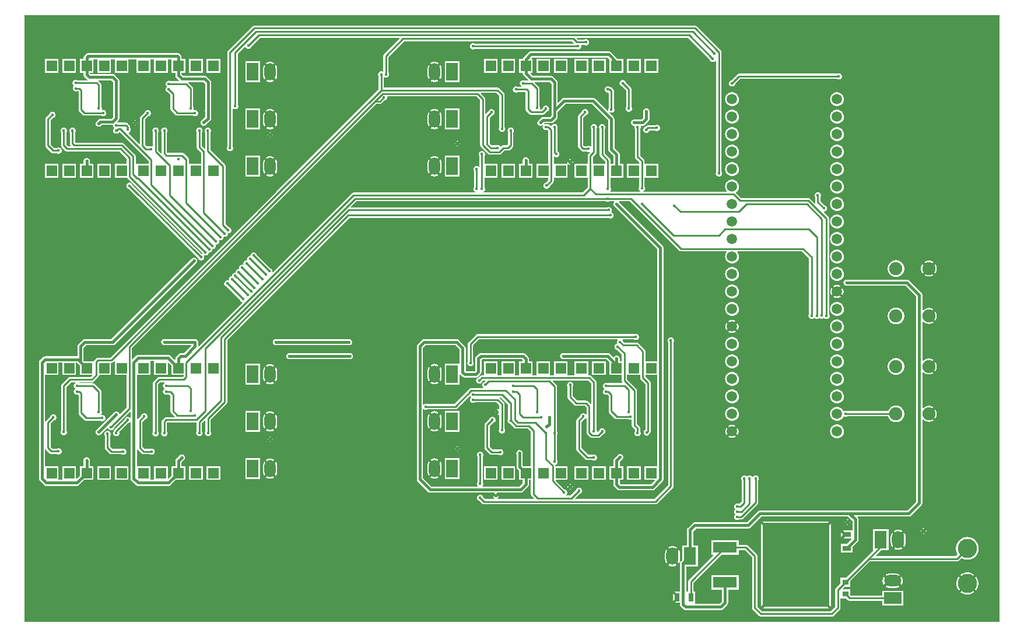
<source format=gtl>
G04*
G04 #@! TF.GenerationSoftware,Altium Limited,Altium Designer,18.1.6 (161)*
G04*
G04 Layer_Physical_Order=1*
G04 Layer_Color=255*
%FSTAX24Y24*%
%MOIN*%
G70*
G01*
G75*
%ADD21C,0.0100*%
%ADD22R,0.0472X0.0300*%
%ADD23R,0.1378X0.0630*%
%ADD24R,0.0354X0.0315*%
%ADD25R,0.0300X0.0472*%
%ADD42R,0.3839X0.4803*%
%ADD43C,0.0150*%
%ADD44C,0.0750*%
%ADD45C,0.0591*%
%ADD46R,0.0591X0.0591*%
%ADD47C,0.1100*%
%ADD48R,0.0700X0.1000*%
%ADD49O,0.0700X0.1000*%
%ADD50R,0.1000X0.0650*%
%ADD51O,0.1000X0.0650*%
%ADD52R,0.0650X0.1000*%
%ADD53O,0.0650X0.1000*%
%ADD54C,0.0157*%
G36*
X06575Y01355D02*
X01D01*
Y04825D01*
X06575D01*
Y01355D01*
D02*
G37*
%LPC*%
G36*
X03345Y045587D02*
X033415Y045586D01*
X03338Y045581D01*
X033345Y045574D01*
X033311Y045563D01*
X033279Y045549D01*
X033247Y045533D01*
X033221Y045517D01*
X03345Y045288D01*
X033679Y045517D01*
X033653Y045533D01*
X033621Y045549D01*
X033589Y045563D01*
X033555Y045574D01*
X03352Y045581D01*
X033485Y045586D01*
X03345Y045587D01*
D02*
G37*
G36*
X02405Y04558D02*
X024015Y045579D01*
X02398Y045574D01*
X023945Y045567D01*
X023911Y045556D01*
X023879Y045542D01*
X023847Y045526D01*
X023821Y04551D01*
X02405Y045281D01*
X024279Y04551D01*
X024253Y045526D01*
X024221Y045542D01*
X024189Y045556D01*
X024155Y045567D01*
X02412Y045574D01*
X024085Y045579D01*
X02405Y04558D01*
D02*
G37*
G36*
X033785Y045411D02*
X033503Y045129D01*
X03345Y045182D01*
X033397Y045129D01*
X033115Y045411D01*
X033099Y045385D01*
X033083Y045353D01*
X033069Y045321D01*
X033058Y045287D01*
X033051Y045252D01*
X033046Y045217D01*
X033045Y045182D01*
Y044832D01*
X033046Y044797D01*
X033051Y044762D01*
X033058Y044727D01*
X033069Y044693D01*
X033083Y044661D01*
X033099Y044629D01*
X033115Y044603D01*
X033397Y044885D01*
X03345Y044832D01*
X033503Y044885D01*
X033785Y044603D01*
X033801Y044629D01*
X033817Y044661D01*
X033831Y044693D01*
X033842Y044727D01*
X033849Y044762D01*
X033854Y044797D01*
X033855Y044832D01*
Y045182D01*
X033854Y045217D01*
X033849Y045252D01*
X033842Y045287D01*
X033831Y045321D01*
X033817Y045353D01*
X033801Y045385D01*
X033785Y045411D01*
D02*
G37*
G36*
X046245Y045745D02*
X045455D01*
Y044955D01*
X046245D01*
Y045745D01*
D02*
G37*
G36*
X045245D02*
X044455D01*
Y044955D01*
X045245D01*
Y045745D01*
D02*
G37*
G36*
X043245D02*
X042455D01*
Y044955D01*
X043245D01*
Y045745D01*
D02*
G37*
G36*
X042245D02*
X041455D01*
Y044955D01*
X042245D01*
Y045745D01*
D02*
G37*
G36*
X041055D02*
X040265D01*
Y044955D01*
X041055D01*
Y045745D01*
D02*
G37*
G36*
X040055D02*
X039265D01*
Y044955D01*
X040055D01*
Y045745D01*
D02*
G37*
G36*
X038055D02*
X037265D01*
Y044955D01*
X038055D01*
Y045745D01*
D02*
G37*
G36*
X037055D02*
X036265D01*
Y044955D01*
X037055D01*
Y045745D01*
D02*
G37*
G36*
X021195D02*
X020405D01*
Y044955D01*
X021195D01*
Y045745D01*
D02*
G37*
G36*
X020195D02*
X019405D01*
Y044955D01*
X020195D01*
Y045745D01*
D02*
G37*
G36*
X012955D02*
X012165D01*
Y044955D01*
X012955D01*
Y045745D01*
D02*
G37*
G36*
X011955D02*
X011165D01*
Y044955D01*
X011955D01*
Y045745D01*
D02*
G37*
G36*
X023715Y045404D02*
X023699Y045378D01*
X023683Y045346D01*
X023669Y045314D01*
X023658Y04528D01*
X023651Y045245D01*
X023646Y04521D01*
X023645Y045175D01*
Y044825D01*
X023646Y04479D01*
X023651Y044755D01*
X023658Y04472D01*
X023669Y044686D01*
X023683Y044654D01*
X023699Y044622D01*
X023715Y044596D01*
X023997Y044878D01*
X02405Y044825D01*
X024103Y044878D01*
X024385Y044596D01*
X024401Y044622D01*
X024417Y044654D01*
X024431Y044686D01*
X024442Y04472D01*
X024449Y044755D01*
X024454Y04479D01*
X024455Y044825D01*
Y045175D01*
X024454Y04521D01*
X024449Y045245D01*
X024442Y04528D01*
X024431Y045314D01*
X024417Y045346D01*
X024401Y045378D01*
X024385Y045404D01*
X024103Y045122D01*
X02405Y045175D01*
X023997Y045122D01*
X023715Y045404D01*
D02*
G37*
G36*
X05655Y044929D02*
X056527Y044928D01*
X056504Y044923D01*
X056481Y044915D01*
X05646Y044905D01*
X056453Y0449D01*
X05085D01*
X05083Y044899D01*
X050811Y044895D01*
X050792Y044889D01*
X050775Y04488D01*
X050758Y044869D01*
X050744Y044856D01*
X050744Y044856D01*
X050412Y044525D01*
X050404Y044523D01*
X050381Y044515D01*
X05036Y044505D01*
X050341Y044492D01*
X050323Y044477D01*
X050308Y044459D01*
X050295Y04444D01*
X050285Y044419D01*
X050277Y044396D01*
X050272Y044373D01*
X050271Y04435D01*
X050272Y044327D01*
X050277Y044304D01*
X050285Y044281D01*
X050295Y04426D01*
X050308Y044241D01*
X050323Y044223D01*
X050341Y044208D01*
X05036Y044195D01*
X050381Y044185D01*
X050404Y044177D01*
X050427Y044172D01*
X05045Y044171D01*
X050473Y044172D01*
X050496Y044177D01*
X050519Y044185D01*
X05054Y044195D01*
X050559Y044208D01*
X050577Y044223D01*
X050592Y044241D01*
X050605Y04426D01*
X050615Y044281D01*
X050623Y044304D01*
X050625Y044312D01*
X050912Y0446D01*
X056453D01*
X05646Y044595D01*
X056481Y044585D01*
X056504Y044577D01*
X056527Y044572D01*
X05655Y044571D01*
X056573Y044572D01*
X056596Y044577D01*
X056619Y044585D01*
X05664Y044595D01*
X056659Y044608D01*
X056677Y044623D01*
X056692Y044641D01*
X056705Y04466D01*
X056715Y044681D01*
X056723Y044704D01*
X056728Y044727D01*
X056729Y04475D01*
X056728Y044773D01*
X056723Y044796D01*
X056715Y044819D01*
X056705Y04484D01*
X056692Y044859D01*
X056677Y044877D01*
X056659Y044892D01*
X05664Y044905D01*
X056619Y044915D01*
X056596Y044923D01*
X056573Y044928D01*
X05655Y044929D01*
D02*
G37*
G36*
X01875Y046075D02*
X01365D01*
X013627Y046074D01*
X013605Y046069D01*
X013583Y046062D01*
X013562Y046052D01*
X013543Y046039D01*
X013526Y046024D01*
X013436Y045934D01*
X013421Y045917D01*
X013408Y045898D01*
X013398Y045877D01*
X013391Y045855D01*
X013386Y045833D01*
X013385Y04581D01*
Y045745D01*
X013165D01*
Y044955D01*
X013385D01*
Y04484D01*
X013386Y044817D01*
X013391Y044795D01*
X013398Y044773D01*
X013408Y044752D01*
X013421Y044733D01*
X013436Y044716D01*
X013576Y044576D01*
X013591Y044563D01*
X013591Y044556D01*
X013579Y044523D01*
X013024D01*
X013017Y044528D01*
X012996Y044538D01*
X012974Y044546D01*
X012951Y04455D01*
X012927Y044552D01*
X012904Y04455D01*
X012881Y044546D01*
X012859Y044538D01*
X012838Y044528D01*
X012818Y044515D01*
X012801Y044499D01*
X012785Y044482D01*
X012772Y044462D01*
X012762Y044441D01*
X012754Y044419D01*
X01275Y044396D01*
X012748Y044373D01*
X01275Y044349D01*
X012754Y044326D01*
X012762Y044304D01*
X012772Y044283D01*
X012785Y044264D01*
X012801Y044246D01*
X012813Y044235D01*
X012818Y044217D01*
X012817Y044185D01*
X012808Y044174D01*
X012795Y044155D01*
X012785Y044134D01*
X012777Y044112D01*
X012772Y044089D01*
X012771Y044065D01*
X012772Y044042D01*
X012777Y044019D01*
X012785Y043997D01*
X012795Y043976D01*
X012808Y043956D01*
X012823Y043939D01*
X012841Y043923D01*
X01286Y04391D01*
X012881Y0439D01*
X012904Y043892D01*
X012927Y043888D01*
X01295Y043886D01*
X012973Y043888D01*
X012996Y043892D01*
X013019Y0439D01*
X01304Y04391D01*
X013047Y043915D01*
X013072D01*
X0131Y043888D01*
Y04285D01*
X013101Y04283D01*
X013105Y042811D01*
X013111Y042792D01*
X01312Y042775D01*
X013131Y042758D01*
X013144Y042744D01*
X013344Y042544D01*
X013358Y042531D01*
X013375Y04252D01*
X013392Y042511D01*
X013411Y042505D01*
X01343Y042501D01*
X01345Y0425D01*
X01345Y0425D01*
X014403D01*
X01441Y042495D01*
X014431Y042485D01*
X014454Y042477D01*
X014477Y042472D01*
X0145Y042471D01*
X014523Y042472D01*
X014546Y042477D01*
X014569Y042485D01*
X01459Y042495D01*
X014609Y042508D01*
X014627Y042523D01*
X014642Y042541D01*
X014655Y04256D01*
X014665Y042581D01*
X014673Y042604D01*
X014678Y042627D01*
X014679Y04265D01*
X014678Y042673D01*
X014673Y042696D01*
X014665Y042719D01*
X014655Y04274D01*
X014642Y042759D01*
X014627Y042777D01*
X014609Y042792D01*
X01459Y042805D01*
X014569Y042815D01*
X014546Y042823D01*
X014523Y042828D01*
X0145Y042829D01*
X014477Y042828D01*
X014454Y042823D01*
X014423Y042854D01*
X014428Y042877D01*
X014429Y0429D01*
X014428Y042923D01*
X014423Y042946D01*
X014415Y042969D01*
X014405Y04299D01*
X0144Y042997D01*
Y04425D01*
X014399Y04427D01*
X014395Y044289D01*
X014389Y044308D01*
X01438Y044325D01*
X014369Y044342D01*
X014356Y044356D01*
X014233Y044479D01*
X014226Y044485D01*
X014233Y044514D01*
X014241Y044525D01*
X014977D01*
X015075Y044427D01*
Y042835D01*
X015072Y042823D01*
X015071Y0428D01*
X015072Y042777D01*
X015075Y042765D01*
Y042423D01*
X014977Y042325D01*
X01435D01*
X014327Y042324D01*
X014305Y042319D01*
X014283Y042312D01*
X014262Y042302D01*
X014243Y042289D01*
X014226Y042274D01*
X01415Y042198D01*
X014141Y042192D01*
X014123Y042177D01*
X014108Y042159D01*
X014095Y04214D01*
X014085Y042119D01*
X014077Y042096D01*
X014072Y042073D01*
X014071Y04205D01*
X014072Y042027D01*
X014077Y042004D01*
X014085Y041981D01*
X014095Y04196D01*
X014108Y041941D01*
X014123Y041923D01*
X014141Y041908D01*
X01416Y041895D01*
X014181Y041885D01*
X014204Y041877D01*
X014227Y041872D01*
X01425Y041871D01*
X014273Y041872D01*
X014296Y041877D01*
X014319Y041885D01*
X01434Y041895D01*
X014359Y041908D01*
X014377Y041923D01*
X014392Y041941D01*
X014398Y04195D01*
X014423Y041975D01*
X015033D01*
X01506Y041957D01*
X015072Y041937D01*
X015072Y041927D01*
X015077Y041904D01*
X015085Y041881D01*
X015095Y04186D01*
X015108Y041841D01*
X015121Y041826D01*
X015123Y041822D01*
Y041778D01*
X015121Y041774D01*
X015108Y041759D01*
X015095Y04174D01*
X015085Y041719D01*
X015077Y041696D01*
X015072Y041673D01*
X015071Y04165D01*
X015072Y041627D01*
X015077Y041604D01*
X015085Y041581D01*
X015095Y04156D01*
X015108Y041541D01*
X015123Y041523D01*
X015141Y041508D01*
X01516Y041495D01*
X015181Y041485D01*
X015204Y041477D01*
X015227Y041472D01*
X01525Y041471D01*
X015273Y041472D01*
X015296Y041477D01*
X015319Y041485D01*
X01534Y041495D01*
X015359Y041508D01*
X015377Y041523D01*
X015392Y041541D01*
X015405Y04156D01*
X015406Y041562D01*
X01545Y041574D01*
X017095Y039929D01*
Y039745D01*
X016405D01*
Y039243D01*
X016365Y039222D01*
X016356Y039229D01*
Y040178D01*
X016354Y040197D01*
X01635Y040216D01*
X016344Y040235D01*
X016335Y040253D01*
X016325Y040269D01*
X016312Y040284D01*
X015689Y040906D01*
X015674Y040919D01*
X015658Y04093D01*
X01564Y040939D01*
X015622Y040945D01*
X015602Y040949D01*
X015583Y04095D01*
X012912D01*
X0129Y040962D01*
Y041553D01*
X012905Y04156D01*
X012915Y041581D01*
X012923Y041604D01*
X012928Y041627D01*
X012929Y04165D01*
X012928Y041673D01*
X012923Y041696D01*
X012915Y041719D01*
X012905Y04174D01*
X012892Y041759D01*
X012877Y041777D01*
X012859Y041792D01*
X01284Y041805D01*
X012819Y041815D01*
X012796Y041823D01*
X012773Y041828D01*
X01275Y041829D01*
X012727Y041828D01*
X012704Y041823D01*
X012681Y041815D01*
X01266Y041805D01*
X012641Y041792D01*
X012623Y041777D01*
X012608Y041759D01*
X012595Y04174D01*
X012585Y041719D01*
X012577Y041696D01*
X012572Y041673D01*
X012571Y04165D01*
X012572Y041627D01*
X012577Y041604D01*
X012585Y041581D01*
X012595Y04156D01*
X0126Y041553D01*
Y0409D01*
X012601Y04088D01*
X012605Y040861D01*
X012611Y040842D01*
X01262Y040825D01*
X012631Y040808D01*
X012644Y040794D01*
X012651Y040787D01*
X012636Y04075D01*
X012512D01*
X0124Y040862D01*
Y041553D01*
X012405Y04156D01*
X012415Y041581D01*
X012423Y041604D01*
X012428Y041627D01*
X012429Y04165D01*
X012428Y041673D01*
X012423Y041696D01*
X012415Y041719D01*
X012405Y04174D01*
X012392Y041759D01*
X012377Y041777D01*
X012359Y041792D01*
X01234Y041805D01*
X012319Y041815D01*
X012296Y041823D01*
X012273Y041828D01*
X01225Y041829D01*
X012227Y041828D01*
X012204Y041823D01*
X012181Y041815D01*
X01216Y041805D01*
X012141Y041792D01*
X012123Y041777D01*
X012108Y041759D01*
X012095Y04174D01*
X012085Y041719D01*
X012077Y041696D01*
X012072Y041673D01*
X012071Y04165D01*
X012072Y041627D01*
X012077Y041604D01*
X012085Y041581D01*
X012095Y04156D01*
X0121Y041553D01*
Y0408D01*
X012101Y04078D01*
X012105Y040761D01*
X012111Y040742D01*
X01212Y040725D01*
X012131Y040708D01*
X012144Y040694D01*
X012344Y040494D01*
X012358Y040481D01*
X012375Y04047D01*
X012392Y040461D01*
X012411Y040455D01*
X01243Y040451D01*
X01245Y04045D01*
X01245Y04045D01*
X015438D01*
X015855Y040032D01*
Y039745D01*
X015165D01*
Y038955D01*
X015871D01*
X015875Y038946D01*
X015886Y03893D01*
X015899Y038915D01*
X020178Y034636D01*
X020185Y034616D01*
X020187Y034611D01*
X020163Y034576D01*
X020136Y034577D01*
X01618Y038533D01*
X016178Y038541D01*
X016171Y038563D01*
X01616Y038584D01*
X016147Y038604D01*
X016132Y038621D01*
X016114Y038637D01*
X016095Y03865D01*
X016074Y03866D01*
X016052Y038668D01*
X016029Y038672D01*
X016005Y038674D01*
X015982Y038672D01*
X015959Y038668D01*
X015937Y03866D01*
X015916Y03865D01*
X015896Y038637D01*
X015879Y038621D01*
X015863Y038604D01*
X01585Y038584D01*
X01584Y038563D01*
X015832Y038541D01*
X015828Y038518D01*
X015826Y038495D01*
X015828Y038471D01*
X015832Y038448D01*
X01584Y038426D01*
X01585Y038405D01*
X015863Y038386D01*
X015879Y038368D01*
X015896Y038353D01*
X015916Y03834D01*
X015937Y038329D01*
X015959Y038322D01*
X015967Y03832D01*
X019925Y034362D01*
X019927Y034354D01*
X019935Y034331D01*
X019945Y03431D01*
X019958Y034291D01*
X019973Y034273D01*
X019991Y034258D01*
X02001Y034245D01*
X020031Y034235D01*
X020054Y034227D01*
X020077Y034222D01*
X0201Y034221D01*
X020123Y034222D01*
X020146Y034227D01*
X020169Y034235D01*
X02019Y034245D01*
X020209Y034258D01*
X020227Y034273D01*
X020242Y034291D01*
X020255Y03431D01*
X020265Y034331D01*
X020273Y034354D01*
X020278Y034377D01*
X020279Y0344D01*
X020278Y034423D01*
X020273Y034446D01*
X020265Y034469D01*
X020256Y034488D01*
X020258Y034493D01*
X020279Y034516D01*
X020283Y034519D01*
X020304Y034512D01*
X020327Y034507D01*
X02035Y034506D01*
X020373Y034507D01*
X020396Y034512D01*
X020419Y034519D01*
X02044Y03453D01*
X020459Y034543D01*
X020477Y034558D01*
X020492Y034576D01*
X020505Y034595D01*
X020515Y034616D01*
X020523Y034638D01*
X020528Y034661D01*
X020556Y034677D01*
X020579Y034678D01*
X020602Y034683D01*
X020624Y03469D01*
X020645Y034701D01*
X020665Y034714D01*
X020682Y034729D01*
X020698Y034747D01*
X020711Y034766D01*
X020721Y034787D01*
X020729Y034809D01*
X020733Y034832D01*
X020733Y034833D01*
X020745Y03486D01*
X020773Y034872D01*
X020773Y034872D01*
X020796Y034877D01*
X020819Y034885D01*
X02084Y034895D01*
X020859Y034908D01*
X020877Y034923D01*
X020892Y034941D01*
X020905Y03496D01*
X020915Y034981D01*
X020923Y035004D01*
X020928Y035027D01*
X020929Y03505D01*
X020928Y035073D01*
X020926Y035083D01*
X020945Y035113D01*
X020956Y035121D01*
X020973Y035122D01*
X020996Y035127D01*
X021019Y035135D01*
X02104Y035145D01*
X021059Y035158D01*
X021077Y035173D01*
X021092Y035191D01*
X021105Y03521D01*
X021115Y035231D01*
X021123Y035254D01*
X021128Y035277D01*
X021129Y0353D01*
X021128Y035323D01*
X021123Y035346D01*
X021154Y035377D01*
X021177Y035372D01*
X0212Y035371D01*
X021223Y035372D01*
X021246Y035377D01*
X021269Y035385D01*
X02129Y035395D01*
X021309Y035408D01*
X021327Y035423D01*
X021342Y035441D01*
X021355Y03546D01*
X021365Y035481D01*
X021373Y035504D01*
X021378Y035527D01*
X021379Y035544D01*
X021387Y035555D01*
X021417Y035574D01*
X021427Y035572D01*
X02145Y035571D01*
X021473Y035572D01*
X021496Y035577D01*
X021519Y035585D01*
X02154Y035595D01*
X021559Y035608D01*
X021577Y035623D01*
X021592Y035641D01*
X021605Y03566D01*
X021615Y035681D01*
X021623Y035704D01*
X021628Y035727D01*
X021628Y035733D01*
X02165Y035771D01*
X021673Y035772D01*
X021696Y035777D01*
X021719Y035785D01*
X02174Y035795D01*
X021759Y035808D01*
X021777Y035823D01*
X021792Y035841D01*
X021805Y03586D01*
X021815Y035881D01*
X021823Y035904D01*
X021828Y035927D01*
X021829Y03595D01*
X021828Y035973D01*
X021823Y035996D01*
X021815Y036019D01*
X021805Y03604D01*
X021792Y036059D01*
X021777Y036077D01*
X021759Y036092D01*
X02174Y036105D01*
X021719Y036115D01*
X021696Y036123D01*
X021688Y036125D01*
X0215Y036312D01*
Y039603D01*
X021499Y039622D01*
X021495Y039642D01*
X021489Y03966D01*
X02148Y039678D01*
X021469Y039694D01*
X021456Y039709D01*
X021456Y039709D01*
X020635Y04053D01*
Y041553D01*
X02064Y04156D01*
X02065Y041581D01*
X020658Y041604D01*
X020662Y041627D01*
X020664Y04165D01*
X020662Y041673D01*
X020658Y041696D01*
X02065Y041719D01*
X02064Y04174D01*
X020627Y041759D01*
X020611Y041777D01*
X020594Y041792D01*
X020574Y041805D01*
X020553Y041815D01*
X020531Y041823D01*
X020508Y041828D01*
X020485Y041829D01*
X020461Y041828D01*
X020438Y041823D01*
X020416Y041815D01*
X020395Y041805D01*
X020376Y041792D01*
X020358Y041777D01*
X020343Y041759D01*
X02033Y04174D01*
X020319Y041719D01*
X020312Y041696D01*
X020307Y041673D01*
X020306Y04165D01*
X020307Y041627D01*
X020312Y041604D01*
X020319Y041581D01*
X02033Y04156D01*
X020334Y041553D01*
Y04063D01*
X020298Y040615D01*
X02015Y040762D01*
Y041553D01*
X020155Y04156D01*
X020165Y041581D01*
X020173Y041604D01*
X020178Y041627D01*
X020179Y04165D01*
X020178Y041673D01*
X020173Y041696D01*
X020165Y041719D01*
X020155Y04174D01*
X020142Y041759D01*
X020127Y041777D01*
X020109Y041792D01*
X02009Y041805D01*
X020069Y041815D01*
X020046Y041823D01*
X020023Y041828D01*
X02Y041829D01*
X019977Y041828D01*
X019954Y041823D01*
X019931Y041815D01*
X01991Y041805D01*
X019891Y041792D01*
X019873Y041777D01*
X019858Y041759D01*
X019845Y04174D01*
X019835Y041719D01*
X019827Y041696D01*
X019822Y041673D01*
X019821Y04165D01*
X019822Y041627D01*
X019827Y041604D01*
X019835Y041581D01*
X019845Y04156D01*
X01985Y041553D01*
Y0407D01*
X019851Y04068D01*
X019855Y040661D01*
X019861Y040642D01*
X01987Y040625D01*
X019881Y040608D01*
X019894Y040594D01*
X0201Y040388D01*
Y039745D01*
X019405D01*
X0194Y039783D01*
Y039995D01*
X019399Y040014D01*
X019395Y040034D01*
X019389Y040052D01*
X01938Y04007D01*
X019369Y040086D01*
X019356Y040101D01*
X019122Y040335D01*
X019108Y040348D01*
X019091Y040359D01*
X019074Y040368D01*
X019055Y040374D01*
X019036Y040378D01*
X019016Y040379D01*
X018184D01*
X01815Y040412D01*
Y041553D01*
X018155Y04156D01*
X018165Y041581D01*
X018173Y041604D01*
X018178Y041627D01*
X018179Y04165D01*
X018178Y041673D01*
X018173Y041696D01*
X018165Y041719D01*
X018155Y04174D01*
X018142Y041759D01*
X018127Y041777D01*
X018109Y041792D01*
X01809Y041805D01*
X018069Y041815D01*
X018046Y041823D01*
X018023Y041828D01*
X018Y041829D01*
X017977Y041828D01*
X017954Y041823D01*
X017931Y041815D01*
X01791Y041805D01*
X017891Y041792D01*
X017873Y041777D01*
X017858Y041759D01*
X017845Y04174D01*
X017835Y041719D01*
X017827Y041696D01*
X017822Y041673D01*
X017821Y04165D01*
X017822Y041627D01*
X017827Y041604D01*
X017835Y041581D01*
X017845Y04156D01*
X01785Y041553D01*
Y040371D01*
X01781Y040355D01*
X01765Y040515D01*
Y041553D01*
X017655Y04156D01*
X017665Y041581D01*
X017673Y041604D01*
X017678Y041627D01*
X017679Y04165D01*
X017678Y041673D01*
X017673Y041696D01*
X017665Y041719D01*
X017655Y04174D01*
X017642Y041759D01*
X017627Y041777D01*
X017609Y041792D01*
X01759Y041805D01*
X017569Y041815D01*
X017546Y041823D01*
X017523Y041828D01*
X0175Y041829D01*
X017477Y041828D01*
X017454Y041823D01*
X017431Y041815D01*
X01741Y041805D01*
X017391Y041792D01*
X017373Y041777D01*
X017358Y041759D01*
X017345Y04174D01*
X017335Y041719D01*
X017327Y041696D01*
X017322Y041673D01*
X017321Y04165D01*
X017322Y041627D01*
X017327Y041604D01*
X017335Y041581D01*
X017345Y04156D01*
X01735Y041553D01*
Y04077D01*
X017344Y040763D01*
X01731Y040747D01*
X017303Y04075D01*
X017281Y040758D01*
X017258Y040762D01*
X017235Y040764D01*
X017211Y040762D01*
X017188Y040758D01*
X017166Y04075D01*
X017145Y04074D01*
X017138Y040735D01*
X016997D01*
X0169Y040832D01*
Y042288D01*
X017088Y042475D01*
X017096Y042477D01*
X017119Y042485D01*
X01714Y042495D01*
X017159Y042508D01*
X017177Y042523D01*
X017192Y042541D01*
X017205Y04256D01*
X017215Y042581D01*
X017223Y042604D01*
X017228Y042627D01*
X017229Y04265D01*
X017228Y042673D01*
X017223Y042696D01*
X017215Y042719D01*
X017205Y04274D01*
X017192Y042759D01*
X017177Y042777D01*
X017159Y042792D01*
X01714Y042805D01*
X017119Y042815D01*
X017096Y042823D01*
X017073Y042828D01*
X01705Y042829D01*
X017027Y042828D01*
X017004Y042823D01*
X016981Y042815D01*
X01696Y042805D01*
X016941Y042792D01*
X016923Y042777D01*
X016908Y042759D01*
X016895Y04274D01*
X016885Y042719D01*
X016877Y042696D01*
X016875Y042688D01*
X016644Y042456D01*
X016631Y042442D01*
X01662Y042425D01*
X016611Y042408D01*
X016605Y042389D01*
X016601Y04237D01*
X0166Y04235D01*
Y040901D01*
X016563Y040886D01*
X015959Y04149D01*
X015969Y041535D01*
X01599Y041545D01*
X016009Y041558D01*
X016027Y041573D01*
X016042Y041591D01*
X016055Y04161D01*
X016065Y041631D01*
X016073Y041654D01*
X016078Y041677D01*
X016079Y0417D01*
X016078Y041723D01*
X016073Y041746D01*
X016065Y041769D01*
X016055Y04179D01*
X01605Y041797D01*
Y04185D01*
X016049Y04187D01*
X016045Y041889D01*
X016039Y041908D01*
X01603Y041925D01*
X016019Y041942D01*
X016006Y041956D01*
X016006Y041956D01*
X015906Y042056D01*
X015892Y042069D01*
X015875Y04208D01*
X015858Y042089D01*
X015839Y042095D01*
X01582Y042099D01*
X0158Y0421D01*
X015347D01*
X01534Y042105D01*
X015319Y042115D01*
X015308Y04216D01*
X015374Y042226D01*
X015389Y042243D01*
X015402Y042262D01*
X015412Y042283D01*
X015419Y042305D01*
X015424Y042327D01*
X015425Y04235D01*
Y042765D01*
X015428Y042777D01*
X015429Y0428D01*
X015428Y042823D01*
X015425Y042835D01*
Y0445D01*
X015424Y044523D01*
X015419Y044545D01*
X015412Y044567D01*
X015402Y044588D01*
X015389Y044607D01*
X015374Y044624D01*
X015174Y044824D01*
X015157Y044839D01*
X015138Y044852D01*
X015117Y044862D01*
X015095Y044869D01*
X015073Y044874D01*
X01505Y044875D01*
X013773D01*
X013735Y044913D01*
Y044955D01*
X013955D01*
Y045725D01*
X014165D01*
Y044955D01*
X014955D01*
Y045725D01*
X015165D01*
Y044955D01*
X015955D01*
Y045725D01*
X016405D01*
Y044955D01*
X017195D01*
Y045725D01*
X017405D01*
Y044955D01*
X018195D01*
Y045725D01*
X018405D01*
Y044955D01*
X018625D01*
Y0448D01*
X018626Y044777D01*
X018631Y044755D01*
X018638Y044733D01*
X018648Y044712D01*
X018661Y044693D01*
X018676Y044676D01*
X018839Y044513D01*
X018823Y044473D01*
X018347D01*
X01834Y044478D01*
X018319Y044488D01*
X018296Y044496D01*
X018273Y0445D01*
X01825Y044502D01*
X018227Y0445D01*
X018204Y044496D01*
X018181Y044488D01*
X01816Y044478D01*
X018141Y044465D01*
X018123Y044449D01*
X018108Y044432D01*
X018095Y044412D01*
X018085Y044391D01*
X018077Y044369D01*
X018072Y044346D01*
X018071Y044323D01*
X018072Y044299D01*
X018077Y044276D01*
X018085Y044254D01*
X018095Y044233D01*
X018108Y044214D01*
X018123Y044196D01*
X018125Y044194D01*
X018128Y044187D01*
Y044151D01*
X018125Y044144D01*
X018123Y044142D01*
X018108Y044124D01*
X018095Y044105D01*
X018085Y044084D01*
X018077Y044062D01*
X018072Y044039D01*
X018071Y044015D01*
X018072Y043992D01*
X018077Y043969D01*
X018085Y043947D01*
X018095Y043926D01*
X018108Y043906D01*
X018123Y043889D01*
X018141Y043873D01*
X01816Y04386D01*
X018181Y04385D01*
X018204Y043842D01*
X018212Y043841D01*
X01835Y043703D01*
Y0429D01*
X018351Y04288D01*
X018355Y042861D01*
X018361Y042842D01*
X01837Y042825D01*
X018381Y042808D01*
X018394Y042794D01*
X018644Y042544D01*
X018644Y042544D01*
X018658Y042531D01*
X018675Y04252D01*
X018692Y042511D01*
X018711Y042505D01*
X01873Y042501D01*
X01875Y0425D01*
X019653D01*
X01966Y042495D01*
X019681Y042485D01*
X019704Y042477D01*
X019727Y042472D01*
X01975Y042471D01*
X019773Y042472D01*
X019796Y042477D01*
X019819Y042485D01*
X01984Y042495D01*
X019859Y042508D01*
X019877Y042523D01*
X019892Y042541D01*
X019905Y04256D01*
X019915Y042581D01*
X019923Y042604D01*
X019928Y042627D01*
X019929Y04265D01*
X019928Y042673D01*
X019923Y042696D01*
X019915Y042719D01*
X019905Y04274D01*
X019892Y042759D01*
X019877Y042777D01*
X019859Y042792D01*
X01984Y042805D01*
X019819Y042815D01*
X019796Y042823D01*
X019773Y042828D01*
X01975Y042829D01*
X019727Y042828D01*
X019704Y042823D01*
X019673Y042854D01*
X019678Y042877D01*
X019679Y0429D01*
X019678Y042923D01*
X019673Y042946D01*
X019665Y042969D01*
X019655Y04299D01*
X01965Y042997D01*
Y04405D01*
X019649Y04407D01*
X019645Y044089D01*
X019639Y044108D01*
X01963Y044125D01*
X019619Y044142D01*
X019606Y044156D01*
X019374Y044388D01*
X019389Y044425D01*
X020227D01*
X020325Y044327D01*
Y042835D01*
X020322Y042823D01*
X020321Y0428D01*
X020322Y042777D01*
X020325Y042765D01*
Y042423D01*
X02015Y042248D01*
X020141Y042242D01*
X020123Y042227D01*
X020108Y042209D01*
X020095Y04219D01*
X020085Y042169D01*
X020077Y042146D01*
X020072Y042123D01*
X020071Y0421D01*
X020072Y042077D01*
X020077Y042054D01*
X020085Y042031D01*
X020095Y04201D01*
X020108Y041991D01*
X020123Y041973D01*
X020141Y041958D01*
X02016Y041945D01*
X020181Y041935D01*
X020204Y041927D01*
X020227Y041922D01*
X02025Y041921D01*
X020273Y041922D01*
X020296Y041927D01*
X020319Y041935D01*
X02034Y041945D01*
X020359Y041958D01*
X020377Y041973D01*
X020392Y041991D01*
X020398Y042D01*
X020624Y042226D01*
X020639Y042243D01*
X020652Y042262D01*
X020662Y042283D01*
X020669Y042305D01*
X020674Y042327D01*
X020675Y04235D01*
Y042765D01*
X020678Y042777D01*
X020679Y0428D01*
X020678Y042823D01*
X020675Y042835D01*
Y0444D01*
X020674Y044423D01*
X020669Y044445D01*
X020662Y044467D01*
X020652Y044488D01*
X020639Y044507D01*
X020624Y044524D01*
X020424Y044724D01*
X020407Y044739D01*
X020388Y044752D01*
X020367Y044762D01*
X020345Y044769D01*
X020323Y044774D01*
X0203Y044775D01*
X019073D01*
X018975Y044873D01*
Y044955D01*
X019195D01*
Y045745D01*
X018975D01*
Y04585D01*
X018974Y045873D01*
X018969Y045895D01*
X018962Y045917D01*
X018952Y045938D01*
X018939Y045957D01*
X018924Y045974D01*
X018874Y046024D01*
X018857Y046039D01*
X018838Y046052D01*
X018817Y046062D01*
X018795Y046069D01*
X018773Y046074D01*
X01875Y046075D01*
D02*
G37*
G36*
X03345Y044726D02*
X033221Y044497D01*
X033247Y044481D01*
X033279Y044465D01*
X033311Y044451D01*
X033345Y04444D01*
X03338Y044433D01*
X033415Y044428D01*
X03345Y044427D01*
X033485Y044428D01*
X03352Y044433D01*
X033555Y04444D01*
X033589Y044451D01*
X033621Y044465D01*
X033653Y044481D01*
X033679Y044497D01*
X03345Y044726D01*
D02*
G37*
G36*
X02405Y044719D02*
X023821Y04449D01*
X023847Y044474D01*
X023879Y044458D01*
X023911Y044444D01*
X023945Y044433D01*
X02398Y044426D01*
X024015Y044421D01*
X02405Y04442D01*
X024085Y044421D01*
X02412Y044426D01*
X024155Y044433D01*
X024189Y044444D01*
X024221Y044458D01*
X024253Y044474D01*
X024279Y04449D01*
X02405Y044719D01*
D02*
G37*
G36*
X034875Y045607D02*
X034025D01*
Y044407D01*
X034875D01*
Y045607D01*
D02*
G37*
G36*
X023475Y0456D02*
X022625D01*
Y0444D01*
X023475D01*
Y0456D01*
D02*
G37*
G36*
X050444Y043846D02*
X050409Y043844D01*
X050375Y043839D01*
X050342Y043831D01*
X050309Y04382D01*
X050277Y043806D01*
X050247Y043789D01*
X050218Y04377D01*
X050191Y043749D01*
X050166Y043725D01*
X050143Y0437D01*
X050122Y043672D01*
X050104Y043642D01*
X050089Y043612D01*
X050076Y043579D01*
X050066Y043546D01*
X050059Y043513D01*
X050055Y043478D01*
X050054Y043444D01*
X050056Y043409D01*
X050061Y043375D01*
X050069Y043342D01*
X05008Y043309D01*
X050094Y043277D01*
X050111Y043247D01*
X05013Y043218D01*
X050151Y043191D01*
X050175Y043166D01*
X0502Y043143D01*
X050228Y043122D01*
X050258Y043104D01*
X050288Y043089D01*
X050321Y043076D01*
X050354Y043066D01*
X050387Y043059D01*
X050422Y043055D01*
X050456Y043054D01*
X050491Y043056D01*
X050525Y043061D01*
X050558Y043069D01*
X050591Y04308D01*
X050623Y043094D01*
X050653Y043111D01*
X050682Y04313D01*
X050709Y043151D01*
X050734Y043175D01*
X050757Y0432D01*
X050778Y043228D01*
X050796Y043258D01*
X050811Y043288D01*
X050824Y043321D01*
X050834Y043354D01*
X050841Y043387D01*
X050845Y043422D01*
X050846Y043456D01*
X050844Y043491D01*
X050839Y043525D01*
X050831Y043558D01*
X05082Y043591D01*
X050806Y043623D01*
X050789Y043653D01*
X05077Y043682D01*
X050749Y043709D01*
X050725Y043734D01*
X0507Y043757D01*
X050672Y043778D01*
X050642Y043796D01*
X050612Y043811D01*
X050579Y043824D01*
X050546Y043834D01*
X050513Y043841D01*
X050478Y043845D01*
X050444Y043846D01*
D02*
G37*
G36*
X05645Y043846D02*
X056416Y043844D01*
X056381Y04384D01*
X056348Y043832D01*
X056315Y043822D01*
X056283Y043809D01*
X056252Y043793D01*
X056223Y043774D01*
X056196Y043753D01*
X05617Y04373D01*
X056147Y043704D01*
X056126Y043677D01*
X056107Y043648D01*
X056091Y043617D01*
X056078Y043585D01*
X056068Y043552D01*
X05606Y043519D01*
X056056Y043484D01*
X056054Y04345D01*
X056056Y043416D01*
X05606Y043381D01*
X056068Y043348D01*
X056078Y043315D01*
X056091Y043283D01*
X056107Y043252D01*
X056126Y043223D01*
X056147Y043196D01*
X05617Y04317D01*
X056196Y043147D01*
X056223Y043126D01*
X056252Y043107D01*
X056283Y043091D01*
X056315Y043078D01*
X056348Y043068D01*
X056381Y04306D01*
X056416Y043056D01*
X05645Y043054D01*
X056484Y043056D01*
X056519Y04306D01*
X056552Y043068D01*
X056585Y043078D01*
X056617Y043091D01*
X056648Y043107D01*
X056677Y043126D01*
X056704Y043147D01*
X05673Y04317D01*
X056753Y043196D01*
X056774Y043223D01*
X056793Y043252D01*
X056809Y043283D01*
X056822Y043315D01*
X056832Y043348D01*
X05684Y043381D01*
X056844Y043416D01*
X056846Y04345D01*
X056844Y043484D01*
X05684Y043519D01*
X056832Y043552D01*
X056822Y043585D01*
X056809Y043617D01*
X056793Y043648D01*
X056774Y043677D01*
X056753Y043704D01*
X05673Y04373D01*
X056704Y043753D01*
X056677Y043774D01*
X056648Y043793D01*
X056617Y043809D01*
X056585Y043822D01*
X056552Y043832D01*
X056519Y04384D01*
X056484Y043844D01*
X05645Y043846D01*
D02*
G37*
G36*
X0442Y044544D02*
X044177Y044543D01*
X044154Y044538D01*
X044131Y044531D01*
X04411Y04452D01*
X044091Y044507D01*
X044073Y044492D01*
X044058Y044474D01*
X044045Y044455D01*
X044035Y044434D01*
X044027Y044412D01*
X044022Y044389D01*
X044021Y044365D01*
X044022Y044342D01*
X044027Y044319D01*
X044035Y044297D01*
X044045Y044276D01*
X044058Y044256D01*
X044073Y044239D01*
X044091Y044223D01*
X04411Y04421D01*
X044131Y0442D01*
X044154Y044192D01*
X044162Y044191D01*
X0444Y043953D01*
Y042997D01*
X044395Y04299D01*
X044385Y042969D01*
X044377Y042946D01*
X044372Y042923D01*
X044371Y0429D01*
X044372Y042877D01*
X044377Y042854D01*
X044385Y042831D01*
X044395Y04281D01*
X044408Y042791D01*
X044423Y042773D01*
X044441Y042758D01*
X04446Y042745D01*
X044481Y042735D01*
X044504Y042727D01*
X044527Y042722D01*
X04455Y042721D01*
X044573Y042722D01*
X044596Y042727D01*
X044619Y042735D01*
X04464Y042745D01*
X044659Y042758D01*
X044677Y042773D01*
X044692Y042791D01*
X044705Y04281D01*
X044715Y042831D01*
X044723Y042854D01*
X044728Y042877D01*
X044729Y0429D01*
X044728Y042923D01*
X044723Y042946D01*
X044715Y042969D01*
X044705Y04299D01*
X0447Y042997D01*
Y044015D01*
X0447Y044015D01*
X044699Y044035D01*
X044695Y044054D01*
X044689Y044073D01*
X04468Y044091D01*
X044669Y044107D01*
X044656Y044122D01*
X044375Y044403D01*
X044373Y044412D01*
X044365Y044434D01*
X044355Y044455D01*
X044342Y044474D01*
X044327Y044492D01*
X044309Y044507D01*
X04429Y04452D01*
X044269Y044531D01*
X044246Y044538D01*
X044223Y044543D01*
X0442Y044544D01*
D02*
G37*
G36*
X03345Y042887D02*
X033415Y042886D01*
X03338Y042881D01*
X033345Y042874D01*
X033311Y042863D01*
X033279Y042849D01*
X033247Y042833D01*
X033221Y042817D01*
X03345Y042588D01*
X033679Y042817D01*
X033653Y042833D01*
X033621Y042849D01*
X033589Y042863D01*
X033555Y042874D01*
X03352Y042881D01*
X033485Y042886D01*
X03345Y042887D01*
D02*
G37*
G36*
X02405Y04288D02*
X024015Y042879D01*
X02398Y042874D01*
X023945Y042867D01*
X023911Y042856D01*
X023879Y042842D01*
X023847Y042826D01*
X023821Y04281D01*
X02405Y042581D01*
X024279Y04281D01*
X024253Y042826D01*
X024221Y042842D01*
X024189Y042856D01*
X024155Y042867D01*
X02412Y042874D01*
X024085Y042879D01*
X02405Y04288D01*
D02*
G37*
G36*
X033785Y042711D02*
X033503Y042429D01*
X03345Y042482D01*
X033397Y042429D01*
X033115Y042711D01*
X033099Y042685D01*
X033083Y042653D01*
X033069Y042621D01*
X033058Y042587D01*
X033051Y042552D01*
X033046Y042517D01*
X033045Y042482D01*
Y042132D01*
X033046Y042097D01*
X033051Y042062D01*
X033058Y042027D01*
X033069Y041993D01*
X033083Y041961D01*
X033099Y041929D01*
X033115Y041903D01*
X033397Y042185D01*
X03345Y042132D01*
X033503Y042185D01*
X033785Y041903D01*
X033801Y041929D01*
X033817Y041961D01*
X033831Y041993D01*
X033842Y042027D01*
X033849Y042062D01*
X033854Y042097D01*
X033855Y042132D01*
Y042482D01*
X033854Y042517D01*
X033849Y042552D01*
X033842Y042587D01*
X033831Y042621D01*
X033817Y042653D01*
X033801Y042685D01*
X033785Y042711D01*
D02*
G37*
G36*
X01635Y042259D02*
X016329Y042258D01*
X016309Y042254D01*
X016304Y042252D01*
X01635Y042206D01*
X016396Y042252D01*
X016391Y042254D01*
X016371Y042258D01*
X01635Y042259D01*
D02*
G37*
G36*
X056444Y042846D02*
X056409Y042844D01*
X056375Y042839D01*
X056342Y042831D01*
X056309Y04282D01*
X056277Y042806D01*
X056247Y042789D01*
X056218Y04277D01*
X056191Y042749D01*
X056166Y042725D01*
X056143Y0427D01*
X056122Y042672D01*
X056104Y042642D01*
X056089Y042612D01*
X056076Y042579D01*
X056066Y042546D01*
X056059Y042513D01*
X056055Y042478D01*
X056054Y042444D01*
X056056Y042409D01*
X056061Y042375D01*
X056069Y042342D01*
X05608Y042309D01*
X056094Y042277D01*
X056111Y042247D01*
X05613Y042218D01*
X056151Y042191D01*
X056175Y042166D01*
X0562Y042143D01*
X056228Y042122D01*
X056258Y042104D01*
X056288Y042089D01*
X056321Y042076D01*
X056354Y042066D01*
X056387Y042059D01*
X056422Y042055D01*
X056456Y042054D01*
X056491Y042056D01*
X056525Y042061D01*
X056558Y042069D01*
X056591Y04208D01*
X056623Y042094D01*
X056653Y042111D01*
X056682Y04213D01*
X056709Y042151D01*
X056734Y042175D01*
X056757Y0422D01*
X056778Y042228D01*
X056796Y042258D01*
X056811Y042288D01*
X056824Y042321D01*
X056834Y042354D01*
X056841Y042387D01*
X056845Y042422D01*
X056846Y042456D01*
X056844Y042491D01*
X056839Y042525D01*
X056831Y042558D01*
X05682Y042591D01*
X056806Y042623D01*
X056789Y042653D01*
X05677Y042682D01*
X056749Y042709D01*
X056725Y042734D01*
X0567Y042757D01*
X056672Y042778D01*
X056642Y042796D01*
X056612Y042811D01*
X056579Y042824D01*
X056546Y042834D01*
X056513Y042841D01*
X056478Y042845D01*
X056444Y042846D01*
D02*
G37*
G36*
X050444D02*
X050409Y042844D01*
X050375Y042839D01*
X050342Y042831D01*
X050309Y04282D01*
X050277Y042806D01*
X050247Y042789D01*
X050218Y04277D01*
X050191Y042749D01*
X050166Y042725D01*
X050143Y0427D01*
X050122Y042672D01*
X050104Y042642D01*
X050089Y042612D01*
X050076Y042579D01*
X050066Y042546D01*
X050059Y042513D01*
X050055Y042478D01*
X050054Y042444D01*
X050056Y042409D01*
X050061Y042375D01*
X050069Y042342D01*
X05008Y042309D01*
X050094Y042277D01*
X050111Y042247D01*
X05013Y042218D01*
X050151Y042191D01*
X050175Y042166D01*
X0502Y042143D01*
X050228Y042122D01*
X050258Y042104D01*
X050288Y042089D01*
X050321Y042076D01*
X050354Y042066D01*
X050387Y042059D01*
X050422Y042055D01*
X050456Y042054D01*
X050491Y042056D01*
X050525Y042061D01*
X050558Y042069D01*
X050591Y04208D01*
X050623Y042094D01*
X050653Y042111D01*
X050682Y04213D01*
X050709Y042151D01*
X050734Y042175D01*
X050757Y0422D01*
X050778Y042228D01*
X050796Y042258D01*
X050811Y042288D01*
X050824Y042321D01*
X050834Y042354D01*
X050841Y042387D01*
X050845Y042422D01*
X050846Y042456D01*
X050844Y042491D01*
X050839Y042525D01*
X050831Y042558D01*
X05082Y042591D01*
X050806Y042623D01*
X050789Y042653D01*
X05077Y042682D01*
X050749Y042709D01*
X050725Y042734D01*
X0507Y042757D01*
X050672Y042778D01*
X050642Y042796D01*
X050612Y042811D01*
X050579Y042824D01*
X050546Y042834D01*
X050513Y042841D01*
X050478Y042845D01*
X050444Y042846D01*
D02*
G37*
G36*
X016502Y042146D02*
X016456Y0421D01*
X016502Y042054D01*
X016504Y042059D01*
X016508Y042079D01*
X016509Y0421D01*
X016508Y042121D01*
X016504Y042141D01*
X016502Y042146D01*
D02*
G37*
G36*
X016198D02*
X016196Y042141D01*
X016192Y042121D01*
X016191Y0421D01*
X016192Y042079D01*
X016196Y042059D01*
X016198Y042054D01*
X016244Y0421D01*
X016198Y042146D01*
D02*
G37*
G36*
X01635Y041994D02*
X016304Y041948D01*
X016309Y041946D01*
X016329Y041942D01*
X01635Y041941D01*
X016371Y041942D01*
X016391Y041946D01*
X016396Y041948D01*
X01635Y041994D01*
D02*
G37*
G36*
X023715Y042704D02*
X023699Y042678D01*
X023683Y042646D01*
X023669Y042614D01*
X023658Y04258D01*
X023651Y042545D01*
X023646Y04251D01*
X023645Y042475D01*
Y042125D01*
X023646Y04209D01*
X023651Y042055D01*
X023658Y04202D01*
X023669Y041986D01*
X023683Y041954D01*
X023699Y041922D01*
X023715Y041896D01*
X023997Y042178D01*
X02405Y042125D01*
X024103Y042178D01*
X024385Y041896D01*
X024401Y041922D01*
X024417Y041954D01*
X024431Y041986D01*
X024442Y04202D01*
X024449Y042055D01*
X024454Y04209D01*
X024455Y042125D01*
Y042475D01*
X024454Y04251D01*
X024449Y042545D01*
X024442Y04258D01*
X024431Y042614D01*
X024417Y042646D01*
X024401Y042678D01*
X024385Y042704D01*
X024103Y042422D01*
X02405Y042475D01*
X023997Y042422D01*
X023715Y042704D01*
D02*
G37*
G36*
X03345Y042026D02*
X033221Y041797D01*
X033247Y041781D01*
X033279Y041765D01*
X033311Y041751D01*
X033345Y04174D01*
X03338Y041733D01*
X033415Y041728D01*
X03345Y041727D01*
X033485Y041728D01*
X03352Y041733D01*
X033555Y04174D01*
X033589Y041751D01*
X033621Y041765D01*
X033653Y041781D01*
X033679Y041797D01*
X03345Y042026D01*
D02*
G37*
G36*
X02405Y042019D02*
X023821Y04179D01*
X023847Y041774D01*
X023879Y041758D01*
X023911Y041744D01*
X023945Y041733D01*
X02398Y041726D01*
X024015Y041721D01*
X02405Y04172D01*
X024085Y041721D01*
X02412Y041726D01*
X024155Y041733D01*
X024189Y041744D01*
X024221Y041758D01*
X024253Y041774D01*
X024279Y04179D01*
X02405Y042019D01*
D02*
G37*
G36*
X034875Y042907D02*
X034025D01*
Y041707D01*
X034875D01*
Y042907D01*
D02*
G37*
G36*
X023475Y0429D02*
X022625D01*
Y0417D01*
X023475D01*
Y0429D01*
D02*
G37*
G36*
X04615Y041979D02*
X046127Y041978D01*
X046104Y041973D01*
X046081Y041965D01*
X04606Y041955D01*
X046053Y04195D01*
X04565D01*
X04563Y041949D01*
X045611Y041945D01*
X045592Y041939D01*
X045575Y04193D01*
X045558Y041919D01*
X045544Y041906D01*
X045544Y041906D01*
X045506Y041868D01*
X045504Y041868D01*
X045481Y04186D01*
X04546Y04185D01*
X045441Y041837D01*
X045423Y041821D01*
X045408Y041804D01*
X045395Y041784D01*
X045385Y041763D01*
X045377Y041741D01*
X045372Y041718D01*
X045371Y041695D01*
X045372Y041671D01*
X045377Y041648D01*
X045385Y041626D01*
X045395Y041605D01*
X045408Y041586D01*
X045423Y041568D01*
X045441Y041553D01*
X04546Y04154D01*
X045481Y041529D01*
X045504Y041522D01*
X045527Y041517D01*
X04555Y041516D01*
X045573Y041517D01*
X045596Y041522D01*
X045619Y041529D01*
X04564Y04154D01*
X045659Y041553D01*
X045677Y041568D01*
X045692Y041586D01*
X045705Y041605D01*
X045715Y041626D01*
X045723Y041648D01*
X045723Y04165D01*
X046053D01*
X04606Y041645D01*
X046081Y041635D01*
X046104Y041627D01*
X046127Y041622D01*
X04615Y041621D01*
X046173Y041622D01*
X046196Y041627D01*
X046219Y041635D01*
X04624Y041645D01*
X046259Y041658D01*
X046277Y041673D01*
X046292Y041691D01*
X046305Y04171D01*
X046315Y041731D01*
X046323Y041754D01*
X046328Y041777D01*
X046329Y0418D01*
X046328Y041823D01*
X046323Y041846D01*
X046315Y041869D01*
X046305Y04189D01*
X046292Y041909D01*
X046277Y041927D01*
X046259Y041942D01*
X04624Y041955D01*
X046219Y041965D01*
X046196Y041973D01*
X046173Y041978D01*
X04615Y041979D01*
D02*
G37*
G36*
X02405Y041559D02*
X024029Y041558D01*
X024009Y041554D01*
X024004Y041552D01*
X02405Y041506D01*
X024096Y041552D01*
X024091Y041554D01*
X024071Y041558D01*
X02405Y041559D01*
D02*
G37*
G36*
X024202Y041446D02*
X024156Y0414D01*
X024202Y041354D01*
X024204Y041359D01*
X024208Y041379D01*
X024209Y0414D01*
X024208Y041421D01*
X024204Y041441D01*
X024202Y041446D01*
D02*
G37*
G36*
X023898D02*
X023896Y041441D01*
X023892Y041421D01*
X023891Y0414D01*
X023892Y041379D01*
X023896Y041359D01*
X023898Y041354D01*
X023944Y0414D01*
X023898Y041446D01*
D02*
G37*
G36*
X02405Y041294D02*
X024004Y041248D01*
X024009Y041246D01*
X024029Y041242D01*
X02405Y041241D01*
X024071Y041242D01*
X024091Y041246D01*
X024096Y041248D01*
X02405Y041294D01*
D02*
G37*
G36*
X056444Y041846D02*
X056409Y041844D01*
X056375Y041839D01*
X056342Y041831D01*
X056309Y04182D01*
X056277Y041806D01*
X056247Y041789D01*
X056218Y04177D01*
X056191Y041749D01*
X056166Y041725D01*
X056143Y0417D01*
X056122Y041672D01*
X056104Y041642D01*
X056089Y041612D01*
X056076Y041579D01*
X056066Y041546D01*
X056059Y041513D01*
X056055Y041478D01*
X056054Y041444D01*
X056056Y041409D01*
X056061Y041375D01*
X056069Y041342D01*
X05608Y041309D01*
X056094Y041277D01*
X056111Y041247D01*
X05613Y041218D01*
X056151Y041191D01*
X056175Y041166D01*
X0562Y041143D01*
X056228Y041122D01*
X056258Y041104D01*
X056288Y041089D01*
X056321Y041076D01*
X056354Y041066D01*
X056387Y041059D01*
X056422Y041055D01*
X056456Y041054D01*
X056491Y041056D01*
X056525Y041061D01*
X056558Y041069D01*
X056591Y04108D01*
X056623Y041094D01*
X056653Y041111D01*
X056682Y04113D01*
X056709Y041151D01*
X056734Y041175D01*
X056757Y0412D01*
X056778Y041228D01*
X056796Y041258D01*
X056811Y041288D01*
X056824Y041321D01*
X056834Y041354D01*
X056841Y041387D01*
X056845Y041422D01*
X056846Y041456D01*
X056844Y041491D01*
X056839Y041525D01*
X056831Y041558D01*
X05682Y041591D01*
X056806Y041623D01*
X056789Y041653D01*
X05677Y041682D01*
X056749Y041709D01*
X056725Y041734D01*
X0567Y041757D01*
X056672Y041778D01*
X056642Y041796D01*
X056612Y041811D01*
X056579Y041824D01*
X056546Y041834D01*
X056513Y041841D01*
X056478Y041845D01*
X056444Y041846D01*
D02*
G37*
G36*
X050444D02*
X050409Y041844D01*
X050375Y041839D01*
X050342Y041831D01*
X050309Y04182D01*
X050277Y041806D01*
X050247Y041789D01*
X050218Y04177D01*
X050191Y041749D01*
X050166Y041725D01*
X050143Y0417D01*
X050122Y041672D01*
X050104Y041642D01*
X050089Y041612D01*
X050076Y041579D01*
X050066Y041546D01*
X050059Y041513D01*
X050055Y041478D01*
X050054Y041444D01*
X050056Y041409D01*
X050061Y041375D01*
X050069Y041342D01*
X05008Y041309D01*
X050094Y041277D01*
X050111Y041247D01*
X05013Y041218D01*
X050151Y041191D01*
X050175Y041166D01*
X0502Y041143D01*
X050228Y041122D01*
X050258Y041104D01*
X050288Y041089D01*
X050321Y041076D01*
X050354Y041066D01*
X050387Y041059D01*
X050422Y041055D01*
X050456Y041054D01*
X050491Y041056D01*
X050525Y041061D01*
X050558Y041069D01*
X050591Y04108D01*
X050623Y041094D01*
X050653Y041111D01*
X050682Y04113D01*
X050709Y041151D01*
X050734Y041175D01*
X050757Y0412D01*
X050778Y041228D01*
X050796Y041258D01*
X050811Y041288D01*
X050824Y041321D01*
X050834Y041354D01*
X050841Y041387D01*
X050845Y041422D01*
X050846Y041456D01*
X050844Y041491D01*
X050839Y041525D01*
X050831Y041558D01*
X05082Y041591D01*
X050806Y041623D01*
X050789Y041653D01*
X05077Y041682D01*
X050749Y041709D01*
X050725Y041734D01*
X0507Y041757D01*
X050672Y041778D01*
X050642Y041796D01*
X050612Y041811D01*
X050579Y041824D01*
X050546Y041834D01*
X050513Y041841D01*
X050478Y041845D01*
X050444Y041846D01*
D02*
G37*
G36*
X03475Y041067D02*
X034729Y041066D01*
X034709Y041062D01*
X034704Y04106D01*
X03475Y041014D01*
X034796Y04106D01*
X034791Y041062D01*
X034771Y041066D01*
X03475Y041067D01*
D02*
G37*
G36*
X034902Y040954D02*
X034856Y040908D01*
X034902Y040862D01*
X034904Y040867D01*
X034908Y040888D01*
X034909Y040908D01*
X034908Y040929D01*
X034904Y04095D01*
X034902Y040954D01*
D02*
G37*
G36*
X034598D02*
X034596Y04095D01*
X034592Y040929D01*
X034591Y040908D01*
X034592Y040888D01*
X034596Y040867D01*
X034598Y040862D01*
X034644Y040908D01*
X034598Y040954D01*
D02*
G37*
G36*
X03475Y040802D02*
X034704Y040756D01*
X034709Y040755D01*
X034729Y040751D01*
X03475Y040749D01*
X034771Y040751D01*
X034791Y040755D01*
X034796Y040756D01*
X03475Y040802D01*
D02*
G37*
G36*
X0116Y042729D02*
X011577Y042728D01*
X011554Y042723D01*
X011531Y042715D01*
X01151Y042705D01*
X011491Y042692D01*
X011473Y042677D01*
X011458Y042659D01*
X011445Y04264D01*
X011435Y042619D01*
X011427Y042596D01*
X011425Y042588D01*
X011244Y042406D01*
X011231Y042392D01*
X01122Y042375D01*
X011211Y042358D01*
X011205Y042339D01*
X011201Y04232D01*
X0112Y0423D01*
Y0408D01*
X011201Y04078D01*
X011205Y040761D01*
X011211Y040742D01*
X01122Y040725D01*
X011231Y040708D01*
X011244Y040694D01*
X011544Y040394D01*
X011558Y040381D01*
X011575Y04037D01*
X011592Y040361D01*
X011611Y040355D01*
X01163Y040351D01*
X01165Y04035D01*
X011853D01*
X01186Y040345D01*
X011881Y040335D01*
X011904Y040327D01*
X011927Y040322D01*
X01195Y040321D01*
X011973Y040322D01*
X011996Y040327D01*
X012019Y040335D01*
X01204Y040345D01*
X012059Y040358D01*
X012077Y040373D01*
X012092Y040391D01*
X012105Y04041D01*
X012115Y040431D01*
X012123Y040454D01*
X012128Y040477D01*
X012129Y0405D01*
X012128Y040523D01*
X012123Y040546D01*
X012115Y040569D01*
X012105Y04059D01*
X012092Y040609D01*
X012077Y040627D01*
X012059Y040642D01*
X01204Y040655D01*
X012019Y040665D01*
X011996Y040673D01*
X011973Y040678D01*
X01195Y040679D01*
X011927Y040678D01*
X011904Y040673D01*
X011881Y040665D01*
X01186Y040655D01*
X011853Y04065D01*
X011712D01*
X0115Y040862D01*
Y042238D01*
X011638Y042375D01*
X011646Y042377D01*
X011669Y042385D01*
X01169Y042395D01*
X011709Y042408D01*
X011727Y042423D01*
X011742Y042441D01*
X011755Y04246D01*
X011765Y042481D01*
X011773Y042504D01*
X011778Y042527D01*
X011779Y04255D01*
X011778Y042573D01*
X011773Y042596D01*
X011765Y042619D01*
X011755Y04264D01*
X011742Y042659D01*
X011727Y042677D01*
X011709Y042692D01*
X01169Y042705D01*
X011669Y042715D01*
X011646Y042723D01*
X011623Y042728D01*
X0116Y042729D01*
D02*
G37*
G36*
X056444Y040846D02*
X056409Y040844D01*
X056375Y040839D01*
X056342Y040831D01*
X056309Y04082D01*
X056277Y040806D01*
X056247Y040789D01*
X056218Y04077D01*
X056191Y040749D01*
X056166Y040725D01*
X056143Y0407D01*
X056122Y040672D01*
X056104Y040642D01*
X056089Y040612D01*
X056076Y040579D01*
X056066Y040546D01*
X056059Y040513D01*
X056055Y040478D01*
X056054Y040444D01*
X056056Y040409D01*
X056061Y040375D01*
X056069Y040342D01*
X05608Y040309D01*
X056094Y040277D01*
X056111Y040247D01*
X05613Y040218D01*
X056151Y040191D01*
X056175Y040166D01*
X0562Y040143D01*
X056228Y040122D01*
X056258Y040104D01*
X056288Y040089D01*
X056321Y040076D01*
X056354Y040066D01*
X056387Y040059D01*
X056422Y040055D01*
X056456Y040054D01*
X056491Y040056D01*
X056525Y040061D01*
X056558Y040069D01*
X056591Y04008D01*
X056623Y040094D01*
X056653Y040111D01*
X056682Y04013D01*
X056709Y040151D01*
X056734Y040175D01*
X056757Y0402D01*
X056778Y040228D01*
X056796Y040258D01*
X056811Y040288D01*
X056824Y040321D01*
X056834Y040354D01*
X056841Y040387D01*
X056845Y040422D01*
X056846Y040456D01*
X056844Y040491D01*
X056839Y040525D01*
X056831Y040558D01*
X05682Y040591D01*
X056806Y040623D01*
X056789Y040653D01*
X05677Y040682D01*
X056749Y040709D01*
X056725Y040734D01*
X0567Y040757D01*
X056672Y040778D01*
X056642Y040796D01*
X056612Y040811D01*
X056579Y040824D01*
X056546Y040834D01*
X056513Y040841D01*
X056478Y040845D01*
X056444Y040846D01*
D02*
G37*
G36*
X050444D02*
X050409Y040844D01*
X050375Y040839D01*
X050342Y040831D01*
X050309Y04082D01*
X050277Y040806D01*
X050247Y040789D01*
X050218Y04077D01*
X050191Y040749D01*
X050166Y040725D01*
X050143Y0407D01*
X050122Y040672D01*
X050104Y040642D01*
X050089Y040612D01*
X050076Y040579D01*
X050066Y040546D01*
X050059Y040513D01*
X050055Y040478D01*
X050054Y040444D01*
X050056Y040409D01*
X050061Y040375D01*
X050069Y040342D01*
X05008Y040309D01*
X050094Y040277D01*
X050111Y040247D01*
X05013Y040218D01*
X050151Y040191D01*
X050175Y040166D01*
X0502Y040143D01*
X050228Y040122D01*
X050258Y040104D01*
X050288Y040089D01*
X050321Y040076D01*
X050354Y040066D01*
X050387Y040059D01*
X050422Y040055D01*
X050456Y040054D01*
X050491Y040056D01*
X050525Y040061D01*
X050558Y040069D01*
X050591Y04008D01*
X050623Y040094D01*
X050653Y040111D01*
X050682Y04013D01*
X050709Y040151D01*
X050734Y040175D01*
X050757Y0402D01*
X050778Y040228D01*
X050796Y040258D01*
X050811Y040288D01*
X050824Y040321D01*
X050834Y040354D01*
X050841Y040387D01*
X050845Y040422D01*
X050846Y040456D01*
X050844Y040491D01*
X050839Y040525D01*
X050831Y040558D01*
X05082Y040591D01*
X050806Y040623D01*
X050789Y040653D01*
X05077Y040682D01*
X050749Y040709D01*
X050725Y040734D01*
X0507Y040757D01*
X050672Y040778D01*
X050642Y040796D01*
X050612Y040811D01*
X050579Y040824D01*
X050546Y040834D01*
X050513Y040841D01*
X050478Y040845D01*
X050444Y040846D01*
D02*
G37*
G36*
X0412Y040009D02*
X041179Y040008D01*
X041159Y040004D01*
X041154Y040002D01*
X0412Y039956D01*
X041246Y040002D01*
X041241Y040004D01*
X041221Y040008D01*
X0412Y040009D01*
D02*
G37*
G36*
X03345Y040187D02*
X033415Y040186D01*
X03338Y040181D01*
X033345Y040174D01*
X033311Y040163D01*
X033279Y040149D01*
X033247Y040133D01*
X033221Y040117D01*
X03345Y039888D01*
X033679Y040117D01*
X033653Y040133D01*
X033621Y040149D01*
X033589Y040163D01*
X033555Y040174D01*
X03352Y040181D01*
X033485Y040186D01*
X03345Y040187D01*
D02*
G37*
G36*
X02405Y04018D02*
X024015Y040179D01*
X02398Y040174D01*
X023945Y040167D01*
X023911Y040156D01*
X023879Y040142D01*
X023847Y040126D01*
X023821Y04011D01*
X02405Y039881D01*
X024279Y04011D01*
X024253Y040126D01*
X024221Y040142D01*
X024189Y040156D01*
X024155Y040167D01*
X02412Y040174D01*
X024085Y040179D01*
X02405Y04018D01*
D02*
G37*
G36*
X041352Y039896D02*
X041306Y03985D01*
X041352Y039804D01*
X041354Y039809D01*
X041358Y039829D01*
X041359Y03985D01*
X041358Y039871D01*
X041354Y039891D01*
X041352Y039896D01*
D02*
G37*
G36*
X033785Y040011D02*
X033503Y039729D01*
X03345Y039782D01*
X033397Y039729D01*
X033115Y040011D01*
X033099Y039985D01*
X033083Y039953D01*
X033069Y039921D01*
X033058Y039887D01*
X033051Y039852D01*
X033046Y039817D01*
X033045Y039782D01*
Y039432D01*
X033046Y039397D01*
X033051Y039362D01*
X033058Y039327D01*
X033069Y039293D01*
X033083Y039261D01*
X033099Y039229D01*
X033115Y039203D01*
X033397Y039485D01*
X03345Y039432D01*
X033503Y039485D01*
X033785Y039203D01*
X033801Y039229D01*
X033817Y039261D01*
X033831Y039293D01*
X033842Y039327D01*
X033849Y039362D01*
X033854Y039397D01*
X033855Y039432D01*
Y039782D01*
X033854Y039817D01*
X033849Y039852D01*
X033842Y039887D01*
X033831Y039921D01*
X033817Y039953D01*
X033801Y039985D01*
X033785Y040011D01*
D02*
G37*
G36*
X023715Y040004D02*
X023699Y039978D01*
X023683Y039946D01*
X023669Y039914D01*
X023658Y03988D01*
X023651Y039845D01*
X023646Y03981D01*
X023645Y039775D01*
Y039425D01*
X023646Y03939D01*
X023651Y039355D01*
X023658Y03932D01*
X023669Y039286D01*
X023683Y039254D01*
X023699Y039222D01*
X023715Y039196D01*
X023997Y039478D01*
X02405Y039425D01*
X024103Y039478D01*
X024385Y039196D01*
X024401Y039222D01*
X024417Y039254D01*
X024431Y039286D01*
X024442Y03932D01*
X024449Y039355D01*
X024454Y03939D01*
X024455Y039425D01*
Y039775D01*
X024454Y03981D01*
X024449Y039845D01*
X024442Y03988D01*
X024431Y039914D01*
X024417Y039946D01*
X024401Y039978D01*
X024385Y040004D01*
X024103Y039722D01*
X02405Y039775D01*
X023997Y039722D01*
X023715Y040004D01*
D02*
G37*
G36*
X056444Y039846D02*
X056409Y039844D01*
X056375Y039839D01*
X056342Y039831D01*
X056309Y03982D01*
X056277Y039806D01*
X056247Y03979D01*
X056218Y03977D01*
X056191Y039749D01*
X056166Y039725D01*
X056143Y0397D01*
X056122Y039672D01*
X056104Y039642D01*
X056089Y039612D01*
X056076Y039579D01*
X056066Y039546D01*
X056059Y039513D01*
X056055Y039478D01*
X056054Y039444D01*
X056056Y039409D01*
X056061Y039375D01*
X056069Y039342D01*
X05608Y039309D01*
X056094Y039277D01*
X056111Y039247D01*
X05613Y039218D01*
X056151Y039191D01*
X056175Y039166D01*
X0562Y039143D01*
X056228Y039122D01*
X056258Y039104D01*
X056288Y039089D01*
X056321Y039076D01*
X056354Y039066D01*
X056387Y039059D01*
X056422Y039055D01*
X056456Y039054D01*
X056491Y039056D01*
X056525Y039061D01*
X056558Y039069D01*
X056591Y03908D01*
X056623Y039094D01*
X056653Y039111D01*
X056682Y03913D01*
X056709Y039151D01*
X056734Y039175D01*
X056757Y0392D01*
X056778Y039228D01*
X056796Y039258D01*
X056811Y039288D01*
X056824Y039321D01*
X056834Y039354D01*
X056841Y039387D01*
X056845Y039422D01*
X056846Y039456D01*
X056844Y039491D01*
X056839Y039525D01*
X056831Y039558D01*
X05682Y039591D01*
X056806Y039623D01*
X056789Y039653D01*
X05677Y039682D01*
X056749Y039709D01*
X056725Y039734D01*
X0567Y039757D01*
X056672Y039778D01*
X056642Y039796D01*
X056612Y039811D01*
X056579Y039824D01*
X056546Y039834D01*
X056513Y039841D01*
X056478Y039845D01*
X056444Y039846D01*
D02*
G37*
G36*
X050444D02*
X050409Y039844D01*
X050375Y039839D01*
X050342Y039831D01*
X050309Y03982D01*
X050277Y039806D01*
X050247Y03979D01*
X050218Y03977D01*
X050191Y039749D01*
X050166Y039725D01*
X050143Y0397D01*
X050122Y039672D01*
X050104Y039642D01*
X050089Y039612D01*
X050076Y039579D01*
X050066Y039546D01*
X050059Y039513D01*
X050055Y039478D01*
X050054Y039444D01*
X050056Y039409D01*
X050061Y039375D01*
X050069Y039342D01*
X05008Y039309D01*
X050094Y039277D01*
X050111Y039247D01*
X05013Y039218D01*
X050151Y039191D01*
X050175Y039166D01*
X0502Y039143D01*
X050228Y039122D01*
X050258Y039104D01*
X050288Y039089D01*
X050321Y039076D01*
X050354Y039066D01*
X050387Y039059D01*
X050422Y039055D01*
X050456Y039054D01*
X050491Y039056D01*
X050525Y039061D01*
X050558Y039069D01*
X050591Y03908D01*
X050623Y039094D01*
X050653Y039111D01*
X050682Y03913D01*
X050709Y039151D01*
X050734Y039175D01*
X050757Y0392D01*
X050778Y039228D01*
X050796Y039258D01*
X050811Y039288D01*
X050824Y039321D01*
X050834Y039354D01*
X050841Y039387D01*
X050845Y039422D01*
X050846Y039456D01*
X050844Y039491D01*
X050839Y039525D01*
X050831Y039558D01*
X05082Y039591D01*
X050806Y039623D01*
X050789Y039653D01*
X05077Y039682D01*
X050749Y039709D01*
X050725Y039734D01*
X0507Y039757D01*
X050672Y039778D01*
X050642Y039796D01*
X050612Y039811D01*
X050579Y039824D01*
X050546Y039834D01*
X050513Y039841D01*
X050478Y039845D01*
X050444Y039846D01*
D02*
G37*
G36*
X03345Y039326D02*
X033221Y039097D01*
X033247Y039081D01*
X033279Y039065D01*
X033311Y039051D01*
X033345Y03904D01*
X03338Y039033D01*
X033415Y039028D01*
X03345Y039027D01*
X033485Y039028D01*
X03352Y039033D01*
X033555Y03904D01*
X033589Y039051D01*
X033621Y039065D01*
X033653Y039081D01*
X033679Y039097D01*
X03345Y039326D01*
D02*
G37*
G36*
X048323Y04765D02*
X02315D01*
X02313Y047649D01*
X023111Y047645D01*
X023092Y047639D01*
X023075Y04763D01*
X023058Y047619D01*
X023044Y047606D01*
X021644Y046206D01*
X021631Y046192D01*
X02162Y046175D01*
X021611Y046158D01*
X021605Y046139D01*
X021601Y04612D01*
X0216Y0461D01*
Y040747D01*
X021595Y04074D01*
X021585Y040719D01*
X021577Y040696D01*
X021572Y040673D01*
X021571Y04065D01*
X021572Y040627D01*
X021577Y040604D01*
X021585Y040581D01*
X021595Y04056D01*
X021608Y040541D01*
X021623Y040523D01*
X021641Y040508D01*
X02166Y040495D01*
X021681Y040485D01*
X021704Y040477D01*
X021727Y040472D01*
X02175Y040471D01*
X021773Y040472D01*
X021796Y040477D01*
X021819Y040485D01*
X02184Y040495D01*
X021859Y040508D01*
X021877Y040523D01*
X021892Y040541D01*
X021905Y04056D01*
X021915Y040581D01*
X021923Y040604D01*
X021928Y040627D01*
X021929Y04065D01*
X021928Y040673D01*
X021923Y040696D01*
X021915Y040719D01*
X021905Y04074D01*
X0219Y040747D01*
Y042891D01*
X02194Y042909D01*
X021941Y042908D01*
X02196Y042895D01*
X021981Y042885D01*
X022004Y042877D01*
X022027Y042872D01*
X02205Y042871D01*
X022073Y042872D01*
X022096Y042877D01*
X022119Y042885D01*
X02214Y042895D01*
X022159Y042908D01*
X022177Y042923D01*
X022192Y042941D01*
X022205Y04296D01*
X022215Y042981D01*
X022223Y043004D01*
X022228Y043027D01*
X022229Y04305D01*
X022228Y043073D01*
X022223Y043096D01*
X022215Y043119D01*
X022205Y04314D01*
X0222Y043147D01*
Y046038D01*
X022593Y046431D01*
X022611Y046431D01*
X02264Y046421D01*
X022645Y04641D01*
X022658Y046391D01*
X022673Y046373D01*
X022691Y046358D01*
X02271Y046345D01*
X022731Y046335D01*
X022754Y046327D01*
X022777Y046322D01*
X0228Y046321D01*
X022823Y046322D01*
X022846Y046327D01*
X022869Y046335D01*
X02289Y046345D01*
X022909Y046358D01*
X022927Y046373D01*
X022942Y046391D01*
X022955Y04641D01*
X022965Y046431D01*
X022973Y046454D01*
X022975Y046462D01*
X023462Y04695D01*
X031436D01*
X031451Y046913D01*
X030558Y046021D01*
X030545Y046006D01*
X030534Y04599D01*
X030525Y045972D01*
X030519Y045953D01*
X030515Y045934D01*
X030514Y045914D01*
Y045049D01*
X030509Y045043D01*
X030475Y045025D01*
X030469Y045028D01*
X030446Y045036D01*
X030423Y04504D01*
X0304Y045042D01*
X030377Y04504D01*
X030354Y045036D01*
X030331Y045028D01*
X03031Y045018D01*
X030291Y045005D01*
X030273Y044989D01*
X030258Y044972D01*
X030245Y044952D01*
X030235Y044931D01*
X030227Y044909D01*
X030222Y044886D01*
X030221Y044863D01*
X030222Y044839D01*
X030227Y044816D01*
X030235Y044794D01*
X030243Y044776D01*
Y044012D01*
X024415Y038184D01*
X024402Y038169D01*
X024393Y038156D01*
X014898Y028661D01*
X014203D01*
X014183Y02866D01*
X014164Y028656D01*
X014145Y02865D01*
X014127Y028641D01*
X014111Y02863D01*
X014096Y028617D01*
X014008Y028529D01*
X013995Y028514D01*
X013985Y028498D01*
X01398Y02849D01*
X013955Y028461D01*
X013413D01*
X013375Y028498D01*
Y029227D01*
X013523Y029375D01*
X015015D01*
X015027Y029372D01*
X01505Y029371D01*
X015073Y029372D01*
X015096Y029377D01*
X015119Y029385D01*
X01514Y029395D01*
X015159Y029408D01*
X015177Y029423D01*
X015192Y029441D01*
X015198Y02945D01*
X0198Y034052D01*
X019809Y034058D01*
X019827Y034073D01*
X019842Y034091D01*
X019855Y03411D01*
X019865Y034131D01*
X019873Y034154D01*
X019878Y034177D01*
X019879Y0342D01*
X019878Y034223D01*
X019873Y034246D01*
X019865Y034269D01*
X019855Y03429D01*
X019842Y034309D01*
X019827Y034327D01*
X019809Y034342D01*
X01979Y034355D01*
X019769Y034365D01*
X019746Y034373D01*
X019723Y034378D01*
X0197Y034379D01*
X019677Y034378D01*
X019654Y034373D01*
X019631Y034365D01*
X01961Y034355D01*
X019591Y034342D01*
X019573Y034327D01*
X019558Y034309D01*
X019552Y0343D01*
X014977Y029725D01*
X01345D01*
X013427Y029724D01*
X013405Y029719D01*
X013383Y029712D01*
X013362Y029702D01*
X013343Y029689D01*
X013326Y029674D01*
X013076Y029424D01*
X013061Y029407D01*
X013048Y029388D01*
X013038Y029367D01*
X013031Y029345D01*
X013026Y029323D01*
X013025Y0293D01*
Y028736D01*
X011182D01*
X011182Y028736D01*
X011159Y028735D01*
X011136Y02873D01*
X011115Y028723D01*
X011094Y028713D01*
X011075Y0287D01*
X011058Y028685D01*
X010876Y028503D01*
X010861Y028486D01*
X010848Y028466D01*
X010838Y028446D01*
X010831Y028424D01*
X010826Y028402D01*
X010825Y028379D01*
Y02175D01*
X010826Y021727D01*
X010831Y021705D01*
X010838Y021683D01*
X010848Y021662D01*
X010861Y021643D01*
X010876Y021626D01*
X011126Y021376D01*
X011143Y021361D01*
X011162Y021348D01*
X011183Y021338D01*
X011205Y021331D01*
X011227Y021326D01*
X01125Y021325D01*
X012995D01*
X013018Y021326D01*
X01304Y021331D01*
X013062Y021338D01*
X013082Y021348D01*
X013101Y021361D01*
X013119Y021376D01*
X013413Y02167D01*
X013955D01*
Y022461D01*
X013735D01*
Y022755D01*
X013738Y022767D01*
X013739Y02279D01*
X013738Y022813D01*
X013733Y022836D01*
X013725Y022859D01*
X013715Y02288D01*
X013702Y022899D01*
X013687Y022917D01*
X013669Y022932D01*
X01365Y022945D01*
X013629Y022956D01*
X013606Y022963D01*
X013583Y022968D01*
X01356Y022969D01*
X013537Y022968D01*
X013514Y022963D01*
X013491Y022956D01*
X01347Y022945D01*
X013451Y022932D01*
X013433Y022917D01*
X013418Y022899D01*
X013405Y02288D01*
X013395Y022859D01*
X013387Y022836D01*
X013382Y022813D01*
X013381Y02279D01*
X013382Y022767D01*
X013385Y022755D01*
Y022461D01*
X013165D01*
Y021918D01*
X012992Y021745D01*
X012955Y02176D01*
Y022461D01*
X012165D01*
Y021675D01*
X011955D01*
Y022461D01*
X011175D01*
Y023428D01*
X011187Y023433D01*
X011215Y023435D01*
X01122Y023425D01*
X011231Y023408D01*
X011244Y023394D01*
X011444Y023194D01*
X011458Y023181D01*
X011475Y02317D01*
X011492Y023161D01*
X011511Y023155D01*
X01153Y023151D01*
X01155Y02315D01*
X01155Y02315D01*
X011853D01*
X01186Y023145D01*
X011881Y023135D01*
X011904Y023127D01*
X011927Y023122D01*
X01195Y023121D01*
X011973Y023122D01*
X011996Y023127D01*
X012019Y023135D01*
X01204Y023145D01*
X012059Y023158D01*
X012077Y023173D01*
X012092Y023191D01*
X012105Y02321D01*
X012115Y023231D01*
X012123Y023254D01*
X012128Y023277D01*
X012129Y0233D01*
X012128Y023323D01*
X012123Y023346D01*
X012115Y023369D01*
X012105Y02339D01*
X012092Y023409D01*
X012077Y023427D01*
X012059Y023442D01*
X01204Y023455D01*
X012019Y023465D01*
X011996Y023473D01*
X011973Y023478D01*
X01195Y023479D01*
X011927Y023478D01*
X011904Y023473D01*
X011881Y023465D01*
X01186Y023455D01*
X011853Y02345D01*
X011612D01*
X0115Y023562D01*
Y024888D01*
X011688Y025075D01*
X011696Y025077D01*
X011719Y025085D01*
X01174Y025095D01*
X011759Y025108D01*
X011777Y025123D01*
X011792Y025141D01*
X011805Y02516D01*
X011815Y025181D01*
X011823Y025204D01*
X011828Y025227D01*
X011829Y02525D01*
X011828Y025273D01*
X011823Y025296D01*
X011815Y025319D01*
X011805Y02534D01*
X011792Y025359D01*
X011777Y025377D01*
X011759Y025392D01*
X01174Y025405D01*
X011719Y025415D01*
X011696Y025423D01*
X011673Y025428D01*
X01165Y025429D01*
X011627Y025428D01*
X011604Y025423D01*
X011581Y025415D01*
X01156Y025405D01*
X011541Y025392D01*
X011523Y025377D01*
X011508Y025359D01*
X011495Y02534D01*
X011485Y025319D01*
X011477Y025296D01*
X011475Y025288D01*
X011244Y025056D01*
X011231Y025042D01*
X01122Y025025D01*
X011215Y025015D01*
X011187Y025017D01*
X011175Y025022D01*
Y02767D01*
X011955D01*
Y028385D01*
X012165D01*
Y02767D01*
X012955D01*
Y028379D01*
X012995Y028383D01*
X013165Y028213D01*
Y02767D01*
X013856D01*
X013871Y027634D01*
X013788Y02755D01*
X0126D01*
X0126Y02755D01*
X01258Y027549D01*
X012561Y027545D01*
X012542Y027539D01*
X012525Y02753D01*
X012508Y027519D01*
X012494Y027506D01*
X012144Y027156D01*
X012131Y027142D01*
X01212Y027125D01*
X012111Y027108D01*
X012105Y027089D01*
X012101Y02707D01*
X0121Y02705D01*
Y024497D01*
X012095Y02449D01*
X012085Y024469D01*
X012077Y024446D01*
X012072Y024423D01*
X012071Y0244D01*
X012072Y024377D01*
X012077Y024354D01*
X012085Y024331D01*
X012095Y02431D01*
X012108Y024291D01*
X012123Y024273D01*
X012141Y024258D01*
X01216Y024245D01*
X012181Y024235D01*
X012204Y024227D01*
X012227Y024222D01*
X01225Y024221D01*
X012273Y024222D01*
X012296Y024227D01*
X012319Y024235D01*
X01234Y024245D01*
X012359Y024258D01*
X012377Y024273D01*
X012392Y024291D01*
X012405Y02431D01*
X012415Y024331D01*
X012423Y024354D01*
X012428Y024377D01*
X012429Y0244D01*
X012428Y024423D01*
X012423Y024446D01*
X012415Y024469D01*
X012405Y02449D01*
X0124Y024497D01*
Y026988D01*
X012662Y02725D01*
X012912D01*
X012921Y02721D01*
X01291Y027205D01*
X012891Y027192D01*
X012873Y027177D01*
X012858Y027159D01*
X012845Y02714D01*
X012835Y027119D01*
X012827Y027096D01*
X012822Y027073D01*
X012821Y02705D01*
X012822Y027027D01*
X012827Y027004D01*
X012835Y026981D01*
X012845Y02696D01*
X012858Y026941D01*
X012873Y026923D01*
X012891Y026908D01*
X012894Y026906D01*
X012896Y026902D01*
Y026864D01*
X012894Y026859D01*
X012891Y026857D01*
X012873Y026842D01*
X012858Y026824D01*
X012845Y026805D01*
X012835Y026784D01*
X012827Y026762D01*
X012822Y026739D01*
X012821Y026715D01*
X012822Y026692D01*
X012827Y026669D01*
X012835Y026647D01*
X012845Y026626D01*
X012858Y026606D01*
X012873Y026589D01*
X012891Y026573D01*
X01291Y02656D01*
X012931Y02655D01*
X012954Y026542D01*
X012977Y026538D01*
X013Y026536D01*
X013023Y026538D01*
X013046Y026542D01*
X013065Y026549D01*
X013079Y026541D01*
X0131Y026522D01*
Y0255D01*
X013101Y02548D01*
X013105Y025461D01*
X013111Y025442D01*
X01312Y025425D01*
X013131Y025408D01*
X013144Y025394D01*
X013444Y025094D01*
X013458Y025081D01*
X013475Y02507D01*
X013492Y025061D01*
X013511Y025055D01*
X01353Y025051D01*
X01355Y02505D01*
X014353D01*
X01436Y025045D01*
X014381Y025035D01*
X014404Y025027D01*
X014427Y025022D01*
X01445Y025021D01*
X014473Y025022D01*
X014496Y025027D01*
X014519Y025035D01*
X01454Y025045D01*
X014559Y025058D01*
X014577Y025073D01*
X014592Y025091D01*
X014605Y02511D01*
X014615Y025131D01*
X014623Y025154D01*
X014628Y025177D01*
X014629Y0252D01*
X014628Y025223D01*
X014623Y025246D01*
X014615Y025269D01*
X014605Y02529D01*
X014592Y025309D01*
X014577Y025327D01*
X014559Y025342D01*
X01454Y025355D01*
X014519Y025365D01*
X014496Y025373D01*
X014473Y025378D01*
X01445Y025379D01*
X014427Y025378D01*
X014404Y025373D01*
X014381Y025365D01*
X014376Y025363D01*
X014367Y025366D01*
X01436Y025402D01*
X014361Y025409D01*
X014377Y025423D01*
X014392Y025441D01*
X014405Y02546D01*
X014415Y025481D01*
X014423Y025504D01*
X014428Y025527D01*
X014429Y02555D01*
X014428Y025573D01*
X014423Y025596D01*
X014415Y025619D01*
X014405Y02564D01*
X0144Y025647D01*
Y0267D01*
X0144Y0267D01*
X014399Y02672D01*
X014395Y026739D01*
X014389Y026758D01*
X01438Y026775D01*
X014369Y026792D01*
X014356Y026806D01*
X014006Y027156D01*
X013992Y027169D01*
X013975Y02718D01*
X013958Y027189D01*
X013939Y027195D01*
X01392Y027199D01*
X0139Y0272D01*
X013117D01*
X013107Y02721D01*
X013125Y02725D01*
X01385D01*
X01387Y027251D01*
X013889Y027255D01*
X013908Y027261D01*
X013925Y02727D01*
X013942Y027281D01*
X013956Y027294D01*
X014221Y027558D01*
X014234Y027573D01*
X014245Y02759D01*
X014254Y027607D01*
X01426Y027626D01*
X014264Y027645D01*
X014265Y027665D01*
X014303Y02767D01*
X014955D01*
Y02836D01*
X014961D01*
X01498Y028362D01*
X015Y028365D01*
X015018Y028372D01*
X015036Y02838D01*
X015052Y028391D01*
X015067Y028404D01*
X015127Y028464D01*
X015165Y028446D01*
X015165Y028427D01*
Y02767D01*
X015855D01*
Y025808D01*
X015467Y02542D01*
X015452Y025421D01*
X015426Y025434D01*
X015423Y025446D01*
X015415Y025469D01*
X015405Y02549D01*
X015392Y025509D01*
X015377Y025527D01*
X015359Y025542D01*
X01534Y025555D01*
X015319Y025565D01*
X015296Y025573D01*
X015273Y025578D01*
X01525Y025579D01*
X015227Y025578D01*
X015204Y025573D01*
X015181Y025565D01*
X01516Y025555D01*
X015141Y025542D01*
X015123Y025527D01*
X015108Y025509D01*
X015102Y0255D01*
X01415Y024548D01*
X014141Y024542D01*
X014123Y024527D01*
X014108Y024509D01*
X014095Y02449D01*
X014085Y024469D01*
X014077Y024446D01*
X014072Y024423D01*
X014071Y0244D01*
X014072Y024377D01*
X014077Y024354D01*
X014085Y024331D01*
X014095Y02431D01*
X014108Y024291D01*
X014123Y024273D01*
X014141Y024258D01*
X01416Y024245D01*
X014181Y024235D01*
X014204Y024227D01*
X014227Y024222D01*
X01425Y024221D01*
X014273Y024222D01*
X014296Y024227D01*
X014319Y024235D01*
X01434Y024245D01*
X014359Y024258D01*
X014377Y024273D01*
X014392Y024291D01*
X014398Y0243D01*
X014738Y02464D01*
X014746Y024641D01*
X014782Y024628D01*
X014785Y024621D01*
X014795Y0246D01*
X014808Y024581D01*
X014823Y024563D01*
X014841Y024548D01*
X01486Y024535D01*
X014881Y024525D01*
X014904Y024517D01*
X014927Y024512D01*
X01495Y024511D01*
X014973Y024512D01*
X014996Y024517D01*
X015019Y024525D01*
X01504Y024535D01*
X015059Y024548D01*
X015077Y024563D01*
X015092Y024581D01*
X015105Y0246D01*
X015115Y024621D01*
X015123Y024644D01*
X015125Y024652D01*
X016044Y025571D01*
X01608Y025556D01*
Y025223D01*
X016047Y025211D01*
X016041Y025211D01*
X016027Y025227D01*
X016009Y025242D01*
X01599Y025255D01*
X015969Y025265D01*
X015946Y025273D01*
X015923Y025278D01*
X0159Y025279D01*
X015877Y025278D01*
X015854Y025273D01*
X015831Y025265D01*
X01581Y025255D01*
X015791Y025242D01*
X015773Y025227D01*
X015758Y025209D01*
X015745Y02519D01*
X015735Y025169D01*
X015727Y025146D01*
X015725Y025138D01*
X015144Y024556D01*
X015131Y024542D01*
X01512Y024525D01*
X015111Y024508D01*
X015105Y024489D01*
X015101Y02447D01*
X0151Y02445D01*
Y024447D01*
X015095Y02444D01*
X015085Y024419D01*
X015077Y024396D01*
X015072Y024373D01*
X015071Y02435D01*
X015072Y024327D01*
X015077Y024304D01*
X015085Y024281D01*
X015095Y02426D01*
X015108Y024241D01*
X015123Y024223D01*
X015141Y024208D01*
X01516Y024195D01*
X015181Y024185D01*
X015204Y024177D01*
X015227Y024172D01*
X01525Y024171D01*
X015273Y024172D01*
X015296Y024177D01*
X015319Y024185D01*
X01534Y024195D01*
X015359Y024208D01*
X015377Y024223D01*
X015392Y024241D01*
X015405Y02426D01*
X015415Y024281D01*
X015423Y024304D01*
X015428Y024327D01*
X015429Y02435D01*
X015428Y024373D01*
X015423Y024396D01*
X015419Y024407D01*
X015938Y024925D01*
X015946Y024927D01*
X015969Y024935D01*
X01599Y024945D01*
X016009Y024958D01*
X016027Y024973D01*
X016041Y024989D01*
X016047Y024989D01*
X01608Y024977D01*
Y021784D01*
X016076Y021765D01*
X016075Y021742D01*
X016076Y021719D01*
X016081Y021697D01*
X016088Y021675D01*
X016098Y021654D01*
X016111Y021635D01*
X016126Y021618D01*
X016368Y021376D01*
X016385Y021361D01*
X016404Y021348D01*
X016425Y021338D01*
X016447Y021331D01*
X016469Y021326D01*
X016492Y021325D01*
X018235D01*
X018258Y021326D01*
X01828Y021331D01*
X018302Y021338D01*
X018322Y021348D01*
X018341Y021361D01*
X018359Y021376D01*
X018653Y02167D01*
X019195D01*
Y022461D01*
X018975D01*
Y022677D01*
X0191Y022802D01*
X019109Y022808D01*
X019127Y022823D01*
X019142Y022841D01*
X019155Y02286D01*
X019165Y022881D01*
X019173Y022904D01*
X019178Y022927D01*
X019179Y02295D01*
X019178Y022973D01*
X019173Y022996D01*
X019165Y023019D01*
X019155Y02304D01*
X019142Y023059D01*
X019127Y023077D01*
X019109Y023092D01*
X01909Y023105D01*
X019069Y023115D01*
X019046Y023123D01*
X019023Y023128D01*
X019Y023129D01*
X018977Y023128D01*
X018954Y023123D01*
X018931Y023115D01*
X01891Y023105D01*
X018891Y023092D01*
X018873Y023077D01*
X018858Y023059D01*
X018852Y02305D01*
X018676Y022874D01*
X018661Y022857D01*
X018648Y022838D01*
X018638Y022817D01*
X018631Y022795D01*
X018626Y022773D01*
X018625Y02275D01*
Y022461D01*
X018405D01*
Y021918D01*
X018232Y021745D01*
X018195Y02176D01*
Y022461D01*
X017405D01*
Y021675D01*
X017195D01*
Y022461D01*
X016431D01*
Y023415D01*
X01647Y023425D01*
X016481Y023408D01*
X016494Y023394D01*
X016709Y023178D01*
X016709Y023178D01*
X016724Y023165D01*
X01674Y023154D01*
X016758Y023146D01*
X016776Y023139D01*
X016796Y023136D01*
X016815Y023134D01*
X016815Y023134D01*
X017173D01*
X01718Y02313D01*
X017201Y023119D01*
X017223Y023112D01*
X017246Y023107D01*
X017269Y023106D01*
X017293Y023107D01*
X017316Y023112D01*
X017338Y023119D01*
X017359Y02313D01*
X017378Y023143D01*
X017396Y023158D01*
X017411Y023176D01*
X017424Y023195D01*
X017435Y023216D01*
X017442Y023238D01*
X017447Y023261D01*
X017448Y023285D01*
X017447Y023308D01*
X017442Y023331D01*
X017435Y023353D01*
X017424Y023374D01*
X017411Y023394D01*
X017396Y023411D01*
X017378Y023427D01*
X017359Y02344D01*
X017338Y02345D01*
X017316Y023458D01*
X017293Y023462D01*
X017269Y023464D01*
X017246Y023462D01*
X017223Y023458D01*
X017201Y02345D01*
X01718Y02344D01*
X017173Y023435D01*
X016878D01*
X01675Y023562D01*
Y024988D01*
X016888Y025125D01*
X016896Y025127D01*
X016919Y025135D01*
X01694Y025145D01*
X016959Y025158D01*
X016977Y025173D01*
X016992Y025191D01*
X017005Y02521D01*
X017015Y025231D01*
X017023Y025254D01*
X017028Y025277D01*
X017029Y0253D01*
X017028Y025323D01*
X017023Y025346D01*
X017015Y025369D01*
X017005Y02539D01*
X016992Y025409D01*
X016977Y025427D01*
X016959Y025442D01*
X01694Y025455D01*
X016919Y025465D01*
X016896Y025473D01*
X016873Y025478D01*
X01685Y025479D01*
X016827Y025478D01*
X016804Y025473D01*
X016781Y025465D01*
X01676Y025455D01*
X016741Y025442D01*
X016723Y025427D01*
X016708Y025409D01*
X016695Y02539D01*
X016685Y025369D01*
X016677Y025346D01*
X016675Y025338D01*
X016494Y025156D01*
X016481Y025142D01*
X01647Y025125D01*
X016431Y025135D01*
Y02767D01*
X017195D01*
Y028461D01*
X017229Y028475D01*
X017371D01*
X017405Y028461D01*
Y02767D01*
X018195D01*
Y028371D01*
X018232Y028386D01*
X018405Y028213D01*
Y02767D01*
X0191D01*
Y027612D01*
X019038Y02755D01*
X0177D01*
X0177Y02755D01*
X01768Y027549D01*
X017661Y027545D01*
X017642Y027539D01*
X017625Y02753D01*
X017608Y027519D01*
X017594Y027506D01*
X017394Y027306D01*
X017381Y027292D01*
X01737Y027275D01*
X017361Y027258D01*
X017355Y027239D01*
X017351Y02722D01*
X01735Y0272D01*
Y024434D01*
X017345Y024427D01*
X017335Y024406D01*
X017327Y024384D01*
X017322Y024361D01*
X017321Y024338D01*
X017322Y024314D01*
X017327Y024291D01*
X017335Y024269D01*
X017345Y024248D01*
X017358Y024229D01*
X017373Y024211D01*
X017391Y024196D01*
X01741Y024183D01*
X017431Y024172D01*
X017454Y024165D01*
X017477Y02416D01*
X0175Y024159D01*
X017523Y02416D01*
X017546Y024165D01*
X017569Y024172D01*
X01759Y024183D01*
X017609Y024196D01*
X017627Y024211D01*
X017642Y024229D01*
X017655Y024248D01*
X017665Y024269D01*
X017673Y024291D01*
X017678Y024314D01*
X017679Y024338D01*
X017678Y024361D01*
X017673Y024384D01*
X017665Y024406D01*
X017655Y024427D01*
X01765Y024434D01*
Y027138D01*
X017762Y02725D01*
X018012D01*
X018021Y02721D01*
X01801Y027205D01*
X017991Y027192D01*
X017973Y027177D01*
X017958Y027159D01*
X017945Y02714D01*
X017935Y027119D01*
X017927Y027096D01*
X017922Y027073D01*
X017921Y02705D01*
X017922Y027027D01*
X017927Y027004D01*
X017935Y026981D01*
X017945Y02696D01*
X017958Y026941D01*
X017973Y026923D01*
X017991Y026908D01*
X017994Y026906D01*
X017996Y026902D01*
Y026864D01*
X017994Y026859D01*
X017991Y026857D01*
X017973Y026842D01*
X017958Y026824D01*
X017945Y026805D01*
X017935Y026784D01*
X017927Y026762D01*
X017922Y026739D01*
X017921Y026715D01*
X017922Y026692D01*
X017927Y026669D01*
X017935Y026647D01*
X017945Y026626D01*
X017958Y026606D01*
X017973Y026589D01*
X017991Y026573D01*
X01801Y02656D01*
X018031Y02655D01*
X018054Y026542D01*
X018077Y026538D01*
X0181Y026536D01*
X018123Y026538D01*
X018146Y026542D01*
X018169Y02655D01*
X01819Y02656D01*
X018197Y026565D01*
X018272D01*
X01835Y026488D01*
Y0256D01*
X018351Y02558D01*
X018355Y025561D01*
X018361Y025542D01*
X01837Y025525D01*
X018381Y025508D01*
X018394Y025494D01*
X018601Y025287D01*
X018586Y02525D01*
X0181D01*
X01808Y025249D01*
X018061Y025245D01*
X018042Y025239D01*
X018025Y02523D01*
X018008Y025219D01*
X017994Y025206D01*
X017994Y025206D01*
X017894Y025106D01*
X017881Y025092D01*
X01787Y025075D01*
X017861Y025058D01*
X017855Y025039D01*
X017851Y02502D01*
X01785Y025D01*
Y024434D01*
X017845Y024427D01*
X017835Y024406D01*
X017827Y024384D01*
X017822Y024361D01*
X017821Y024338D01*
X017822Y024314D01*
X017827Y024291D01*
X017835Y024269D01*
X017845Y024248D01*
X017858Y024229D01*
X017873Y024211D01*
X017891Y024196D01*
X01791Y024183D01*
X017931Y024172D01*
X017954Y024165D01*
X017977Y02416D01*
X018Y024159D01*
X018023Y02416D01*
X018046Y024165D01*
X018069Y024172D01*
X01809Y024183D01*
X018109Y024196D01*
X018127Y024211D01*
X018142Y024229D01*
X018155Y024248D01*
X018165Y024269D01*
X018173Y024291D01*
X018178Y024314D01*
X018179Y024338D01*
X018178Y024361D01*
X018173Y024384D01*
X018165Y024406D01*
X018155Y024427D01*
X01815Y024434D01*
Y024938D01*
X018162Y02495D01*
X01985D01*
Y024447D01*
X019845Y02444D01*
X019835Y024419D01*
X019827Y024396D01*
X019822Y024373D01*
X019821Y02435D01*
X019822Y024327D01*
X019827Y024304D01*
X019835Y024281D01*
X019845Y02426D01*
X019858Y024241D01*
X019873Y024223D01*
X019891Y024208D01*
X01991Y024195D01*
X019931Y024185D01*
X019954Y024177D01*
X019977Y024172D01*
X02Y024171D01*
X020023Y024172D01*
X020046Y024177D01*
X020069Y024185D01*
X02009Y024195D01*
X020109Y024208D01*
X020127Y024223D01*
X020142Y024241D01*
X020155Y02426D01*
X020165Y024281D01*
X020173Y024304D01*
X020178Y024327D01*
X020179Y02435D01*
X020178Y024373D01*
X020173Y024396D01*
X020165Y024419D01*
X020155Y02444D01*
X02015Y024447D01*
Y024905D01*
X020313Y025068D01*
X02035Y025053D01*
Y024447D01*
X020345Y02444D01*
X020335Y024419D01*
X020327Y024396D01*
X020322Y024373D01*
X020321Y02435D01*
X020322Y024327D01*
X020327Y024304D01*
X020335Y024281D01*
X020345Y02426D01*
X020358Y024241D01*
X020373Y024223D01*
X020391Y024208D01*
X02041Y024195D01*
X020431Y024185D01*
X020454Y024177D01*
X020477Y024172D01*
X0205Y024171D01*
X020523Y024172D01*
X020546Y024177D01*
X020569Y024185D01*
X02059Y024195D01*
X020609Y024208D01*
X020627Y024223D01*
X020642Y024241D01*
X020655Y02426D01*
X020665Y024281D01*
X020673Y024304D01*
X020678Y024327D01*
X020679Y02435D01*
X020678Y024373D01*
X020673Y024396D01*
X020665Y024419D01*
X020655Y02444D01*
X02065Y024447D01*
Y025122D01*
X021552Y026023D01*
X021565Y026038D01*
X021575Y026054D01*
X021584Y026072D01*
X02159Y026091D01*
X021594Y02611D01*
X021596Y02613D01*
Y029663D01*
X028582Y03665D01*
X043403D01*
X04341Y036645D01*
X043431Y036635D01*
X043454Y036627D01*
X043477Y036622D01*
X0435Y036621D01*
X043523Y036622D01*
X043546Y036627D01*
X043569Y036635D01*
X04359Y036645D01*
X043609Y036658D01*
X043627Y036673D01*
X043642Y036691D01*
X043655Y03671D01*
X043665Y036731D01*
X043673Y036754D01*
X043678Y036777D01*
X043679Y0368D01*
X043678Y036823D01*
X043673Y036846D01*
X043665Y036869D01*
X043655Y03689D01*
X043642Y036909D01*
X043627Y036927D01*
X043609Y036942D01*
X04359Y036955D01*
X043571Y036964D01*
X043568Y036967D01*
X043555Y03701D01*
X043555Y03701D01*
X043565Y037031D01*
X043573Y037054D01*
X043578Y037077D01*
X043579Y0371D01*
X043578Y037123D01*
X043573Y037146D01*
X043565Y037169D01*
X043555Y03719D01*
X043542Y037209D01*
X043527Y037227D01*
X043509Y037242D01*
X04349Y037255D01*
X043469Y037265D01*
X043446Y037273D01*
X043423Y037278D01*
X0434Y037279D01*
X043377Y037278D01*
X043354Y037273D01*
X043331Y037265D01*
X04331Y037255D01*
X043303Y03725D01*
X028668D01*
X028653Y037287D01*
X028966Y0376D01*
X043253D01*
X04326Y037595D01*
X043281Y037585D01*
X043304Y037577D01*
X043327Y037572D01*
X04335Y037571D01*
X043373Y037572D01*
X043396Y037577D01*
X043419Y037585D01*
X04344Y037595D01*
X043447Y0376D01*
X043691D01*
X043709Y03756D01*
X043708Y037559D01*
X043695Y03754D01*
X043685Y037519D01*
X043677Y037496D01*
X043672Y037473D01*
X043671Y03745D01*
X043672Y037427D01*
X043677Y037404D01*
X043685Y037381D01*
X043695Y03736D01*
X043708Y037341D01*
X043723Y037323D01*
X043741Y037308D01*
X04375Y037302D01*
X046175Y034877D01*
Y028461D01*
X0455D01*
Y029021D01*
X0455Y029021D01*
X045499Y029041D01*
X045495Y02906D01*
X045489Y029079D01*
X04548Y029096D01*
X045469Y029113D01*
X045456Y029128D01*
X045106Y029478D01*
X045092Y029491D01*
X045075Y029501D01*
X045058Y02951D01*
X045039Y029516D01*
X04502Y02952D01*
X045Y029522D01*
X044291D01*
X044225Y029588D01*
X044223Y029596D01*
X044215Y029619D01*
X044205Y02964D01*
X044192Y029659D01*
X044191Y02966D01*
X044209Y0297D01*
X044853D01*
X04486Y029695D01*
X044881Y029685D01*
X044904Y029677D01*
X044927Y029672D01*
X04495Y029671D01*
X044973Y029672D01*
X044996Y029677D01*
X045019Y029685D01*
X04504Y029695D01*
X045059Y029708D01*
X045077Y029723D01*
X045092Y029741D01*
X045105Y02976D01*
X045115Y029781D01*
X045123Y029804D01*
X045128Y029827D01*
X045129Y02985D01*
X045128Y029873D01*
X045123Y029896D01*
X045115Y029919D01*
X045105Y02994D01*
X045092Y029959D01*
X045077Y029977D01*
X045059Y029992D01*
X04504Y030005D01*
X045019Y030015D01*
X044996Y030023D01*
X044973Y030028D01*
X04495Y030029D01*
X044927Y030028D01*
X044904Y030023D01*
X044881Y030015D01*
X04486Y030005D01*
X044853Y03D01*
X0359D01*
X03588Y029999D01*
X035861Y029995D01*
X035842Y029989D01*
X035825Y02998D01*
X035808Y029969D01*
X035794Y029956D01*
X035794Y029956D01*
X035394Y029556D01*
X035381Y029542D01*
X03537Y029525D01*
X035361Y029508D01*
X035355Y029489D01*
X035351Y02947D01*
X03535Y02945D01*
Y028447D01*
X035345Y02844D01*
X035335Y028419D01*
X035327Y028396D01*
X035322Y028373D01*
X035321Y02835D01*
X035322Y028327D01*
X035327Y028304D01*
X035335Y028281D01*
X035345Y02826D01*
X035358Y028241D01*
X035373Y028223D01*
X035391Y028208D01*
X03541Y028195D01*
X035431Y028185D01*
X035454Y028177D01*
X035477Y028172D01*
X0355Y028171D01*
X035523Y028172D01*
X035546Y028177D01*
X035569Y028185D01*
X03559Y028195D01*
X035609Y028208D01*
X035627Y028223D01*
X035642Y028241D01*
X035655Y02826D01*
X035665Y028281D01*
X035673Y028304D01*
X035678Y028327D01*
X035679Y02835D01*
X035678Y028373D01*
X035673Y028396D01*
X035665Y028419D01*
X035655Y02844D01*
X03565Y028447D01*
Y029388D01*
X035962Y0297D01*
X043891D01*
X043909Y02966D01*
X043908Y029659D01*
X043895Y02964D01*
X043885Y029619D01*
X043877Y029596D01*
X043872Y029573D01*
X043871Y02955D01*
X043872Y029527D01*
X043877Y029504D01*
X043864Y029469D01*
X043851Y02946D01*
X04384Y029456D01*
X043819Y029446D01*
X0438Y029433D01*
X043782Y029418D01*
X043767Y0294D01*
X043754Y029381D01*
X043744Y02936D01*
X043736Y029337D01*
X043731Y029314D01*
X04373Y029291D01*
X043731Y029268D01*
X043736Y029245D01*
X043744Y029222D01*
X043754Y029201D01*
X043767Y029182D01*
X043782Y029164D01*
X0438Y029149D01*
X043819Y029136D01*
X04384Y029125D01*
X043863Y029118D01*
X043871Y029116D01*
X04415Y028838D01*
Y028461D01*
X044025D01*
Y028555D01*
X044028Y028567D01*
X044029Y02859D01*
X044029Y028595D01*
X044029Y0286D01*
X044028Y028623D01*
X044023Y028646D01*
X044015Y028669D01*
X044005Y02869D01*
X043992Y028709D01*
X043977Y028727D01*
X043959Y028742D01*
X04394Y028755D01*
X043919Y028765D01*
X043896Y028773D01*
X043873Y028778D01*
X04385Y028779D01*
X043827Y028778D01*
X043804Y028773D01*
X043781Y028765D01*
X04376Y028755D01*
X043741Y028742D01*
X043723Y028727D01*
X043708Y028709D01*
X043703Y028701D01*
X043669Y028693D01*
X043653Y028695D01*
X043474Y028874D01*
X043457Y028889D01*
X043438Y028902D01*
X043417Y028912D01*
X043395Y028919D01*
X043373Y028924D01*
X04335Y028925D01*
X040835D01*
X040823Y028928D01*
X0408Y028929D01*
X040777Y028928D01*
X040754Y028923D01*
X040731Y028915D01*
X04071Y028905D01*
X040691Y028892D01*
X040673Y028877D01*
X040658Y028859D01*
X040645Y02884D01*
X040635Y028819D01*
X040627Y028796D01*
X040622Y028773D01*
X040621Y02875D01*
X040622Y028727D01*
X040627Y028704D01*
X040635Y028681D01*
X040645Y02866D01*
X040658Y028641D01*
X040673Y028623D01*
X040691Y028608D01*
X04071Y028595D01*
X040731Y028585D01*
X040754Y028577D01*
X040777Y028572D01*
X0408Y028571D01*
X040823Y028572D01*
X040835Y028575D01*
X043277D01*
X043455Y028397D01*
Y02767D01*
X04415D01*
Y027333D01*
X044151Y027313D01*
X044155Y027294D01*
X044161Y027275D01*
X04417Y027258D01*
X044181Y027241D01*
X044182Y02724D01*
X044165Y0272D01*
X043347D01*
X04334Y027205D01*
X043319Y027215D01*
X043296Y027223D01*
X043273Y027228D01*
X04325Y027229D01*
X043227Y027228D01*
X043204Y027223D01*
X043181Y027215D01*
X04316Y027205D01*
X043141Y027192D01*
X043123Y027177D01*
X043108Y027159D01*
X043095Y02714D01*
X043085Y027119D01*
X043077Y027096D01*
X043072Y027073D01*
X043071Y02705D01*
X043072Y027027D01*
X043077Y027004D01*
X043085Y026981D01*
X043095Y02696D01*
X043108Y026941D01*
X043123Y026923D01*
X043141Y026908D01*
X043144Y026906D01*
X043146Y026902D01*
Y026864D01*
X043144Y026859D01*
X043141Y026857D01*
X043123Y026842D01*
X043108Y026824D01*
X043095Y026805D01*
X043085Y026784D01*
X043077Y026762D01*
X043072Y026739D01*
X043071Y026715D01*
X043072Y026692D01*
X043077Y026669D01*
X043085Y026647D01*
X043095Y026626D01*
X043108Y026606D01*
X043123Y026589D01*
X043141Y026573D01*
X04316Y02656D01*
X043181Y02655D01*
X043204Y026542D01*
X043227Y026538D01*
X04325Y026536D01*
X043273Y026538D01*
X043296Y026542D01*
X043319Y02655D01*
X043331Y026556D01*
X0434Y026488D01*
Y0256D01*
X043401Y02558D01*
X043405Y025561D01*
X043411Y025542D01*
X04342Y025525D01*
X043431Y025508D01*
X043444Y025494D01*
X043751Y025186D01*
X043766Y025173D01*
X043782Y025162D01*
X0438Y025154D01*
X043819Y025147D01*
X043838Y025143D01*
X043857Y025142D01*
X044538D01*
X044545Y025137D01*
X044566Y025127D01*
X044588Y02512D01*
X044611Y025115D01*
X044635Y025113D01*
X044658Y025115D01*
X044674Y025118D01*
X044694Y025108D01*
X044713Y025089D01*
Y024804D01*
X044714Y024784D01*
X044718Y024765D01*
X044725Y024746D01*
X044733Y024729D01*
X044744Y024712D01*
X044757Y024697D01*
X0449Y024555D01*
Y024447D01*
X044895Y02444D01*
X044885Y024419D01*
X044877Y024396D01*
X044872Y024373D01*
X044871Y02435D01*
X044872Y024327D01*
X044877Y024304D01*
X044885Y024281D01*
X044895Y02426D01*
X044908Y024241D01*
X044923Y024223D01*
X044941Y024208D01*
X04496Y024195D01*
X044981Y024185D01*
X045004Y024177D01*
X045027Y024172D01*
X04505Y024171D01*
X045073Y024172D01*
X045096Y024177D01*
X045119Y024185D01*
X04514Y024195D01*
X045159Y024208D01*
X045177Y024223D01*
X045192Y024241D01*
X045205Y02426D01*
X045215Y024281D01*
X045223Y024304D01*
X045228Y024327D01*
X045229Y02435D01*
X045228Y024373D01*
X045223Y024396D01*
X045215Y024419D01*
X045205Y02444D01*
X0452Y024447D01*
Y024617D01*
X045199Y024637D01*
X045195Y024656D01*
X045189Y024675D01*
X04518Y024692D01*
X045169Y024709D01*
X045156Y024723D01*
X045014Y024866D01*
Y026769D01*
X045013Y026789D01*
X045009Y026808D01*
X045002Y026827D01*
X044994Y026845D01*
X044983Y026861D01*
X04497Y026876D01*
X04445Y027395D01*
Y027633D01*
X044455Y02767D01*
X0452D01*
Y027522D01*
X045201Y027502D01*
X045205Y027483D01*
X045211Y027464D01*
X04522Y027447D01*
X045231Y02743D01*
X045244Y027415D01*
X045496Y027164D01*
Y024537D01*
X045484Y024532D01*
X045464Y024519D01*
X045447Y024503D01*
X045431Y024486D01*
X045418Y024466D01*
X045408Y024445D01*
X0454Y024423D01*
X045396Y0244D01*
X045394Y024377D01*
X045396Y024353D01*
X0454Y02433D01*
X045408Y024308D01*
X045418Y024287D01*
X045431Y024267D01*
X045447Y02425D01*
X045464Y024234D01*
X045484Y024221D01*
X045505Y024211D01*
X045527Y024203D01*
X04555Y024199D01*
X045573Y024197D01*
X045597Y024199D01*
X04562Y024203D01*
X045642Y024211D01*
X045663Y024221D01*
X045683Y024234D01*
X0457Y02425D01*
X045716Y024267D01*
X045729Y024287D01*
X045739Y024308D01*
X045747Y02433D01*
X045748Y024339D01*
X045752Y024343D01*
X045752Y024343D01*
X045765Y024357D01*
X045776Y024374D01*
X045785Y024391D01*
X045791Y02441D01*
X045795Y024429D01*
X045796Y024449D01*
X045796Y024449D01*
Y027226D01*
X045795Y027246D01*
X045791Y027265D01*
X045785Y027283D01*
X045776Y027301D01*
X045765Y027317D01*
X045752Y027332D01*
X0455Y027584D01*
Y02767D01*
X046175D01*
Y025635D01*
X046172Y025623D01*
X046171Y0256D01*
X046172Y025577D01*
X046175Y025565D01*
Y022461D01*
X045455D01*
Y02167D01*
X046021D01*
X046036Y021634D01*
X045827Y021425D01*
X044073D01*
X044025Y021473D01*
Y02167D01*
X044245D01*
Y022461D01*
X044025D01*
Y022705D01*
X04415Y022829D01*
X044159Y022835D01*
X044177Y02285D01*
X044192Y022868D01*
X044205Y022888D01*
X044215Y022909D01*
X044223Y022931D01*
X044228Y022954D01*
X044229Y022977D01*
X044228Y023001D01*
X044223Y023024D01*
X044215Y023046D01*
X044205Y023067D01*
X044192Y023086D01*
X044177Y023104D01*
X044159Y023119D01*
X04414Y023132D01*
X044119Y023143D01*
X044096Y02315D01*
X044073Y023155D01*
X04405Y023156D01*
X044027Y023155D01*
X044004Y02315D01*
X043981Y023143D01*
X04396Y023132D01*
X043941Y023119D01*
X043923Y023104D01*
X043908Y023086D01*
X043902Y023077D01*
X043726Y022901D01*
X043711Y022884D01*
X043698Y022865D01*
X043688Y022844D01*
X043681Y022823D01*
X043676Y0228D01*
X043675Y022777D01*
Y022461D01*
X043455D01*
Y02167D01*
X043675D01*
Y0214D01*
X043676Y021377D01*
X043681Y021355D01*
X043688Y021333D01*
X043698Y021312D01*
X043711Y021293D01*
X043726Y021276D01*
X043876Y021126D01*
X043893Y021111D01*
X043912Y021098D01*
X043933Y021088D01*
X043955Y021081D01*
X043977Y021076D01*
X044Y021075D01*
X0459D01*
X045923Y021076D01*
X045945Y021081D01*
X045967Y021088D01*
X045988Y021098D01*
X046007Y021111D01*
X046024Y021126D01*
X046474Y021576D01*
X046489Y021593D01*
X046502Y021612D01*
X046512Y021633D01*
X046519Y021655D01*
X046524Y021677D01*
X046525Y0217D01*
Y025565D01*
X046528Y025577D01*
X046529Y0256D01*
X046528Y025623D01*
X046525Y025635D01*
Y03495D01*
X046524Y034973D01*
X046519Y034995D01*
X046512Y035017D01*
X046502Y035038D01*
X046489Y035057D01*
X046474Y035074D01*
X043998Y03755D01*
X043992Y037559D01*
X043991Y03756D01*
X044009Y0376D01*
X044614D01*
X047425Y034789D01*
X047425Y034789D01*
X04744Y034776D01*
X047456Y034765D01*
X047474Y034756D01*
X047492Y03475D01*
X047512Y034746D01*
X047531Y034745D01*
X050131D01*
X050148Y034706D01*
X050143Y0347D01*
X050122Y034672D01*
X050104Y034642D01*
X050089Y034612D01*
X050076Y034579D01*
X050066Y034546D01*
X050059Y034513D01*
X050055Y034478D01*
X050054Y034444D01*
X050056Y034409D01*
X050061Y034375D01*
X050069Y034342D01*
X05008Y034309D01*
X050094Y034277D01*
X050111Y034247D01*
X05013Y034218D01*
X050151Y034191D01*
X050175Y034166D01*
X0502Y034143D01*
X050228Y034122D01*
X050258Y034104D01*
X050288Y034089D01*
X050321Y034076D01*
X050354Y034066D01*
X050387Y034059D01*
X050422Y034055D01*
X050456Y034054D01*
X050491Y034056D01*
X050525Y034061D01*
X050558Y034069D01*
X050591Y03408D01*
X050623Y034094D01*
X050653Y034111D01*
X050682Y03413D01*
X050709Y034151D01*
X050734Y034175D01*
X050757Y0342D01*
X050778Y034228D01*
X050796Y034258D01*
X050811Y034288D01*
X050824Y034321D01*
X050834Y034354D01*
X050841Y034387D01*
X050845Y034422D01*
X050846Y034456D01*
X050844Y034491D01*
X050839Y034525D01*
X050831Y034558D01*
X05082Y034591D01*
X050806Y034623D01*
X050789Y034653D01*
X05077Y034682D01*
X050752Y034706D01*
X050754Y034718D01*
X050769Y034745D01*
X054442D01*
X05485Y034338D01*
Y031147D01*
X054845Y03114D01*
X054835Y031119D01*
X054827Y031096D01*
X054822Y031073D01*
X054821Y03105D01*
X054822Y031027D01*
X054827Y031004D01*
X054835Y030981D01*
X054845Y03096D01*
X054858Y030941D01*
X054873Y030923D01*
X054891Y030908D01*
X05491Y030895D01*
X054931Y030885D01*
X054954Y030877D01*
X054977Y030872D01*
X055Y030871D01*
X055023Y030872D01*
X055046Y030877D01*
X055069Y030885D01*
X05509Y030895D01*
X055109Y030908D01*
X055124Y030921D01*
X055128Y030923D01*
X055172D01*
X055176Y030921D01*
X055191Y030908D01*
X05521Y030895D01*
X055231Y030885D01*
X055254Y030877D01*
X055277Y030872D01*
X0553Y030871D01*
X055323Y030872D01*
X055346Y030877D01*
X055369Y030885D01*
X05539Y030895D01*
X055409Y030908D01*
X055427Y030923D01*
X055446Y030939D01*
X055478Y030924D01*
X055489Y030916D01*
X05551Y030906D01*
X055532Y030898D01*
X055555Y030894D01*
X055579Y030892D01*
X055602Y030894D01*
X055625Y030898D01*
X055647Y030906D01*
X055668Y030916D01*
X055674Y03092D01*
X055708Y030941D01*
X055723Y030923D01*
X055741Y030908D01*
X05576Y030895D01*
X055781Y030885D01*
X055804Y030877D01*
X055827Y030872D01*
X05585Y030871D01*
X055873Y030872D01*
X055896Y030877D01*
X055919Y030885D01*
X05594Y030895D01*
X055959Y030908D01*
X055977Y030923D01*
X055992Y030941D01*
X056005Y03096D01*
X056015Y030981D01*
X056023Y031004D01*
X056028Y031027D01*
X056029Y03105D01*
X056028Y031073D01*
X056023Y031096D01*
X056015Y031119D01*
X056005Y03114D01*
X056Y031147D01*
Y0366D01*
X056Y0366D01*
X055999Y03662D01*
X055995Y036639D01*
X055989Y036658D01*
X05598Y036675D01*
X055969Y036692D01*
X055956Y036706D01*
X055956Y036706D01*
X05568Y036983D01*
X055697Y037021D01*
X0557Y037021D01*
X055723Y037022D01*
X055746Y037027D01*
X055769Y037035D01*
X05579Y037045D01*
X055809Y037058D01*
X055827Y037073D01*
X055842Y037091D01*
X055855Y03711D01*
X055865Y037131D01*
X055873Y037154D01*
X055878Y037177D01*
X055879Y0372D01*
X055878Y037223D01*
X055873Y037246D01*
X055865Y037269D01*
X055855Y03729D01*
X055842Y037309D01*
X055827Y037327D01*
X055809Y037342D01*
X05579Y037355D01*
X055769Y037365D01*
X055746Y037373D01*
X055738Y037375D01*
X0555Y037612D01*
Y037853D01*
X055505Y03786D01*
X055515Y037881D01*
X055523Y037904D01*
X055528Y037927D01*
X055529Y03795D01*
X055528Y037973D01*
X055523Y037996D01*
X055515Y038019D01*
X055505Y03804D01*
X055492Y038059D01*
X055477Y038077D01*
X055459Y038092D01*
X05544Y038105D01*
X055419Y038115D01*
X055396Y038123D01*
X055373Y038128D01*
X05535Y038129D01*
X055327Y038128D01*
X055304Y038123D01*
X055281Y038115D01*
X05526Y038105D01*
X055241Y038092D01*
X055223Y038077D01*
X055208Y038059D01*
X055195Y03804D01*
X055185Y038019D01*
X055177Y037996D01*
X055172Y037973D01*
X055171Y03795D01*
X055172Y037927D01*
X055177Y037904D01*
X055185Y037881D01*
X055195Y03786D01*
X0552Y037853D01*
Y03755D01*
X055201Y03753D01*
X055204Y037514D01*
X055202Y03751D01*
X055164Y037498D01*
X054922Y037741D01*
X054907Y037754D01*
X054891Y037765D01*
X054873Y037773D01*
X054854Y03778D01*
X054835Y037783D01*
X054816Y037785D01*
X050958D01*
X050666Y038076D01*
X050674Y038124D01*
X050682Y03813D01*
X050709Y038151D01*
X050734Y038175D01*
X050757Y0382D01*
X050778Y038228D01*
X050796Y038258D01*
X050811Y038288D01*
X050824Y038321D01*
X050834Y038354D01*
X050841Y038387D01*
X050845Y038422D01*
X050846Y038456D01*
X050844Y038491D01*
X050839Y038525D01*
X050831Y038558D01*
X05082Y038591D01*
X050806Y038623D01*
X050789Y038653D01*
X05077Y038682D01*
X050749Y038709D01*
X050725Y038734D01*
X0507Y038757D01*
X050672Y038778D01*
X050642Y038796D01*
X050612Y038811D01*
X050579Y038824D01*
X050546Y038834D01*
X050513Y038841D01*
X050478Y038845D01*
X050444Y038846D01*
X050409Y038844D01*
X050375Y038839D01*
X050342Y038831D01*
X050309Y03882D01*
X050277Y038806D01*
X050247Y03879D01*
X050218Y03877D01*
X050191Y038749D01*
X050166Y038725D01*
X050143Y0387D01*
X050122Y038672D01*
X050104Y038642D01*
X050089Y038612D01*
X050076Y038579D01*
X050066Y038546D01*
X050059Y038513D01*
X050055Y038478D01*
X050054Y038444D01*
X050056Y038409D01*
X050061Y038375D01*
X050069Y038342D01*
X05008Y038309D01*
X050094Y038277D01*
X050111Y038247D01*
X05013Y038218D01*
X050148Y038194D01*
X050146Y038182D01*
X050131Y038155D01*
X045393D01*
X045384Y038194D01*
X045385Y038195D01*
X045404Y038208D01*
X045422Y038223D01*
X045437Y038241D01*
X04545Y03826D01*
X045461Y038281D01*
X045468Y038304D01*
X045473Y038327D01*
X045474Y03835D01*
X045473Y038373D01*
X045468Y038396D01*
X045461Y038419D01*
X04545Y03844D01*
X045446Y038447D01*
Y038919D01*
X045455Y038955D01*
X045485Y038955D01*
X046245D01*
Y039745D01*
X045485D01*
X045455Y039745D01*
X045446Y039781D01*
Y0399D01*
X045446Y0399D01*
X045444Y03992D01*
X04544Y039939D01*
X045434Y039958D01*
X045425Y039975D01*
X045415Y039992D01*
X045402Y040006D01*
X045402Y040006D01*
X0452Y040208D01*
Y041748D01*
X045205Y041755D01*
X045215Y041776D01*
X045223Y041798D01*
X045228Y041821D01*
X045229Y041845D01*
X045228Y041868D01*
X045224Y041885D01*
X04523Y041899D01*
X045253Y041925D01*
X045343D01*
X045366Y041926D01*
X045388Y041931D01*
X04541Y041938D01*
X045431Y041948D01*
X04545Y041961D01*
X045467Y041976D01*
X045674Y042183D01*
X045689Y0422D01*
X045702Y042219D01*
X045712Y04224D01*
X045719Y042262D01*
X045724Y042284D01*
X045725Y042307D01*
Y042715D01*
X045728Y042727D01*
X045729Y04275D01*
X045728Y042773D01*
X045723Y042796D01*
X045715Y042819D01*
X045705Y04284D01*
X045692Y042859D01*
X045677Y042877D01*
X045659Y042892D01*
X04564Y042905D01*
X045619Y042915D01*
X045596Y042923D01*
X045573Y042928D01*
X04555Y042929D01*
X045527Y042928D01*
X045504Y042923D01*
X045481Y042915D01*
X04546Y042905D01*
X045441Y042892D01*
X045423Y042877D01*
X045408Y042859D01*
X045395Y04284D01*
X045385Y042819D01*
X045377Y042796D01*
X045372Y042773D01*
X045371Y04275D01*
X045372Y042727D01*
X045375Y042715D01*
Y04238D01*
X04527Y042275D01*
X044885D01*
X044873Y042278D01*
X04485Y042279D01*
X044827Y042278D01*
X044804Y042273D01*
X044781Y042265D01*
X04476Y042255D01*
X044741Y042242D01*
X044723Y042227D01*
X044708Y042209D01*
X044695Y04219D01*
X044685Y042169D01*
X044677Y042146D01*
X044672Y042123D01*
X044671Y0421D01*
X044672Y042077D01*
X044677Y042054D01*
X044685Y042031D01*
X044695Y04201D01*
X044708Y041991D01*
X044723Y041973D01*
X044741Y041958D01*
X04476Y041945D01*
X044781Y041935D01*
X044804Y041927D01*
X044827Y041922D01*
X044846Y041921D01*
X044856Y041914D01*
X04486Y04191D01*
X044875Y041883D01*
X044872Y041868D01*
X044871Y041845D01*
X044872Y041821D01*
X044877Y041798D01*
X044885Y041776D01*
X044895Y041755D01*
X0449Y041748D01*
Y040145D01*
X044901Y040126D01*
X044905Y040106D01*
X044911Y040088D01*
X04492Y04007D01*
X044931Y040054D01*
X044944Y040039D01*
X045145Y039838D01*
Y039745D01*
X044455D01*
Y038955D01*
X045145D01*
Y038447D01*
X04514Y03844D01*
X04513Y038419D01*
X045122Y038396D01*
X045118Y038373D01*
X045116Y03835D01*
X045118Y038327D01*
X045122Y038304D01*
X04513Y038281D01*
X04514Y03826D01*
X045153Y038241D01*
X045169Y038223D01*
X045186Y038208D01*
X045206Y038195D01*
X045207Y038194D01*
X045197Y038155D01*
X043513D01*
X043497Y038182D01*
X043494Y038194D01*
X043505Y03821D01*
X043515Y038231D01*
X043523Y038254D01*
X043528Y038277D01*
X043529Y0383D01*
X043528Y038323D01*
X043523Y038346D01*
X043515Y038369D01*
X043505Y03839D01*
X0435Y038397D01*
Y038955D01*
X044245D01*
Y039745D01*
X044025D01*
Y040285D01*
X044024Y040308D01*
X044019Y04033D01*
X044012Y040352D01*
X044002Y040372D01*
X043989Y040391D01*
X043974Y040409D01*
X043725Y040657D01*
Y0423D01*
X043724Y042323D01*
X043719Y042345D01*
X043712Y042367D01*
X043702Y042388D01*
X043689Y042407D01*
X043674Y042424D01*
X04343Y042668D01*
X043456Y042698D01*
X04346Y042695D01*
X043481Y042685D01*
X043504Y042677D01*
X043527Y042672D01*
X04355Y042671D01*
X043573Y042672D01*
X043596Y042677D01*
X043619Y042685D01*
X04364Y042695D01*
X043659Y042708D01*
X043677Y042723D01*
X043692Y042741D01*
X043705Y04276D01*
X043715Y042781D01*
X043723Y042804D01*
X043728Y042827D01*
X043729Y04285D01*
X043728Y042873D01*
X043723Y042896D01*
X043715Y042919D01*
X043705Y04294D01*
X0437Y042947D01*
Y0439D01*
X043699Y04392D01*
X043695Y043939D01*
X043689Y043958D01*
X04368Y043975D01*
X043669Y043992D01*
X043656Y044006D01*
X043656Y044006D01*
X043556Y044106D01*
X043542Y044119D01*
X043525Y04413D01*
X043508Y044139D01*
X043489Y044145D01*
X04347Y044149D01*
X04345Y04415D01*
X043447D01*
X04344Y044155D01*
X043419Y044165D01*
X043396Y044173D01*
X043373Y044178D01*
X04335Y044179D01*
X043327Y044178D01*
X043304Y044173D01*
X043281Y044165D01*
X04326Y044155D01*
X043241Y044142D01*
X043223Y044127D01*
X043208Y044109D01*
X043195Y04409D01*
X043185Y044069D01*
X043177Y044046D01*
X043172Y044023D01*
X043171Y044D01*
X043172Y043977D01*
X043177Y043954D01*
X043185Y043931D01*
X043195Y04391D01*
X043208Y043891D01*
X043223Y043873D01*
X043241Y043858D01*
X04326Y043845D01*
X043281Y043835D01*
X043304Y043827D01*
X043327Y043822D01*
X04335Y043821D01*
X04336Y043822D01*
X043388Y043802D01*
X0434Y043787D01*
Y042947D01*
X043395Y04294D01*
X043385Y042919D01*
X043377Y042896D01*
X043372Y042873D01*
X043371Y04285D01*
X043372Y042827D01*
X043377Y042804D01*
X043385Y042781D01*
X043395Y04276D01*
X043398Y042756D01*
X043368Y04273D01*
X042624Y043474D01*
X042607Y043489D01*
X042588Y043502D01*
X042567Y043512D01*
X042545Y043519D01*
X042523Y043524D01*
X0425Y043525D01*
X040855D01*
X040832Y043524D01*
X04081Y043519D01*
X040788Y043512D01*
X040768Y043502D01*
X040749Y043489D01*
X040731Y043474D01*
X040512Y043254D01*
X040475Y04327D01*
Y0444D01*
X040474Y044423D01*
X040469Y044445D01*
X040462Y044467D01*
X040452Y044488D01*
X040439Y044507D01*
X040424Y044524D01*
X040224Y044724D01*
X040207Y044739D01*
X040188Y044752D01*
X040167Y044762D01*
X040145Y044769D01*
X040123Y044774D01*
X0401Y044775D01*
X039058D01*
X038915Y044918D01*
X03893Y044955D01*
X039055D01*
Y045745D01*
X03898D01*
X038965Y045782D01*
X039008Y045825D01*
X043327D01*
X043455Y045697D01*
Y044955D01*
X044245D01*
Y045745D01*
X043903D01*
X043524Y046124D01*
X043507Y046139D01*
X043488Y046152D01*
X043467Y046162D01*
X043445Y046169D01*
X043423Y046174D01*
X0434Y046175D01*
X038936D01*
X038913Y046174D01*
X03889Y046169D01*
X038869Y046162D01*
X038848Y046152D01*
X038829Y046139D01*
X038812Y046124D01*
X038536Y045848D01*
X038521Y045831D01*
X038508Y045812D01*
X038498Y045791D01*
X038491Y04577D01*
X038486Y045747D01*
X038486Y045745D01*
X038265D01*
Y044955D01*
X038485D01*
Y044926D01*
X038486Y044903D01*
X038491Y04488D01*
X038498Y044859D01*
X038508Y044838D01*
X038521Y044819D01*
X038536Y044802D01*
X038801Y044537D01*
X038786Y0445D01*
X038597D01*
X03859Y044505D01*
X038569Y044515D01*
X038546Y044523D01*
X038523Y044528D01*
X0385Y044529D01*
X038477Y044528D01*
X038454Y044523D01*
X038431Y044515D01*
X03841Y044505D01*
X038391Y044492D01*
X038373Y044477D01*
X038358Y044459D01*
X038345Y04444D01*
X038335Y044419D01*
X038327Y044396D01*
X038322Y044373D01*
X038321Y04435D01*
X038322Y044327D01*
X038327Y044304D01*
X038335Y044281D01*
X038345Y04426D01*
X038358Y044241D01*
X038373Y044223D01*
X038391Y044208D01*
X03841Y044195D01*
X038421Y04419D01*
X038412Y04415D01*
X038197D01*
X03819Y044155D01*
X038169Y044165D01*
X038146Y044173D01*
X038123Y044178D01*
X0381Y044179D01*
X038077Y044178D01*
X038054Y044173D01*
X038031Y044165D01*
X03801Y044155D01*
X037991Y044142D01*
X037973Y044127D01*
X037958Y044109D01*
X037945Y04409D01*
X037935Y044069D01*
X037927Y044046D01*
X037922Y044023D01*
X037921Y044D01*
X037922Y043977D01*
X037927Y043954D01*
X037935Y043931D01*
X037945Y04391D01*
X037958Y043891D01*
X037973Y043873D01*
X037991Y043858D01*
X03801Y043845D01*
X038031Y043835D01*
X038054Y043827D01*
X038077Y043822D01*
X0381Y043821D01*
X038123Y043822D01*
X038146Y043827D01*
X038169Y043835D01*
X03819Y043845D01*
X038197Y04385D01*
X038638D01*
X03865Y043838D01*
Y042871D01*
X038651Y042852D01*
X038655Y042832D01*
X038661Y042814D01*
X03867Y042796D01*
X038681Y04278D01*
X038694Y042765D01*
X038865Y042594D01*
X03888Y042581D01*
X038896Y04257D01*
X038914Y042561D01*
X038932Y042555D01*
X038952Y042551D01*
X038971Y04255D01*
X039612D01*
X039631Y042551D01*
X039651Y042555D01*
X039669Y042561D01*
X039687Y04257D01*
X039703Y042581D01*
X039718Y042594D01*
X03985Y042725D01*
X039858Y042727D01*
X03988Y042735D01*
X039901Y042745D01*
X039921Y042758D01*
X039938Y042773D01*
X039954Y042791D01*
X039967Y04281D01*
X039977Y042831D01*
X039985Y042854D01*
X039989Y042877D01*
X039991Y0429D01*
X039989Y042923D01*
X039985Y042946D01*
X039977Y042969D01*
X039967Y04299D01*
X039954Y043009D01*
X039938Y043027D01*
X039921Y043042D01*
X039901Y043055D01*
X03988Y043065D01*
X039858Y043073D01*
X039835Y043078D01*
X039812Y043079D01*
X039788Y043078D01*
X039765Y043073D01*
X039743Y043065D01*
X039722Y043055D01*
X039703Y043042D01*
X039685Y043027D01*
X03967Y043009D01*
X039657Y04299D01*
X039646Y042969D01*
X039639Y042946D01*
X039637Y042938D01*
X039549Y04285D01*
X039494D01*
X039479Y042867D01*
X039468Y04289D01*
X039473Y042904D01*
X039478Y042927D01*
X039479Y04295D01*
X039478Y042973D01*
X039473Y042996D01*
X039465Y043019D01*
X039455Y04304D01*
X03945Y043047D01*
Y04405D01*
X039449Y04407D01*
X039445Y044089D01*
X039439Y044108D01*
X03943Y044125D01*
X039419Y044142D01*
X039406Y044156D01*
X039174Y044388D01*
X039189Y044425D01*
X040027D01*
X040125Y044327D01*
Y042523D01*
X040027Y042425D01*
X03965D01*
X039627Y042424D01*
X039605Y042419D01*
X039583Y042412D01*
X039562Y042402D01*
X039543Y042389D01*
X039526Y042374D01*
X0394Y042248D01*
X039391Y042242D01*
X039373Y042227D01*
X039358Y042209D01*
X039345Y04219D01*
X039335Y042169D01*
X039327Y042146D01*
X039322Y042123D01*
X039321Y0421D01*
X039322Y042077D01*
X039327Y042054D01*
X039335Y042031D01*
X039345Y04201D01*
X039358Y041991D01*
X039373Y041973D01*
X039391Y041958D01*
X03941Y041945D01*
X039431Y041935D01*
X039454Y041927D01*
X039477Y041922D01*
X0395Y041921D01*
X039523Y041922D01*
X039546Y041927D01*
X039569Y041935D01*
X03959Y041945D01*
X039609Y041958D01*
X039612Y04196D01*
X039645Y04194D01*
X039635Y041919D01*
X039627Y041896D01*
X039622Y041873D01*
X039621Y04185D01*
X039622Y041827D01*
X039627Y041804D01*
X039635Y041781D01*
X039645Y04176D01*
X039658Y041741D01*
X039673Y041723D01*
X039691Y041708D01*
X03971Y041695D01*
X039731Y041685D01*
X039754Y041677D01*
X039777Y041672D01*
X0398Y041671D01*
X039823Y041672D01*
X039846Y041677D01*
X039869Y041685D01*
X03989Y041695D01*
X039891Y041696D01*
X039955Y041632D01*
Y039745D01*
X039265D01*
Y038955D01*
X039955D01*
Y038818D01*
X039812Y038675D01*
X039804Y038673D01*
X039781Y038665D01*
X03976Y038655D01*
X039741Y038642D01*
X039723Y038627D01*
X039708Y038609D01*
X039695Y03859D01*
X039685Y038569D01*
X039677Y038546D01*
X039672Y038523D01*
X039671Y0385D01*
X039672Y038477D01*
X039677Y038454D01*
X039685Y038431D01*
X039695Y03841D01*
X039708Y038391D01*
X039723Y038373D01*
X039741Y038358D01*
X03976Y038345D01*
X039781Y038335D01*
X039804Y038327D01*
X039827Y038322D01*
X03985Y038321D01*
X039873Y038322D01*
X039896Y038327D01*
X039919Y038335D01*
X03994Y038345D01*
X039959Y038358D01*
X039977Y038373D01*
X039992Y038391D01*
X040005Y03841D01*
X040015Y038431D01*
X040023Y038454D01*
X040025Y038462D01*
X040212Y038649D01*
X040225Y038664D01*
X040235Y03868D01*
X040244Y038698D01*
X04025Y038716D01*
X040254Y038736D01*
X040256Y038755D01*
X040256Y038755D01*
Y038919D01*
X040265Y038955D01*
X040295Y038955D01*
X041055D01*
Y039715D01*
X041063Y03972D01*
X041099Y039728D01*
X041103Y039724D01*
X04112Y039712D01*
X041139Y039703D01*
X041159Y039696D01*
X041179Y039692D01*
X0412Y039691D01*
X041221Y039692D01*
X041241Y039696D01*
X041246Y039698D01*
X041147Y039797D01*
X041048Y039896D01*
X041046Y039891D01*
X041042Y039871D01*
X041041Y03985D01*
X041042Y039829D01*
X041046Y039809D01*
X041053Y039789D01*
X041055Y039785D01*
X041039Y039751D01*
X041032Y039745D01*
X041032Y039745D01*
X040265Y039745D01*
X040256Y039781D01*
Y040137D01*
X040281Y040152D01*
X040295Y040155D01*
X04031Y040145D01*
X040331Y040135D01*
X040354Y040127D01*
X040377Y040122D01*
X0404Y040121D01*
X040423Y040122D01*
X040446Y040127D01*
X040469Y040135D01*
X04049Y040145D01*
X040509Y040158D01*
X040527Y040173D01*
X040542Y040191D01*
X040555Y04021D01*
X040565Y040231D01*
X040573Y040254D01*
X040578Y040277D01*
X040579Y0403D01*
X040578Y040323D01*
X040573Y040346D01*
X040565Y040369D01*
X040555Y04039D01*
X040542Y040409D01*
X040527Y040427D01*
X040509Y040442D01*
X04049Y040455D01*
X040469Y040465D01*
X040456Y04047D01*
Y041761D01*
X040465Y041781D01*
X040473Y041804D01*
X040478Y041827D01*
X040479Y04185D01*
X040478Y041873D01*
X040473Y041896D01*
X040465Y041919D01*
X040455Y04194D01*
X040442Y041959D01*
X040427Y041977D01*
X040409Y041992D01*
X04039Y042005D01*
X040369Y042015D01*
X040346Y042023D01*
X040323Y042028D01*
X0403Y042029D01*
X040277Y042028D01*
X040254Y042023D01*
X040231Y042015D01*
X04021Y042005D01*
X040191Y041992D01*
X040173Y041977D01*
X040158Y041959D01*
X040145Y04194D01*
X04014Y041929D01*
X040111Y041919D01*
X040093Y041919D01*
X040056Y041956D01*
X040042Y041969D01*
X040025Y04198D01*
X040008Y041989D01*
X039989Y041995D01*
X03997Y041999D01*
X03995Y042D01*
X039897D01*
X03989Y042005D01*
X039869Y042015D01*
X039846Y042023D01*
X039823Y042028D01*
X0398Y042029D01*
X039777Y042028D01*
X039754Y042023D01*
X039731Y042015D01*
X03971Y042005D01*
X039706Y042002D01*
X03968Y042032D01*
X039723Y042075D01*
X0401D01*
X040123Y042076D01*
X040145Y042081D01*
X040167Y042088D01*
X040188Y042098D01*
X040207Y042111D01*
X040224Y042126D01*
X040424Y042326D01*
X040439Y042343D01*
X040452Y042362D01*
X040462Y042383D01*
X040469Y042405D01*
X040474Y042427D01*
X040475Y04245D01*
Y042722D01*
X040928Y043175D01*
X042427D01*
X043375Y042227D01*
Y040619D01*
X043372Y040608D01*
X043371Y040585D01*
X043372Y040561D01*
X043377Y040538D01*
X043385Y040516D01*
X043395Y040495D01*
X043408Y040476D01*
X043423Y040458D01*
X043441Y040443D01*
X04345Y040436D01*
X043675Y040212D01*
Y039745D01*
X0435D01*
Y03995D01*
X043499Y03997D01*
X043495Y039989D01*
X043489Y040008D01*
X04348Y040025D01*
X043469Y040042D01*
X043456Y040056D01*
X043179Y040334D01*
Y041748D01*
X043184Y041755D01*
X043194Y041776D01*
X043202Y041798D01*
X043206Y041821D01*
X043208Y041845D01*
X043206Y041868D01*
X043202Y041891D01*
X043194Y041913D01*
X043184Y041934D01*
X043171Y041954D01*
X043155Y041971D01*
X043138Y041987D01*
X043118Y042D01*
X043097Y04201D01*
X043075Y042018D01*
X043052Y042022D01*
X043029Y042024D01*
X043005Y042022D01*
X042982Y042018D01*
X04296Y04201D01*
X042939Y042D01*
X04292Y041987D01*
X042902Y041971D01*
X042887Y041954D01*
X042874Y041934D01*
X042863Y041913D01*
X042856Y041891D01*
X042851Y041868D01*
X04285Y041845D01*
X042851Y041821D01*
X042856Y041798D01*
X042863Y041776D01*
X042874Y041755D01*
X042878Y041748D01*
Y040271D01*
X04288Y040252D01*
X042884Y040232D01*
X04289Y040214D01*
X042899Y040196D01*
X042909Y04018D01*
X042922Y040165D01*
X0432Y039888D01*
Y039745D01*
X0425D01*
Y040138D01*
X042656Y040294D01*
X042669Y040308D01*
X04268Y040325D01*
X042689Y040342D01*
X042695Y040361D01*
X042699Y04038D01*
X0427Y0404D01*
X0427Y0404D01*
Y041753D01*
X042705Y04176D01*
X042715Y041781D01*
X042723Y041804D01*
X042728Y041827D01*
X042729Y04185D01*
X042728Y041873D01*
X042723Y041896D01*
X042715Y041919D01*
X042705Y04194D01*
X042692Y041959D01*
X042677Y041977D01*
X042659Y041992D01*
X04264Y042005D01*
X042619Y042015D01*
X042596Y042023D01*
X042573Y042028D01*
X04255Y042029D01*
X042527Y042028D01*
X042504Y042023D01*
X042481Y042015D01*
X04246Y042005D01*
X042441Y041992D01*
X042423Y041977D01*
X042408Y041959D01*
X042395Y04194D01*
X042385Y041919D01*
X042377Y041896D01*
X042372Y041873D01*
X042371Y04185D01*
X042372Y041827D01*
X042377Y041804D01*
X042385Y041781D01*
X042395Y04176D01*
X0424Y041753D01*
Y040759D01*
X04236Y040741D01*
X042359Y040742D01*
X04234Y040755D01*
X042319Y040765D01*
X042296Y040773D01*
X042273Y040778D01*
X04225Y040779D01*
X042227Y040778D01*
X042204Y040773D01*
X042181Y040765D01*
X04216Y040755D01*
X042153Y04075D01*
X042012D01*
X04195Y040812D01*
Y042388D01*
X042088Y042525D01*
X042096Y042527D01*
X042119Y042535D01*
X04214Y042545D01*
X042159Y042558D01*
X042177Y042573D01*
X042192Y042591D01*
X042205Y04261D01*
X042215Y042631D01*
X042223Y042654D01*
X042228Y042677D01*
X042229Y0427D01*
X042228Y042723D01*
X042223Y042746D01*
X042215Y042769D01*
X042205Y04279D01*
X042192Y042809D01*
X042177Y042827D01*
X042159Y042842D01*
X04214Y042855D01*
X042119Y042865D01*
X042096Y042873D01*
X042073Y042878D01*
X04205Y042879D01*
X042027Y042878D01*
X042004Y042873D01*
X041981Y042865D01*
X04196Y042855D01*
X041941Y042842D01*
X041923Y042827D01*
X041908Y042809D01*
X041895Y04279D01*
X041885Y042769D01*
X041877Y042746D01*
X041875Y042738D01*
X041694Y042556D01*
X041681Y042542D01*
X04167Y042525D01*
X041661Y042508D01*
X041655Y042489D01*
X041651Y04247D01*
X04165Y04245D01*
Y04075D01*
X041651Y04073D01*
X041655Y040711D01*
X041661Y040692D01*
X04167Y040675D01*
X041681Y040658D01*
X041694Y040644D01*
X041844Y040494D01*
X041858Y040481D01*
X041875Y04047D01*
X041892Y040461D01*
X041911Y040455D01*
X04193Y040451D01*
X04195Y04045D01*
X042153D01*
X04216Y040445D01*
X042181Y040435D01*
X042204Y040427D01*
X042227Y040422D01*
X04225Y040421D01*
X042273Y040422D01*
X042296Y040427D01*
X042319Y040435D01*
X042337Y0404D01*
X042244Y040306D01*
X042231Y040292D01*
X04222Y040275D01*
X042211Y040258D01*
X042205Y040239D01*
X042201Y04022D01*
X0422Y0402D01*
Y039745D01*
X041455D01*
Y038955D01*
X0422D01*
Y038378D01*
X041922Y0381D01*
X036238D01*
X036229Y03814D01*
X03624Y038145D01*
X036259Y038158D01*
X036277Y038173D01*
X036292Y038191D01*
X036305Y03821D01*
X036315Y038231D01*
X036323Y038254D01*
X036328Y038277D01*
X036329Y0383D01*
X036328Y038323D01*
X036323Y038346D01*
X036315Y038369D01*
X036305Y03839D01*
X0363Y038397D01*
Y038955D01*
X037055D01*
Y039745D01*
X0363D01*
Y040203D01*
X036305Y04021D01*
X036315Y040231D01*
X036323Y040254D01*
X036328Y040277D01*
X036329Y0403D01*
X036328Y040323D01*
X036323Y040346D01*
X036315Y040369D01*
X036305Y04039D01*
X036292Y040409D01*
X036277Y040427D01*
X036259Y040442D01*
X03624Y040455D01*
X036219Y040465D01*
X036196Y040473D01*
X036173Y040478D01*
X03615Y040479D01*
X036127Y040478D01*
X036104Y040473D01*
X036081Y040465D01*
X03606Y040455D01*
X036041Y040442D01*
X036023Y040427D01*
X036008Y040409D01*
X035995Y04039D01*
X035985Y040369D01*
X035977Y040346D01*
X035972Y040323D01*
X035971Y0403D01*
X035972Y040277D01*
X035977Y040254D01*
X035985Y040231D01*
X035995Y04021D01*
X036Y040203D01*
Y039609D01*
X03596Y039591D01*
X035959Y039592D01*
X03594Y039605D01*
X035919Y039615D01*
X035896Y039623D01*
X035873Y039628D01*
X03585Y039629D01*
X035827Y039628D01*
X035804Y039623D01*
X035781Y039615D01*
X03576Y039605D01*
X035741Y039592D01*
X035723Y039577D01*
X035708Y039559D01*
X035695Y03954D01*
X035685Y039519D01*
X035677Y039496D01*
X035672Y039473D01*
X035671Y03945D01*
X035672Y039427D01*
X035677Y039404D01*
X035685Y039381D01*
X035695Y03936D01*
X0357Y039353D01*
Y038397D01*
X035695Y03839D01*
X035685Y038369D01*
X035677Y038346D01*
X035672Y038323D01*
X035671Y0383D01*
X035672Y038277D01*
X035677Y038254D01*
X035685Y038231D01*
X035695Y03821D01*
X035708Y038191D01*
X035723Y038173D01*
X035741Y038158D01*
X03576Y038145D01*
X035771Y03814D01*
X035762Y0381D01*
X028821D01*
X028802Y038099D01*
X028782Y038095D01*
X028764Y038089D01*
X028746Y03808D01*
X02873Y038069D01*
X028715Y038056D01*
X024213Y033555D01*
X024177Y033574D01*
X024178Y033577D01*
X024179Y0336D01*
X024178Y033623D01*
X024173Y033646D01*
X024165Y033669D01*
X024155Y03369D01*
X024142Y033709D01*
X024127Y033727D01*
X024109Y033742D01*
X02409Y033755D01*
X024069Y033765D01*
X024046Y033773D01*
X024038Y033775D01*
X023275Y034538D01*
X023273Y034546D01*
X023265Y034569D01*
X023255Y03459D01*
X023242Y034609D01*
X023227Y034627D01*
X023209Y034642D01*
X02319Y034655D01*
X023169Y034665D01*
X023146Y034673D01*
X023123Y034678D01*
X0231Y034679D01*
X023077Y034678D01*
X023054Y034673D01*
X023031Y034665D01*
X02301Y034655D01*
X022991Y034642D01*
X022973Y034627D01*
X022958Y034609D01*
X022945Y03459D01*
X022935Y034569D01*
X022927Y034546D01*
X022922Y034523D01*
X022922Y034517D01*
X0229Y034479D01*
X022877Y034478D01*
X022854Y034473D01*
X022831Y034465D01*
X02281Y034455D01*
X022791Y034442D01*
X022773Y034427D01*
X022758Y034409D01*
X022745Y03439D01*
X022735Y034369D01*
X022727Y034346D01*
X022722Y034323D01*
X022721Y0343D01*
X022722Y034277D01*
X022724Y034267D01*
X022705Y034237D01*
X022694Y034229D01*
X022677Y034228D01*
X022654Y034223D01*
X022631Y034215D01*
X02261Y034205D01*
X022591Y034192D01*
X022573Y034177D01*
X022558Y034159D01*
X022545Y03414D01*
X022535Y034119D01*
X022527Y034096D01*
X022522Y034073D01*
X022521Y03405D01*
X022522Y034027D01*
X022527Y034004D01*
X022496Y033973D01*
X022473Y033978D01*
X02245Y033979D01*
X022427Y033978D01*
X022404Y033973D01*
X022381Y033965D01*
X02236Y033955D01*
X022341Y033942D01*
X022323Y033927D01*
X022308Y033909D01*
X022295Y03389D01*
X022285Y033869D01*
X022277Y033846D01*
X022272Y033823D01*
X022271Y0338D01*
X022272Y033777D01*
X022274Y033767D01*
X022255Y033737D01*
X022244Y033729D01*
X022227Y033728D01*
X022204Y033723D01*
X022181Y033715D01*
X02216Y033705D01*
X022141Y033692D01*
X022123Y033677D01*
X022108Y033659D01*
X022095Y03364D01*
X022085Y033619D01*
X022077Y033596D01*
X022072Y033573D01*
X022071Y03355D01*
X02205Y033529D01*
X022027Y033528D01*
X022004Y033523D01*
X021981Y033515D01*
X02196Y033505D01*
X021941Y033492D01*
X021923Y033477D01*
X021908Y033459D01*
X021895Y03344D01*
X021885Y033419D01*
X021877Y033396D01*
X021872Y033373D01*
X021871Y03335D01*
X021844Y033328D01*
X021821Y033323D01*
X021799Y033315D01*
X021778Y033305D01*
X021758Y033292D01*
X021741Y033277D01*
X021725Y033259D01*
X021712Y03324D01*
X021702Y033219D01*
X021694Y033196D01*
X02169Y033173D01*
X021688Y03315D01*
X02169Y033127D01*
X021694Y033104D01*
X021697Y033095D01*
X021672Y033069D01*
X02167Y033068D01*
X021666Y033066D01*
X021646Y033073D01*
X021623Y033078D01*
X0216Y033079D01*
X021577Y033078D01*
X021554Y033073D01*
X021531Y033065D01*
X02151Y033055D01*
X021491Y033042D01*
X021473Y033027D01*
X021458Y033009D01*
X021445Y03299D01*
X021435Y032969D01*
X021427Y032946D01*
X021422Y032923D01*
X021421Y0329D01*
X021422Y032877D01*
X021427Y032854D01*
X021435Y032831D01*
X021445Y03281D01*
X021458Y032791D01*
X021473Y032773D01*
X021491Y032758D01*
X02151Y032745D01*
X021531Y032735D01*
X021554Y032727D01*
X021562Y032725D01*
X022325Y031962D01*
X022327Y031954D01*
X022335Y031931D01*
X022345Y03191D01*
X022358Y031891D01*
X022373Y031873D01*
X022391Y031858D01*
X02241Y031845D01*
X022431Y031835D01*
X022436Y031833D01*
X022448Y031794D01*
X022447Y031788D01*
X019965Y029306D01*
X019925Y029322D01*
Y029515D01*
X019928Y029527D01*
X019929Y02955D01*
X019928Y029573D01*
X019923Y029596D01*
X019915Y029619D01*
X019905Y02964D01*
X019892Y029659D01*
X019877Y029677D01*
X019859Y029692D01*
X01984Y029705D01*
X019819Y029715D01*
X019796Y029723D01*
X019773Y029728D01*
X01975Y029729D01*
X019727Y029728D01*
X019715Y029725D01*
X018035D01*
X018023Y029728D01*
X018Y029729D01*
X017977Y029728D01*
X017954Y029723D01*
X017931Y029715D01*
X01791Y029705D01*
X017891Y029692D01*
X017873Y029677D01*
X017858Y029659D01*
X017845Y02964D01*
X017835Y029619D01*
X017827Y029596D01*
X017822Y029573D01*
X017821Y02955D01*
X017822Y029527D01*
X017827Y029504D01*
X017835Y029481D01*
X017845Y02946D01*
X017858Y029441D01*
X017873Y029423D01*
X017891Y029408D01*
X01791Y029395D01*
X017931Y029385D01*
X017954Y029377D01*
X017977Y029372D01*
X018Y029371D01*
X018023Y029372D01*
X018035Y029375D01*
X019521D01*
X019537Y029335D01*
X019127Y028925D01*
X01895D01*
X018927Y028924D01*
X018905Y028919D01*
X018883Y028912D01*
X018862Y028902D01*
X018843Y028889D01*
X018826Y028874D01*
X018676Y028724D01*
X018661Y028707D01*
X018648Y028688D01*
X018638Y028667D01*
X018631Y028645D01*
X018626Y028623D01*
X018625Y0286D01*
Y02854D01*
X018588Y028525D01*
X018339Y028774D01*
X018322Y028789D01*
X018303Y028802D01*
X018282Y028812D01*
X018261Y028819D01*
X018238Y028824D01*
X018215Y028825D01*
X016511D01*
X016488Y028824D01*
X016466Y028819D01*
X016444Y028812D01*
X016424Y028802D01*
X016404Y028789D01*
X016387Y028774D01*
X016187Y028573D01*
X01615Y028589D01*
Y029205D01*
X024828Y037882D01*
X024841Y037897D01*
X02485Y03791D01*
X030112Y043173D01*
X030323D01*
X030343Y043174D01*
X030362Y043178D01*
X030381Y043185D01*
X030399Y043193D01*
X030415Y043204D01*
X03043Y043217D01*
X030588Y043375D01*
X030596Y043377D01*
X030619Y043385D01*
X03064Y043395D01*
X030659Y043408D01*
X030677Y043423D01*
X030692Y043441D01*
X030705Y04346D01*
X030715Y043481D01*
X030723Y043504D01*
X030728Y043527D01*
X030729Y04355D01*
X030728Y04356D01*
X030748Y043588D01*
X030763Y0436D01*
X035838D01*
X03605Y043388D01*
Y040827D01*
X036051Y040808D01*
X036055Y040788D01*
X036061Y04077D01*
X03607Y040752D01*
X036081Y040736D01*
X036094Y040721D01*
X0365Y040315D01*
X0365Y040315D01*
X036514Y040302D01*
X036531Y040291D01*
X036548Y040282D01*
X036567Y040276D01*
X036586Y040272D01*
X036606Y040271D01*
X037145D01*
X037164Y040272D01*
X037184Y040276D01*
X037202Y040282D01*
X03722Y040291D01*
X037236Y040302D01*
X037251Y040315D01*
X037436Y0405D01*
X03765D01*
X03767Y040501D01*
X037689Y040505D01*
X037708Y040511D01*
X037725Y04052D01*
X037742Y040531D01*
X037756Y040544D01*
X037906Y040694D01*
X037919Y040708D01*
X03793Y040725D01*
X037939Y040742D01*
X037945Y040761D01*
X037949Y04078D01*
X03795Y0408D01*
Y041553D01*
X037955Y04156D01*
X037965Y041581D01*
X037973Y041604D01*
X037978Y041627D01*
X037979Y04165D01*
X037978Y041673D01*
X037973Y041696D01*
X037965Y041719D01*
X037955Y04174D01*
X037942Y041759D01*
X037927Y041777D01*
X037909Y041792D01*
X03789Y041805D01*
X037869Y041815D01*
X037846Y041823D01*
X037823Y041828D01*
X0378Y041829D01*
X037777Y041828D01*
X037754Y041823D01*
X037731Y041815D01*
X03771Y041805D01*
X037691Y041792D01*
X037673Y041777D01*
X037658Y041759D01*
X037645Y04174D01*
X037635Y041719D01*
X037627Y041696D01*
X037622Y041673D01*
X037621Y04165D01*
X037622Y041627D01*
X037627Y041604D01*
X037635Y041581D01*
X037645Y04156D01*
X03765Y041553D01*
Y040862D01*
X037588Y0408D01*
X037373D01*
X037354Y040799D01*
X037335Y040795D01*
X037316Y040789D01*
X037298Y04078D01*
X037282Y040769D01*
X037267Y040756D01*
X03725Y040739D01*
X037222Y040739D01*
X037201Y040746D01*
X037192Y040759D01*
X037177Y040777D01*
X037159Y040792D01*
X03714Y040805D01*
X037119Y040815D01*
X037096Y040823D01*
X037073Y040828D01*
X03705Y040829D01*
X037027Y040828D01*
X037004Y040823D01*
X036981Y040815D01*
X03696Y040805D01*
X036953Y0408D01*
X036722D01*
X0366Y040922D01*
Y042388D01*
X036738Y042525D01*
X036746Y042527D01*
X036769Y042535D01*
X03679Y042545D01*
X036809Y042558D01*
X036827Y042573D01*
X036842Y042591D01*
X036855Y04261D01*
X036865Y042631D01*
X036873Y042654D01*
X036878Y042677D01*
X036879Y0427D01*
X036878Y042723D01*
X036873Y042746D01*
X036865Y042769D01*
X036855Y04279D01*
X036842Y042809D01*
X036827Y042827D01*
X036809Y042842D01*
X03679Y042855D01*
X036769Y042865D01*
X036746Y042873D01*
X036723Y042878D01*
X0367Y042879D01*
X036677Y042878D01*
X036654Y042873D01*
X036631Y042865D01*
X03661Y042855D01*
X036591Y042842D01*
X036573Y042827D01*
X036558Y042809D01*
X036545Y04279D01*
X036535Y042769D01*
X036527Y042746D01*
X036525Y042738D01*
X036387Y042599D01*
X03635Y042614D01*
Y04345D01*
X036349Y04347D01*
X036345Y043489D01*
X036339Y043508D01*
X03633Y043525D01*
X036319Y043542D01*
X036306Y043556D01*
X036099Y043763D01*
X036114Y0438D01*
X036988D01*
X03715Y043638D01*
Y041847D01*
X037145Y04184D01*
X037135Y041819D01*
X037127Y041796D01*
X037122Y041773D01*
X037121Y04175D01*
X037122Y041727D01*
X037127Y041704D01*
X037135Y041681D01*
X037145Y04166D01*
X037158Y041641D01*
X037173Y041623D01*
X037191Y041608D01*
X03721Y041595D01*
X037231Y041585D01*
X037254Y041577D01*
X037277Y041572D01*
X0373Y041571D01*
X037323Y041572D01*
X037346Y041577D01*
X037369Y041585D01*
X03739Y041595D01*
X037409Y041608D01*
X037427Y041623D01*
X037442Y041641D01*
X037455Y04166D01*
X037465Y041681D01*
X037473Y041704D01*
X037478Y041727D01*
X037479Y04175D01*
X037478Y041773D01*
X037473Y041796D01*
X037465Y041819D01*
X037455Y04184D01*
X03745Y041847D01*
Y0437D01*
X037449Y04372D01*
X037445Y043739D01*
X037439Y043758D01*
X03743Y043775D01*
X037419Y043792D01*
X037406Y043806D01*
X037406Y043806D01*
X037156Y044056D01*
X037142Y044069D01*
X037125Y04408D01*
X037108Y044089D01*
X037089Y044095D01*
X03707Y044099D01*
X03705Y0441D01*
X030544D01*
Y044682D01*
X030558Y044695D01*
X030583Y044705D01*
X030596Y044699D01*
X030618Y044691D01*
X030641Y044687D01*
X030664Y044685D01*
X030688Y044687D01*
X030711Y044691D01*
X030733Y044699D01*
X030754Y044709D01*
X030773Y044722D01*
X030791Y044738D01*
X030806Y044755D01*
X030819Y044775D01*
X03083Y044796D01*
X030837Y044818D01*
X030842Y044841D01*
X030843Y044864D01*
X030842Y044888D01*
X030837Y044911D01*
X03083Y044933D01*
X030819Y044954D01*
X030815Y044961D01*
Y045852D01*
X031712Y04675D01*
X041314D01*
X041406Y046658D01*
X041391Y046622D01*
X035747D01*
X03574Y046626D01*
X035719Y046637D01*
X035696Y046644D01*
X035673Y046649D01*
X03565Y04665D01*
X035627Y046649D01*
X035604Y046644D01*
X035581Y046637D01*
X03556Y046626D01*
X035541Y046613D01*
X035523Y046598D01*
X035508Y04658D01*
X035495Y046561D01*
X035485Y04654D01*
X035477Y046518D01*
X035472Y046495D01*
X035471Y046471D01*
X035472Y046448D01*
X035477Y046425D01*
X035485Y046403D01*
X035495Y046382D01*
X035508Y046362D01*
X035523Y046345D01*
X035541Y046329D01*
X03556Y046316D01*
X035581Y046306D01*
X035604Y046298D01*
X035627Y046294D01*
X03565Y046292D01*
X035673Y046294D01*
X035696Y046298D01*
X035719Y046306D01*
X03574Y046316D01*
X035747Y046321D01*
X041553D01*
X04156Y046316D01*
X041581Y046306D01*
X041604Y046298D01*
X041627Y046294D01*
X04165Y046292D01*
X041673Y046294D01*
X041696Y046298D01*
X041719Y046306D01*
X04174Y046316D01*
X041759Y046329D01*
X041777Y046345D01*
X041792Y046362D01*
X041805Y046382D01*
X041815Y046403D01*
X041823Y046425D01*
X041828Y046448D01*
X041829Y046471D01*
X041828Y046495D01*
X041824Y04651D01*
X041835Y04653D01*
X041854Y04655D01*
X042003D01*
X04201Y046545D01*
X042031Y046535D01*
X042054Y046527D01*
X042077Y046522D01*
X0421Y046521D01*
X042123Y046522D01*
X042146Y046527D01*
X042169Y046535D01*
X04219Y046545D01*
X042209Y046558D01*
X042227Y046573D01*
X042242Y046591D01*
X042255Y04661D01*
X042265Y046631D01*
X042273Y046654D01*
X042278Y046677D01*
X042279Y0467D01*
X042278Y046723D01*
X042273Y046746D01*
X042265Y046769D01*
X042255Y04679D01*
X042242Y046809D01*
X042227Y046827D01*
X042209Y046842D01*
X04219Y046855D01*
X042169Y046865D01*
X042146Y046873D01*
X042123Y046878D01*
X0421Y046879D01*
X042077Y046878D01*
X042054Y046873D01*
X042031Y046865D01*
X04201Y046855D01*
X042003Y04685D01*
X041639D01*
X041576Y046913D01*
X041591Y04695D01*
X047938D01*
X049175Y045712D01*
X049177Y045704D01*
X049185Y045681D01*
X049195Y04566D01*
X049208Y045641D01*
X049223Y045623D01*
X049241Y045608D01*
X04926Y045595D01*
X049281Y045585D01*
X049304Y045577D01*
X049327Y045572D01*
X04935Y045571D01*
X049373Y045572D01*
X049396Y045577D01*
X049419Y045585D01*
X04944Y045595D01*
X049459Y045608D01*
X049477Y045623D01*
X049492Y045641D01*
X049505Y04566D01*
X049515Y045681D01*
X049553Y045671D01*
Y039302D01*
X049545Y03929D01*
X049535Y039269D01*
X049527Y039246D01*
X049522Y039223D01*
X049521Y0392D01*
X049522Y039177D01*
X049527Y039154D01*
X049535Y039131D01*
X049545Y03911D01*
X049558Y039091D01*
X049573Y039073D01*
X049591Y039058D01*
X04961Y039045D01*
X049631Y039035D01*
X049654Y039027D01*
X049677Y039022D01*
X0497Y039021D01*
X049723Y039022D01*
X049746Y039027D01*
X049769Y039035D01*
X04979Y039045D01*
X049809Y039058D01*
X049827Y039073D01*
X049842Y039091D01*
X049855Y03911D01*
X049865Y039131D01*
X049873Y039154D01*
X049878Y039177D01*
X049879Y0392D01*
X049878Y039223D01*
X049873Y039246D01*
X049865Y039269D01*
X049855Y03929D01*
X049854Y039291D01*
Y04612D01*
X049854Y04612D01*
X049853Y046139D01*
X049849Y046159D01*
X049843Y046177D01*
X049834Y046195D01*
X049823Y046211D01*
X04981Y046226D01*
X04981Y046226D01*
X04843Y047606D01*
X048415Y047619D01*
X048399Y04763D01*
X048381Y047639D01*
X048362Y047645D01*
X048343Y047649D01*
X048323Y04765D01*
D02*
G37*
G36*
X02405Y039319D02*
X023821Y03909D01*
X023847Y039074D01*
X023879Y039058D01*
X023911Y039044D01*
X023945Y039033D01*
X02398Y039026D01*
X024015Y039021D01*
X02405Y03902D01*
X024085Y039021D01*
X02412Y039026D01*
X024155Y039033D01*
X024189Y039044D01*
X024221Y039058D01*
X024253Y039074D01*
X024279Y03909D01*
X02405Y039319D01*
D02*
G37*
G36*
X034875Y040207D02*
X034025D01*
Y039007D01*
X034875D01*
Y040207D01*
D02*
G37*
G36*
X023475Y0402D02*
X022625D01*
Y039D01*
X023475D01*
Y0402D01*
D02*
G37*
G36*
X03866Y040129D02*
X038637Y040128D01*
X038614Y040123D01*
X038591Y040115D01*
X03857Y040105D01*
X038551Y040092D01*
X038533Y040077D01*
X038518Y040059D01*
X038505Y04004D01*
X038495Y040019D01*
X038487Y039996D01*
X038482Y039973D01*
X038481Y03995D01*
X038482Y039927D01*
X038485Y039915D01*
Y039745D01*
X038265D01*
Y038955D01*
X039055D01*
Y039745D01*
X038835D01*
Y039915D01*
X038838Y039927D01*
X038839Y03995D01*
X038838Y039973D01*
X038833Y039996D01*
X038825Y040019D01*
X038815Y04004D01*
X038802Y040059D01*
X038787Y040077D01*
X038769Y040092D01*
X03875Y040105D01*
X038729Y040115D01*
X038706Y040123D01*
X038683Y040128D01*
X03866Y040129D01*
D02*
G37*
G36*
X038055Y039745D02*
X037265D01*
Y038955D01*
X038055D01*
Y039745D01*
D02*
G37*
G36*
X014955D02*
X014165D01*
Y038955D01*
X014955D01*
Y039745D01*
D02*
G37*
G36*
X01356Y040079D02*
X013537Y040078D01*
X013514Y040073D01*
X013491Y040065D01*
X01347Y040055D01*
X013451Y040042D01*
X013433Y040027D01*
X013418Y040009D01*
X013405Y03999D01*
X013395Y039969D01*
X013387Y039946D01*
X013382Y039923D01*
X013381Y0399D01*
X013382Y039877D01*
X013385Y039865D01*
Y039745D01*
X013165D01*
Y038955D01*
X013955D01*
Y039745D01*
X013735D01*
Y039865D01*
X013738Y039877D01*
X013739Y0399D01*
X013738Y039923D01*
X013733Y039946D01*
X013725Y039969D01*
X013715Y03999D01*
X013702Y040009D01*
X013687Y040027D01*
X013669Y040042D01*
X01365Y040055D01*
X013629Y040065D01*
X013606Y040073D01*
X013583Y040078D01*
X01356Y040079D01*
D02*
G37*
G36*
X012955Y039745D02*
X012165D01*
Y038955D01*
X012955D01*
Y039745D01*
D02*
G37*
G36*
X011955D02*
X011165D01*
Y038955D01*
X011955D01*
Y039745D01*
D02*
G37*
G36*
X056444Y038846D02*
X056409Y038844D01*
X056375Y038839D01*
X056342Y038831D01*
X056309Y03882D01*
X056277Y038806D01*
X056247Y03879D01*
X056218Y03877D01*
X056191Y038749D01*
X056166Y038725D01*
X056143Y0387D01*
X056122Y038672D01*
X056104Y038642D01*
X056089Y038612D01*
X056076Y038579D01*
X056066Y038546D01*
X056059Y038513D01*
X056055Y038478D01*
X056054Y038444D01*
X056056Y038409D01*
X056061Y038375D01*
X056069Y038342D01*
X05608Y038309D01*
X056094Y038277D01*
X056111Y038247D01*
X05613Y038218D01*
X056151Y038191D01*
X056175Y038166D01*
X0562Y038143D01*
X056228Y038122D01*
X056258Y038104D01*
X056288Y038089D01*
X056321Y038076D01*
X056354Y038066D01*
X056387Y038059D01*
X056422Y038055D01*
X056456Y038054D01*
X056491Y038056D01*
X056525Y038061D01*
X056558Y038069D01*
X056591Y03808D01*
X056623Y038094D01*
X056653Y03811D01*
X056682Y03813D01*
X056709Y038151D01*
X056734Y038175D01*
X056757Y0382D01*
X056778Y038228D01*
X056796Y038258D01*
X056811Y038288D01*
X056824Y038321D01*
X056834Y038354D01*
X056841Y038387D01*
X056845Y038422D01*
X056846Y038456D01*
X056844Y038491D01*
X056839Y038525D01*
X056831Y038558D01*
X05682Y038591D01*
X056806Y038623D01*
X056789Y038653D01*
X05677Y038682D01*
X056749Y038709D01*
X056725Y038734D01*
X0567Y038757D01*
X056672Y038778D01*
X056642Y038796D01*
X056612Y038811D01*
X056579Y038824D01*
X056546Y038834D01*
X056513Y038841D01*
X056478Y038845D01*
X056444Y038846D01*
D02*
G37*
G36*
Y037846D02*
X056409Y037844D01*
X056375Y037839D01*
X056342Y037831D01*
X056309Y03782D01*
X056277Y037806D01*
X056247Y037789D01*
X056218Y03777D01*
X056191Y037749D01*
X056166Y037725D01*
X056143Y0377D01*
X056122Y037672D01*
X056104Y037642D01*
X056089Y037612D01*
X056076Y037579D01*
X056066Y037546D01*
X056059Y037513D01*
X056055Y037478D01*
X056054Y037444D01*
X056056Y037409D01*
X056061Y037375D01*
X056069Y037342D01*
X05608Y037309D01*
X056094Y037277D01*
X056111Y037247D01*
X05613Y037218D01*
X056151Y037191D01*
X056175Y037166D01*
X0562Y037143D01*
X056228Y037122D01*
X056258Y037104D01*
X056288Y037089D01*
X056321Y037076D01*
X056354Y037066D01*
X056387Y037059D01*
X056422Y037055D01*
X056456Y037054D01*
X056491Y037056D01*
X056525Y037061D01*
X056558Y037069D01*
X056591Y03708D01*
X056623Y037094D01*
X056653Y037111D01*
X056682Y03713D01*
X056709Y037151D01*
X056734Y037175D01*
X056757Y0372D01*
X056778Y037228D01*
X056796Y037258D01*
X056811Y037288D01*
X056824Y037321D01*
X056834Y037354D01*
X056841Y037387D01*
X056845Y037422D01*
X056846Y037456D01*
X056844Y037491D01*
X056839Y037525D01*
X056831Y037558D01*
X05682Y037591D01*
X056806Y037623D01*
X056789Y037653D01*
X05677Y037682D01*
X056749Y037709D01*
X056725Y037734D01*
X0567Y037757D01*
X056672Y037778D01*
X056642Y037796D01*
X056612Y037811D01*
X056579Y037824D01*
X056546Y037834D01*
X056513Y037841D01*
X056478Y037845D01*
X056444Y037846D01*
D02*
G37*
G36*
Y036846D02*
X056409Y036844D01*
X056375Y036839D01*
X056342Y036831D01*
X056309Y03682D01*
X056277Y036806D01*
X056247Y03679D01*
X056218Y03677D01*
X056191Y036749D01*
X056166Y036725D01*
X056143Y0367D01*
X056122Y036672D01*
X056104Y036642D01*
X056089Y036612D01*
X056076Y036579D01*
X056066Y036546D01*
X056059Y036513D01*
X056055Y036478D01*
X056054Y036444D01*
X056056Y036409D01*
X056061Y036375D01*
X056069Y036342D01*
X05608Y036309D01*
X056094Y036277D01*
X056111Y036247D01*
X05613Y036218D01*
X056151Y036191D01*
X056175Y036166D01*
X0562Y036143D01*
X056228Y036122D01*
X056258Y036104D01*
X056288Y036089D01*
X056321Y036076D01*
X056354Y036066D01*
X056387Y036059D01*
X056422Y036055D01*
X056456Y036054D01*
X056491Y036056D01*
X056525Y036061D01*
X056558Y036069D01*
X056591Y03608D01*
X056623Y036094D01*
X056653Y03611D01*
X056682Y03613D01*
X056709Y036151D01*
X056734Y036175D01*
X056757Y0362D01*
X056778Y036228D01*
X056796Y036258D01*
X056811Y036288D01*
X056824Y036321D01*
X056834Y036354D01*
X056841Y036387D01*
X056845Y036422D01*
X056846Y036456D01*
X056844Y036491D01*
X056839Y036525D01*
X056831Y036558D01*
X05682Y036591D01*
X056806Y036623D01*
X056789Y036653D01*
X05677Y036682D01*
X056749Y036709D01*
X056725Y036734D01*
X0567Y036757D01*
X056672Y036778D01*
X056642Y036796D01*
X056612Y036811D01*
X056579Y036824D01*
X056546Y036834D01*
X056513Y036841D01*
X056478Y036845D01*
X056444Y036846D01*
D02*
G37*
G36*
Y035846D02*
X056409Y035844D01*
X056375Y035839D01*
X056342Y035831D01*
X056309Y03582D01*
X056277Y035806D01*
X056247Y035789D01*
X056218Y03577D01*
X056191Y035749D01*
X056166Y035725D01*
X056143Y0357D01*
X056122Y035672D01*
X056104Y035642D01*
X056089Y035612D01*
X056076Y035579D01*
X056066Y035546D01*
X056059Y035513D01*
X056055Y035478D01*
X056054Y035444D01*
X056056Y035409D01*
X056061Y035375D01*
X056069Y035342D01*
X05608Y035309D01*
X056094Y035277D01*
X056111Y035247D01*
X05613Y035218D01*
X056151Y035191D01*
X056175Y035166D01*
X0562Y035143D01*
X056228Y035122D01*
X056258Y035104D01*
X056288Y035089D01*
X056321Y035076D01*
X056354Y035066D01*
X056387Y035059D01*
X056422Y035055D01*
X056456Y035054D01*
X056491Y035056D01*
X056525Y035061D01*
X056558Y035069D01*
X056591Y03508D01*
X056623Y035094D01*
X056653Y03511D01*
X056682Y03513D01*
X056709Y035151D01*
X056734Y035175D01*
X056757Y0352D01*
X056778Y035228D01*
X056796Y035258D01*
X056811Y035288D01*
X056824Y035321D01*
X056834Y035354D01*
X056841Y035387D01*
X056845Y035422D01*
X056846Y035456D01*
X056844Y035491D01*
X056839Y035525D01*
X056831Y035558D01*
X05682Y035591D01*
X056806Y035623D01*
X056789Y035653D01*
X05677Y035682D01*
X056749Y035709D01*
X056725Y035734D01*
X0567Y035757D01*
X056672Y035778D01*
X056642Y035796D01*
X056612Y035811D01*
X056579Y035824D01*
X056546Y035834D01*
X056513Y035841D01*
X056478Y035845D01*
X056444Y035846D01*
D02*
G37*
G36*
Y034846D02*
X056409Y034844D01*
X056375Y034839D01*
X056342Y034831D01*
X056309Y03482D01*
X056277Y034806D01*
X056247Y03479D01*
X056218Y03477D01*
X056191Y034749D01*
X056166Y034725D01*
X056143Y0347D01*
X056122Y034672D01*
X056104Y034642D01*
X056089Y034612D01*
X056076Y034579D01*
X056066Y034546D01*
X056059Y034513D01*
X056055Y034478D01*
X056054Y034444D01*
X056056Y034409D01*
X056061Y034375D01*
X056069Y034342D01*
X05608Y034309D01*
X056094Y034277D01*
X056111Y034247D01*
X05613Y034218D01*
X056151Y034191D01*
X056175Y034166D01*
X0562Y034143D01*
X056228Y034122D01*
X056258Y034104D01*
X056288Y034089D01*
X056321Y034076D01*
X056354Y034066D01*
X056387Y034059D01*
X056422Y034055D01*
X056456Y034054D01*
X056491Y034056D01*
X056525Y034061D01*
X056558Y034069D01*
X056591Y03408D01*
X056623Y034094D01*
X056653Y034111D01*
X056682Y03413D01*
X056709Y034151D01*
X056734Y034175D01*
X056757Y0342D01*
X056778Y034228D01*
X056796Y034258D01*
X056811Y034288D01*
X056824Y034321D01*
X056834Y034354D01*
X056841Y034387D01*
X056845Y034422D01*
X056846Y034456D01*
X056844Y034491D01*
X056839Y034525D01*
X056831Y034558D01*
X05682Y034591D01*
X056806Y034623D01*
X056789Y034653D01*
X05677Y034682D01*
X056749Y034709D01*
X056725Y034734D01*
X0567Y034757D01*
X056672Y034778D01*
X056642Y034796D01*
X056612Y034811D01*
X056579Y034824D01*
X056546Y034834D01*
X056513Y034841D01*
X056478Y034845D01*
X056444Y034846D01*
D02*
G37*
G36*
X0617Y034215D02*
X061664Y034214D01*
X061629Y03421D01*
X061594Y034203D01*
X061559Y034193D01*
X061526Y034181D01*
X061493Y034166D01*
X061462Y034148D01*
X061436Y034131D01*
X0617Y033866D01*
X061964Y034131D01*
X061938Y034148D01*
X061907Y034166D01*
X061874Y034181D01*
X061841Y034193D01*
X061806Y034203D01*
X061771Y03421D01*
X061736Y034214D01*
X0617Y034215D01*
D02*
G37*
G36*
X061329Y034024D02*
X061312Y033998D01*
X061294Y033967D01*
X061279Y033934D01*
X061267Y033901D01*
X061257Y033866D01*
X06125Y033831D01*
X061246Y033796D01*
X061245Y03376D01*
X061246Y033724D01*
X06125Y033689D01*
X061257Y033654D01*
X061267Y033619D01*
X061279Y033586D01*
X061294Y033553D01*
X061312Y033522D01*
X061329Y033496D01*
X061594Y03376D01*
X061329Y034024D01*
D02*
G37*
G36*
X062071Y034024D02*
X061806Y03376D01*
X062071Y033496D01*
X062088Y033522D01*
X062106Y033553D01*
X062121Y033586D01*
X062133Y033619D01*
X062143Y033654D01*
X06215Y033689D01*
X062154Y033724D01*
X062155Y03376D01*
X062154Y033796D01*
X06215Y033831D01*
X062143Y033866D01*
X062133Y033901D01*
X062121Y033934D01*
X062106Y033967D01*
X062088Y033998D01*
X062071Y034024D01*
D02*
G37*
G36*
X0617Y033654D02*
X061436Y033389D01*
X061462Y033372D01*
X061493Y033354D01*
X061526Y033339D01*
X061559Y033327D01*
X061594Y033317D01*
X061629Y03331D01*
X061664Y033306D01*
X0617Y033305D01*
X061736Y033306D01*
X061771Y03331D01*
X061806Y033317D01*
X061841Y033327D01*
X061874Y033339D01*
X061907Y033354D01*
X061938Y033372D01*
X061964Y033389D01*
X0617Y033654D01*
D02*
G37*
G36*
X05982Y034235D02*
X059783Y034234D01*
X059746Y03423D01*
X059709Y034222D01*
X059673Y034212D01*
X059638Y034199D01*
X059604Y034184D01*
X059572Y034165D01*
X059541Y034145D01*
X059511Y034121D01*
X059484Y034096D01*
X059459Y034069D01*
X059435Y034039D01*
X059415Y034008D01*
X059396Y033976D01*
X059381Y033942D01*
X059368Y033907D01*
X059358Y033871D01*
X05935Y033834D01*
X059346Y033797D01*
X059345Y03376D01*
X059346Y033723D01*
X05935Y033686D01*
X059358Y033649D01*
X059368Y033613D01*
X059381Y033578D01*
X059396Y033544D01*
X059415Y033512D01*
X059435Y033481D01*
X059459Y033451D01*
X059484Y033424D01*
X059511Y033399D01*
X059541Y033375D01*
X059572Y033355D01*
X059604Y033336D01*
X059638Y033321D01*
X059673Y033308D01*
X059709Y033298D01*
X059746Y03329D01*
X059783Y033286D01*
X05982Y033285D01*
X059857Y033286D01*
X059894Y03329D01*
X059931Y033298D01*
X059967Y033308D01*
X060002Y033321D01*
X060036Y033336D01*
X060068Y033355D01*
X060099Y033375D01*
X060129Y033399D01*
X060156Y033424D01*
X060181Y033451D01*
X060205Y033481D01*
X060225Y033512D01*
X060244Y033544D01*
X060259Y033578D01*
X060272Y033613D01*
X060282Y033649D01*
X06029Y033686D01*
X060294Y033723D01*
X060295Y03376D01*
X060294Y033797D01*
X06029Y033834D01*
X060282Y033871D01*
X060272Y033907D01*
X060259Y033942D01*
X060244Y033976D01*
X060225Y034008D01*
X060205Y034039D01*
X060181Y034069D01*
X060156Y034096D01*
X060129Y034121D01*
X060099Y034145D01*
X060068Y034165D01*
X060036Y034184D01*
X060002Y034199D01*
X059967Y034212D01*
X059931Y034222D01*
X059894Y03423D01*
X059857Y034234D01*
X05982Y034235D01*
D02*
G37*
G36*
X056444Y033846D02*
X056409Y033844D01*
X056375Y033839D01*
X056342Y033831D01*
X056309Y03382D01*
X056277Y033806D01*
X056247Y03379D01*
X056218Y03377D01*
X056191Y033749D01*
X056166Y033725D01*
X056143Y0337D01*
X056122Y033672D01*
X056104Y033642D01*
X056089Y033612D01*
X056076Y033579D01*
X056066Y033546D01*
X056059Y033513D01*
X056055Y033478D01*
X056054Y033444D01*
X056056Y033409D01*
X056061Y033375D01*
X056069Y033342D01*
X05608Y033309D01*
X056094Y033277D01*
X056111Y033247D01*
X05613Y033218D01*
X056151Y033191D01*
X056175Y033166D01*
X0562Y033143D01*
X056228Y033122D01*
X056258Y033104D01*
X056288Y033089D01*
X056321Y033076D01*
X056354Y033066D01*
X056387Y033059D01*
X056422Y033055D01*
X056456Y033054D01*
X056491Y033056D01*
X056525Y033061D01*
X056558Y033069D01*
X056591Y03308D01*
X056623Y033094D01*
X056653Y03311D01*
X056682Y03313D01*
X056709Y033151D01*
X056734Y033175D01*
X056757Y0332D01*
X056778Y033228D01*
X056796Y033258D01*
X056811Y033288D01*
X056824Y033321D01*
X056834Y033354D01*
X056841Y033387D01*
X056845Y033422D01*
X056846Y033456D01*
X056844Y033491D01*
X056839Y033525D01*
X056831Y033558D01*
X05682Y033591D01*
X056806Y033623D01*
X056789Y033653D01*
X05677Y033682D01*
X056749Y033709D01*
X056725Y033734D01*
X0567Y033757D01*
X056672Y033778D01*
X056642Y033796D01*
X056612Y033811D01*
X056579Y033824D01*
X056546Y033834D01*
X056513Y033841D01*
X056478Y033845D01*
X056444Y033846D01*
D02*
G37*
G36*
X050444D02*
X050409Y033844D01*
X050375Y033839D01*
X050342Y033831D01*
X050309Y03382D01*
X050277Y033806D01*
X050247Y03379D01*
X050218Y03377D01*
X050191Y033749D01*
X050166Y033725D01*
X050143Y0337D01*
X050122Y033672D01*
X050104Y033642D01*
X050089Y033612D01*
X050076Y033579D01*
X050066Y033546D01*
X050059Y033513D01*
X050055Y033478D01*
X050054Y033444D01*
X050056Y033409D01*
X050061Y033375D01*
X050069Y033342D01*
X05008Y033309D01*
X050094Y033277D01*
X050111Y033247D01*
X05013Y033218D01*
X050151Y033191D01*
X050175Y033166D01*
X0502Y033143D01*
X050228Y033122D01*
X050258Y033104D01*
X050288Y033089D01*
X050321Y033076D01*
X050354Y033066D01*
X050387Y033059D01*
X050422Y033055D01*
X050456Y033054D01*
X050491Y033056D01*
X050525Y033061D01*
X050558Y033069D01*
X050591Y03308D01*
X050623Y033094D01*
X050653Y03311D01*
X050682Y03313D01*
X050709Y033151D01*
X050734Y033175D01*
X050757Y0332D01*
X050778Y033228D01*
X050796Y033258D01*
X050811Y033288D01*
X050824Y033321D01*
X050834Y033354D01*
X050841Y033387D01*
X050845Y033422D01*
X050846Y033456D01*
X050844Y033491D01*
X050839Y033525D01*
X050831Y033558D01*
X05082Y033591D01*
X050806Y033623D01*
X050789Y033653D01*
X05077Y033682D01*
X050749Y033709D01*
X050725Y033734D01*
X0507Y033757D01*
X050672Y033778D01*
X050642Y033796D01*
X050612Y033811D01*
X050579Y033824D01*
X050546Y033834D01*
X050513Y033841D01*
X050478Y033845D01*
X050444Y033846D01*
D02*
G37*
G36*
X056444Y032826D02*
X056411Y032824D01*
X056379Y032819D01*
X056347Y032811D01*
X056316Y032801D01*
X056286Y032788D01*
X056257Y032772D01*
X056238Y03276D01*
X056448Y032556D01*
X056652Y032766D01*
X056633Y032778D01*
X056603Y032793D01*
X056573Y032805D01*
X056542Y032814D01*
X056509Y032821D01*
X056477Y032825D01*
X056444Y032826D01*
D02*
G37*
G36*
X05676Y032662D02*
X056556Y032452D01*
X056766Y032248D01*
X056778Y032267D01*
X056793Y032297D01*
X056805Y032327D01*
X056814Y032358D01*
X056821Y032391D01*
X056825Y032423D01*
X056826Y032456D01*
X056824Y032489D01*
X056819Y032521D01*
X056811Y032553D01*
X056801Y032584D01*
X056788Y032614D01*
X056772Y032643D01*
X05676Y032662D01*
D02*
G37*
G36*
X056134Y032652D02*
X056122Y032633D01*
X056107Y032603D01*
X056095Y032573D01*
X056086Y032542D01*
X056079Y032509D01*
X056075Y032477D01*
X056074Y032444D01*
X056076Y032411D01*
X056081Y032379D01*
X056089Y032347D01*
X056099Y032316D01*
X056112Y032286D01*
X056128Y032257D01*
X05614Y032238D01*
X056344Y032448D01*
X056134Y032652D01*
D02*
G37*
G36*
X056452Y032344D02*
X056248Y032134D01*
X056267Y032122D01*
X056297Y032107D01*
X056327Y032095D01*
X056358Y032086D01*
X056391Y032079D01*
X056423Y032075D01*
X056456Y032074D01*
X056489Y032076D01*
X056521Y032081D01*
X056553Y032089D01*
X056584Y032099D01*
X056614Y032112D01*
X056643Y032128D01*
X056662Y03214D01*
X056452Y032344D01*
D02*
G37*
G36*
X050444Y032846D02*
X050409Y032844D01*
X050375Y032839D01*
X050342Y032831D01*
X050309Y03282D01*
X050277Y032806D01*
X050247Y032789D01*
X050218Y03277D01*
X050191Y032749D01*
X050166Y032725D01*
X050143Y0327D01*
X050122Y032672D01*
X050104Y032642D01*
X050089Y032612D01*
X050076Y032579D01*
X050066Y032546D01*
X050059Y032513D01*
X050055Y032478D01*
X050054Y032444D01*
X050056Y032409D01*
X050061Y032375D01*
X050069Y032342D01*
X05008Y032309D01*
X050094Y032277D01*
X050111Y032247D01*
X05013Y032218D01*
X050151Y032191D01*
X050175Y032166D01*
X0502Y032143D01*
X050228Y032122D01*
X050258Y032104D01*
X050288Y032089D01*
X050321Y032076D01*
X050354Y032066D01*
X050387Y032059D01*
X050422Y032055D01*
X050456Y032054D01*
X050491Y032056D01*
X050525Y032061D01*
X050558Y032069D01*
X050591Y03208D01*
X050623Y032094D01*
X050653Y032111D01*
X050682Y03213D01*
X050709Y032151D01*
X050734Y032175D01*
X050757Y0322D01*
X050778Y032228D01*
X050796Y032258D01*
X050811Y032288D01*
X050824Y032321D01*
X050834Y032354D01*
X050841Y032387D01*
X050845Y032422D01*
X050846Y032456D01*
X050844Y032491D01*
X050839Y032525D01*
X050831Y032558D01*
X05082Y032591D01*
X050806Y032623D01*
X050789Y032653D01*
X05077Y032682D01*
X050749Y032709D01*
X050725Y032734D01*
X0507Y032757D01*
X050672Y032778D01*
X050642Y032796D01*
X050612Y032811D01*
X050579Y032824D01*
X050546Y032834D01*
X050513Y032841D01*
X050478Y032845D01*
X050444Y032846D01*
D02*
G37*
G36*
X056444Y031846D02*
X056409Y031844D01*
X056375Y031839D01*
X056342Y031831D01*
X056309Y03182D01*
X056277Y031806D01*
X056247Y03179D01*
X056218Y03177D01*
X056191Y031749D01*
X056166Y031725D01*
X056143Y0317D01*
X056122Y031672D01*
X056104Y031642D01*
X056089Y031612D01*
X056076Y031579D01*
X056066Y031546D01*
X056059Y031513D01*
X056055Y031478D01*
X056054Y031444D01*
X056056Y031409D01*
X056061Y031375D01*
X056069Y031342D01*
X05608Y031309D01*
X056094Y031277D01*
X056111Y031247D01*
X05613Y031218D01*
X056151Y031191D01*
X056175Y031166D01*
X0562Y031143D01*
X056228Y031122D01*
X056258Y031104D01*
X056288Y031089D01*
X056321Y031076D01*
X056354Y031066D01*
X056387Y031059D01*
X056422Y031055D01*
X056456Y031054D01*
X056491Y031056D01*
X056525Y031061D01*
X056558Y031069D01*
X056591Y03108D01*
X056623Y031094D01*
X056653Y03111D01*
X056682Y03113D01*
X056709Y031151D01*
X056734Y031175D01*
X056757Y0312D01*
X056778Y031228D01*
X056796Y031258D01*
X056811Y031288D01*
X056824Y031321D01*
X056834Y031354D01*
X056841Y031387D01*
X056845Y031422D01*
X056846Y031456D01*
X056844Y031491D01*
X056839Y031525D01*
X056831Y031558D01*
X05682Y031591D01*
X056806Y031623D01*
X056789Y031653D01*
X05677Y031682D01*
X056749Y031709D01*
X056725Y031734D01*
X0567Y031757D01*
X056672Y031778D01*
X056642Y031796D01*
X056612Y031811D01*
X056579Y031824D01*
X056546Y031834D01*
X056513Y031841D01*
X056478Y031845D01*
X056444Y031846D01*
D02*
G37*
G36*
X050444D02*
X050409Y031844D01*
X050375Y031839D01*
X050342Y031831D01*
X050309Y03182D01*
X050277Y031806D01*
X050247Y03179D01*
X050218Y03177D01*
X050191Y031749D01*
X050166Y031725D01*
X050143Y0317D01*
X050122Y031672D01*
X050104Y031642D01*
X050089Y031612D01*
X050076Y031579D01*
X050066Y031546D01*
X050059Y031513D01*
X050055Y031478D01*
X050054Y031444D01*
X050056Y031409D01*
X050061Y031375D01*
X050069Y031342D01*
X05008Y031309D01*
X050094Y031277D01*
X050111Y031247D01*
X05013Y031218D01*
X050151Y031191D01*
X050175Y031166D01*
X0502Y031143D01*
X050228Y031122D01*
X050258Y031104D01*
X050288Y031089D01*
X050321Y031076D01*
X050354Y031066D01*
X050387Y031059D01*
X050422Y031055D01*
X050456Y031054D01*
X050491Y031056D01*
X050525Y031061D01*
X050558Y031069D01*
X050591Y03108D01*
X050623Y031094D01*
X050653Y03111D01*
X050682Y03113D01*
X050709Y031151D01*
X050734Y031175D01*
X050757Y0312D01*
X050778Y031228D01*
X050796Y031258D01*
X050811Y031288D01*
X050824Y031321D01*
X050834Y031354D01*
X050841Y031387D01*
X050845Y031422D01*
X050846Y031456D01*
X050844Y031491D01*
X050839Y031525D01*
X050831Y031558D01*
X05082Y031591D01*
X050806Y031623D01*
X050789Y031653D01*
X05077Y031682D01*
X050749Y031709D01*
X050725Y031734D01*
X0507Y031757D01*
X050672Y031778D01*
X050642Y031796D01*
X050612Y031811D01*
X050579Y031824D01*
X050546Y031834D01*
X050513Y031841D01*
X050478Y031845D01*
X050444Y031846D01*
D02*
G37*
G36*
X062071Y031314D02*
X061806Y03105D01*
X062071Y030786D01*
X062088Y030812D01*
X062106Y030843D01*
X062121Y030876D01*
X062133Y030909D01*
X062143Y030944D01*
X06215Y030979D01*
X062154Y031014D01*
X062155Y03105D01*
X062154Y031086D01*
X06215Y031121D01*
X062143Y031156D01*
X062133Y031191D01*
X062121Y031224D01*
X062106Y031257D01*
X062088Y031288D01*
X062071Y031314D01*
D02*
G37*
G36*
X057Y033129D02*
X056977Y033128D01*
X056954Y033123D01*
X056931Y033115D01*
X05691Y033105D01*
X056891Y033092D01*
X056873Y033077D01*
X056858Y033059D01*
X056845Y03304D01*
X056835Y033019D01*
X056827Y032996D01*
X056822Y032973D01*
X056821Y03295D01*
X056822Y032927D01*
X056827Y032904D01*
X056835Y032881D01*
X056845Y03286D01*
X056858Y032841D01*
X056873Y032823D01*
X056891Y032808D01*
X05691Y032795D01*
X056931Y032785D01*
X056954Y032777D01*
X056977Y032772D01*
X057Y032771D01*
X057023Y032772D01*
X057035Y032775D01*
X060377D01*
X060975Y032177D01*
Y026985D01*
X060972Y026973D01*
X060971Y02695D01*
X060972Y026927D01*
X060975Y026915D01*
Y020423D01*
X060477Y019925D01*
X05205D01*
X052027Y019924D01*
X052005Y019919D01*
X051983Y019912D01*
X051962Y019902D01*
X051943Y019889D01*
X051926Y019874D01*
X051295Y019243D01*
X048317D01*
X048294Y019241D01*
X048272Y019237D01*
X04825Y019229D01*
X048229Y019219D01*
X04821Y019206D01*
X048193Y019191D01*
X047926Y018924D01*
X047911Y018907D01*
X047898Y018888D01*
X047888Y018867D01*
X047881Y018845D01*
X047876Y018823D01*
X047875Y0188D01*
Y0179D01*
X0476D01*
Y017098D01*
X047526Y017024D01*
X047511Y017007D01*
X047498Y016988D01*
X047488Y016967D01*
X047481Y016945D01*
X047476Y016923D01*
X047475Y0169D01*
Y015266D01*
X047186D01*
X047363Y015089D01*
X047257Y014983D01*
X04708Y01516D01*
Y01474D01*
X047257Y014917D01*
X047363Y014811D01*
X047186Y014634D01*
X047475D01*
Y01455D01*
X047476Y014527D01*
X047481Y014505D01*
X047488Y014483D01*
X047498Y014462D01*
X047511Y014443D01*
X047526Y014426D01*
X047676Y014276D01*
X047693Y014261D01*
X047712Y014248D01*
X047733Y014238D01*
X047755Y014231D01*
X047777Y014226D01*
X0478Y014225D01*
X0498D01*
X049823Y014226D01*
X049845Y014231D01*
X049867Y014238D01*
X049888Y014248D01*
X049907Y014261D01*
X049924Y014276D01*
X050174Y014526D01*
X050189Y014543D01*
X050202Y014562D01*
X050212Y014583D01*
X050219Y014605D01*
X050224Y014627D01*
X050225Y01465D01*
Y015385D01*
X050839D01*
Y016215D01*
X049261D01*
Y015385D01*
X049875D01*
Y014723D01*
X049727Y014575D01*
X048352D01*
X04835Y014614D01*
X04835Y014615D01*
Y015286D01*
X04825D01*
Y015788D01*
X049848Y017385D01*
X050839D01*
Y01765D01*
X051188D01*
X0516Y017238D01*
Y01435D01*
X051601Y01433D01*
X051605Y014311D01*
X051611Y014292D01*
X05162Y014275D01*
X051631Y014258D01*
X051644Y014244D01*
X051994Y013894D01*
X052008Y013881D01*
X052025Y01387D01*
X052042Y013861D01*
X052061Y013855D01*
X05208Y013851D01*
X0521Y01385D01*
X0521Y01385D01*
X05615D01*
X05617Y013851D01*
X056189Y013855D01*
X056208Y013861D01*
X056225Y01387D01*
X056242Y013881D01*
X056256Y013894D01*
X056606Y014244D01*
X056619Y014258D01*
X05663Y014275D01*
X056639Y014292D01*
X056645Y014311D01*
X056649Y01433D01*
X05665Y01435D01*
X05665Y01435D01*
Y014893D01*
X056972D01*
X057071Y014794D01*
X057071Y014794D01*
X057086Y014781D01*
X057102Y01477D01*
X05712Y014761D01*
X057138Y014755D01*
X057158Y014751D01*
X057177Y01475D01*
X057177Y01475D01*
X059032D01*
Y014475D01*
X060232D01*
Y015325D01*
X059032D01*
Y01505D01*
X05724D01*
X057204Y015086D01*
Y015408D01*
X056779D01*
X056764Y015445D01*
X056882Y015563D01*
X057204D01*
Y015885D01*
X058319Y017D01*
X0633D01*
X06332Y017001D01*
X063339Y017005D01*
X063358Y017011D01*
X063375Y01702D01*
X063392Y017031D01*
X063406Y017044D01*
X063559Y017197D01*
X063575Y017187D01*
X063612Y017167D01*
X063651Y017149D01*
X063691Y017134D01*
X063732Y017122D01*
X063773Y017112D01*
X063815Y017105D01*
X063857Y017101D01*
X0639Y0171D01*
X063943Y017101D01*
X063985Y017105D01*
X064027Y017112D01*
X064068Y017122D01*
X064109Y017134D01*
X064149Y017149D01*
X064188Y017167D01*
X064225Y017187D01*
X064261Y017209D01*
X064296Y017234D01*
X064329Y017261D01*
X06436Y01729D01*
X064389Y017321D01*
X064416Y017354D01*
X064441Y017389D01*
X064463Y017425D01*
X064483Y017462D01*
X064501Y017501D01*
X064516Y017541D01*
X064528Y017582D01*
X064538Y017623D01*
X064545Y017665D01*
X064549Y017707D01*
X06455Y01775D01*
X064549Y017793D01*
X064545Y017835D01*
X064538Y017877D01*
X064528Y017918D01*
X064516Y017959D01*
X064501Y017999D01*
X064483Y018038D01*
X064463Y018075D01*
X064441Y018111D01*
X064416Y018146D01*
X064389Y018179D01*
X06436Y01821D01*
X064329Y018239D01*
X064296Y018266D01*
X064261Y018291D01*
X064225Y018313D01*
X064188Y018333D01*
X064149Y018351D01*
X064109Y018366D01*
X064068Y018378D01*
X064027Y018388D01*
X063985Y018395D01*
X063943Y018399D01*
X0639Y0184D01*
X063857Y018399D01*
X063815Y018395D01*
X063773Y018388D01*
X063732Y018378D01*
X063691Y018366D01*
X063651Y018351D01*
X063612Y018333D01*
X063575Y018313D01*
X063539Y018291D01*
X063504Y018266D01*
X063471Y018239D01*
X06344Y01821D01*
X063411Y018179D01*
X063384Y018146D01*
X063359Y018111D01*
X063337Y018075D01*
X063317Y018038D01*
X063299Y017999D01*
X063284Y017959D01*
X063272Y017918D01*
X063262Y017877D01*
X063255Y017835D01*
X063251Y017793D01*
X06325Y01775D01*
X063251Y017707D01*
X063255Y017665D01*
X063262Y017623D01*
X063272Y017582D01*
X063284Y017541D01*
X063299Y017501D01*
X063317Y017462D01*
X063337Y017425D01*
X063347Y017409D01*
X063238Y0173D01*
X058671D01*
X058656Y017337D01*
X058969Y01765D01*
X0594D01*
Y01885D01*
X0585D01*
Y01765D01*
X0585D01*
X058513Y017619D01*
X05815Y017256D01*
X056972Y016077D01*
X056649D01*
Y015755D01*
X056394Y0155D01*
X056381Y015485D01*
X05637Y015469D01*
X056361Y015451D01*
X056355Y015432D01*
X056351Y015413D01*
X05635Y015393D01*
Y014412D01*
X056088Y01415D01*
X052162D01*
X0519Y014412D01*
Y0173D01*
X0519Y0173D01*
X051899Y01732D01*
X051895Y017339D01*
X051889Y017358D01*
X05188Y017375D01*
X051869Y017392D01*
X051856Y017406D01*
X051356Y017906D01*
X051342Y017919D01*
X051325Y01793D01*
X051308Y017939D01*
X051289Y017945D01*
X05127Y017949D01*
X05125Y01795D01*
X050839D01*
Y018215D01*
X049261D01*
Y017385D01*
X049371D01*
X049386Y017349D01*
X047994Y015956D01*
X047981Y015942D01*
X04797Y015925D01*
X047961Y015908D01*
X047955Y015889D01*
X047951Y01587D01*
X04795Y01585D01*
Y015314D01*
X047922Y015286D01*
X04785Y015286D01*
X047825Y015315D01*
Y0167D01*
X0485D01*
Y0179D01*
X048225D01*
Y018727D01*
X04839Y018892D01*
X051367D01*
X05139Y018893D01*
X051413Y018898D01*
X051434Y018905D01*
X051455Y018915D01*
X051474Y018928D01*
X051491Y018943D01*
X052123Y019575D01*
X057077D01*
X057325Y019327D01*
Y018806D01*
X057316Y01877D01*
X05679D01*
X056967Y018593D01*
X056914Y01854D01*
X056967Y018487D01*
X05679Y01831D01*
X057261D01*
X057276Y018274D01*
X057002Y018D01*
X056664D01*
Y0175D01*
X057336D01*
Y017838D01*
X057624Y018126D01*
X057639Y018143D01*
X057652Y018162D01*
X057662Y018183D01*
X057669Y018205D01*
X057674Y018227D01*
X057675Y01825D01*
Y0194D01*
X057674Y019423D01*
X057669Y019445D01*
X057662Y019467D01*
X057652Y019488D01*
X057639Y019507D01*
X057624Y019524D01*
X05761Y019538D01*
X057625Y019575D01*
X06055D01*
X060573Y019576D01*
X060595Y019581D01*
X060617Y019588D01*
X060638Y019598D01*
X060657Y019611D01*
X060674Y019626D01*
X061274Y020226D01*
X061289Y020243D01*
X061302Y020262D01*
X061312Y020283D01*
X061319Y020305D01*
X061324Y020327D01*
X061325Y02035D01*
Y025127D01*
X061365Y025142D01*
X061378Y025128D01*
X061404Y025104D01*
X061432Y025082D01*
X061462Y025062D01*
X061493Y025044D01*
X061526Y025029D01*
X061559Y025017D01*
X061594Y025007D01*
X061629Y025D01*
X061664Y024996D01*
X0617Y024995D01*
X061736Y024996D01*
X061771Y025D01*
X061806Y025007D01*
X061841Y025017D01*
X061874Y025029D01*
X061907Y025044D01*
X061938Y025062D01*
X061964Y025079D01*
X061647Y025397D01*
X0617Y02545D01*
X061647Y025503D01*
X061964Y025821D01*
X061938Y025838D01*
X061907Y025856D01*
X061874Y025871D01*
X061841Y025883D01*
X061806Y025893D01*
X061771Y0259D01*
X061736Y025904D01*
X0617Y025905D01*
X061664Y025904D01*
X061629Y0259D01*
X061594Y025893D01*
X061559Y025883D01*
X061526Y025871D01*
X061493Y025856D01*
X061462Y025838D01*
X061432Y025818D01*
X061404Y025796D01*
X061378Y025772D01*
X061365Y025758D01*
X061325Y025773D01*
Y026915D01*
X061328Y026927D01*
X061329Y02695D01*
X061328Y026973D01*
X061325Y026985D01*
Y027837D01*
X061365Y027852D01*
X061378Y027838D01*
X061404Y027814D01*
X061432Y027792D01*
X061462Y027772D01*
X061493Y027754D01*
X061526Y027739D01*
X061559Y027727D01*
X061594Y027717D01*
X061629Y02771D01*
X061664Y027706D01*
X0617Y027705D01*
X061736Y027706D01*
X061771Y02771D01*
X061806Y027717D01*
X061841Y027727D01*
X061874Y027739D01*
X061907Y027754D01*
X061938Y027772D01*
X061964Y027789D01*
X061647Y028107D01*
X0617Y02816D01*
X061647Y028213D01*
X061964Y028531D01*
X061938Y028548D01*
X061907Y028566D01*
X061874Y028581D01*
X061841Y028593D01*
X061806Y028603D01*
X061771Y02861D01*
X061736Y028614D01*
X0617Y028615D01*
X061664Y028614D01*
X061629Y02861D01*
X061594Y028603D01*
X061559Y028593D01*
X061526Y028581D01*
X061493Y028566D01*
X061462Y028548D01*
X061432Y028528D01*
X061404Y028506D01*
X061378Y028482D01*
X061365Y028468D01*
X061325Y028483D01*
Y030727D01*
X061365Y030742D01*
X061378Y030728D01*
X061404Y030704D01*
X061432Y030682D01*
X061462Y030662D01*
X061493Y030644D01*
X061526Y030629D01*
X061559Y030617D01*
X061594Y030607D01*
X061629Y0306D01*
X061664Y030596D01*
X0617Y030595D01*
X061736Y030596D01*
X061771Y0306D01*
X061806Y030607D01*
X061841Y030617D01*
X061874Y030629D01*
X061907Y030644D01*
X061938Y030662D01*
X061964Y030679D01*
X061647Y030997D01*
X0617Y03105D01*
X061647Y031103D01*
X061964Y031421D01*
X061938Y031438D01*
X061907Y031456D01*
X061874Y031471D01*
X061841Y031483D01*
X061806Y031493D01*
X061771Y0315D01*
X061736Y031504D01*
X0617Y031505D01*
X061664Y031504D01*
X061629Y0315D01*
X061594Y031493D01*
X061559Y031483D01*
X061526Y031471D01*
X061493Y031456D01*
X061462Y031438D01*
X061432Y031418D01*
X061404Y031396D01*
X061378Y031372D01*
X061365Y031358D01*
X061325Y031373D01*
Y032215D01*
X061328Y032227D01*
X061329Y03225D01*
X061328Y032273D01*
X061323Y032296D01*
X061315Y032319D01*
X061305Y03234D01*
X061292Y032359D01*
X061277Y032377D01*
X061259Y032392D01*
X06125Y032398D01*
X060574Y033074D01*
X060557Y033089D01*
X060538Y033102D01*
X060517Y033112D01*
X060495Y033119D01*
X060473Y033124D01*
X06045Y033125D01*
X057035D01*
X057023Y033128D01*
X057Y033129D01*
D02*
G37*
G36*
X05982Y031525D02*
X059783Y031524D01*
X059746Y03152D01*
X059709Y031512D01*
X059673Y031502D01*
X059638Y031489D01*
X059604Y031474D01*
X059572Y031455D01*
X059541Y031435D01*
X059511Y031411D01*
X059484Y031386D01*
X059459Y031359D01*
X059435Y031329D01*
X059415Y031298D01*
X059396Y031266D01*
X059381Y031232D01*
X059368Y031197D01*
X059358Y031161D01*
X05935Y031124D01*
X059346Y031087D01*
X059345Y03105D01*
X059346Y031013D01*
X05935Y030976D01*
X059358Y030939D01*
X059368Y030903D01*
X059381Y030868D01*
X059396Y030834D01*
X059415Y030802D01*
X059435Y030771D01*
X059459Y030741D01*
X059484Y030714D01*
X059511Y030689D01*
X059541Y030665D01*
X059572Y030645D01*
X059604Y030626D01*
X059638Y030611D01*
X059673Y030598D01*
X059709Y030588D01*
X059746Y03058D01*
X059783Y030576D01*
X05982Y030575D01*
X059857Y030576D01*
X059894Y03058D01*
X059931Y030588D01*
X059967Y030598D01*
X060002Y030611D01*
X060036Y030626D01*
X060068Y030645D01*
X060099Y030665D01*
X060129Y030689D01*
X060156Y030714D01*
X060181Y030741D01*
X060205Y030771D01*
X060225Y030802D01*
X060244Y030834D01*
X060259Y030868D01*
X060272Y030903D01*
X060282Y030939D01*
X06029Y030976D01*
X060294Y031013D01*
X060295Y03105D01*
X060294Y031087D01*
X06029Y031124D01*
X060282Y031161D01*
X060272Y031197D01*
X060259Y031232D01*
X060244Y031266D01*
X060225Y031298D01*
X060205Y031329D01*
X060181Y031359D01*
X060156Y031386D01*
X060129Y031411D01*
X060099Y031435D01*
X060068Y031455D01*
X060036Y031474D01*
X060002Y031489D01*
X059967Y031502D01*
X059931Y031512D01*
X059894Y03152D01*
X059857Y031524D01*
X05982Y031525D01*
D02*
G37*
G36*
X050444Y030826D02*
X050411Y030824D01*
X050379Y030819D01*
X050347Y030811D01*
X050316Y030801D01*
X050286Y030788D01*
X050257Y030772D01*
X050238Y03076D01*
X050448Y030556D01*
X050652Y030766D01*
X050633Y030778D01*
X050603Y030793D01*
X050573Y030805D01*
X050542Y030814D01*
X050509Y030821D01*
X050477Y030825D01*
X050444Y030826D01*
D02*
G37*
G36*
X05076Y030662D02*
X050556Y030452D01*
X050766Y030248D01*
X050778Y030267D01*
X050793Y030297D01*
X050805Y030327D01*
X050814Y030358D01*
X050821Y030391D01*
X050825Y030423D01*
X050826Y030456D01*
X050824Y030489D01*
X050819Y030521D01*
X050811Y030553D01*
X050801Y030584D01*
X050788Y030614D01*
X050772Y030643D01*
X05076Y030662D01*
D02*
G37*
G36*
X050134Y030652D02*
X050122Y030633D01*
X050107Y030603D01*
X050095Y030573D01*
X050086Y030542D01*
X050079Y030509D01*
X050075Y030477D01*
X050074Y030444D01*
X050076Y030411D01*
X050081Y030379D01*
X050089Y030347D01*
X050099Y030316D01*
X050112Y030286D01*
X050128Y030257D01*
X05014Y030238D01*
X050344Y030448D01*
X050134Y030652D01*
D02*
G37*
G36*
X050452Y030344D02*
X050248Y030134D01*
X050267Y030122D01*
X050297Y030107D01*
X050327Y030095D01*
X050358Y030086D01*
X050391Y030079D01*
X050423Y030075D01*
X050456Y030074D01*
X050489Y030076D01*
X050521Y030081D01*
X050553Y030089D01*
X050584Y030099D01*
X050614Y030112D01*
X050643Y030128D01*
X050662Y03014D01*
X050452Y030344D01*
D02*
G37*
G36*
X056444Y030846D02*
X056409Y030844D01*
X056375Y030839D01*
X056342Y030831D01*
X056309Y03082D01*
X056277Y030806D01*
X056247Y030789D01*
X056218Y03077D01*
X056191Y030749D01*
X056166Y030725D01*
X056143Y0307D01*
X056122Y030672D01*
X056104Y030642D01*
X056089Y030612D01*
X056076Y030579D01*
X056066Y030546D01*
X056059Y030513D01*
X056055Y030478D01*
X056054Y030444D01*
X056056Y030409D01*
X056061Y030375D01*
X056069Y030342D01*
X05608Y030309D01*
X056094Y030277D01*
X056111Y030247D01*
X05613Y030218D01*
X056151Y030191D01*
X056175Y030166D01*
X0562Y030143D01*
X056228Y030122D01*
X056258Y030104D01*
X056288Y030089D01*
X056321Y030076D01*
X056354Y030066D01*
X056387Y030059D01*
X056422Y030055D01*
X056456Y030054D01*
X056491Y030056D01*
X056525Y030061D01*
X056558Y030069D01*
X056591Y03008D01*
X056623Y030094D01*
X056653Y03011D01*
X056682Y03013D01*
X056709Y030151D01*
X056734Y030175D01*
X056757Y0302D01*
X056778Y030228D01*
X056796Y030258D01*
X056811Y030288D01*
X056824Y030321D01*
X056834Y030354D01*
X056841Y030387D01*
X056845Y030422D01*
X056846Y030456D01*
X056844Y030491D01*
X056839Y030525D01*
X056831Y030558D01*
X05682Y030591D01*
X056806Y030623D01*
X056789Y030653D01*
X05677Y030682D01*
X056749Y030709D01*
X056725Y030734D01*
X0567Y030757D01*
X056672Y030778D01*
X056642Y030796D01*
X056612Y030811D01*
X056579Y030824D01*
X056546Y030834D01*
X056513Y030841D01*
X056478Y030845D01*
X056444Y030846D01*
D02*
G37*
G36*
X02855Y029729D02*
X028527Y029728D01*
X028515Y029725D01*
X024406D01*
X024395Y029728D01*
X024371Y029729D01*
X024348Y029728D01*
X024325Y029723D01*
X024303Y029715D01*
X024282Y029705D01*
X024262Y029692D01*
X024245Y029677D01*
X024229Y029659D01*
X024216Y02964D01*
X024206Y029619D01*
X024198Y029596D01*
X024194Y029573D01*
X024192Y02955D01*
X024194Y029527D01*
X024198Y029504D01*
X024206Y029481D01*
X024216Y02946D01*
X024229Y029441D01*
X024245Y029423D01*
X024262Y029408D01*
X024282Y029395D01*
X024303Y029385D01*
X024325Y029377D01*
X024348Y029372D01*
X024371Y029371D01*
X024395Y029372D01*
X024406Y029375D01*
X028515D01*
X028527Y029372D01*
X02855Y029371D01*
X028573Y029372D01*
X028596Y029377D01*
X028619Y029385D01*
X02864Y029395D01*
X028659Y029408D01*
X028677Y029423D01*
X028692Y029441D01*
X028705Y02946D01*
X028715Y029481D01*
X028723Y029504D01*
X028728Y029527D01*
X028729Y02955D01*
X028728Y029573D01*
X028723Y029596D01*
X028715Y029619D01*
X028705Y02964D01*
X028692Y029659D01*
X028677Y029677D01*
X028659Y029692D01*
X02864Y029705D01*
X028619Y029715D01*
X028596Y029723D01*
X028573Y029728D01*
X02855Y029729D01*
D02*
G37*
G36*
X056444Y029846D02*
X056409Y029844D01*
X056375Y029839D01*
X056342Y029831D01*
X056309Y02982D01*
X056277Y029806D01*
X056247Y02979D01*
X056218Y02977D01*
X056191Y029749D01*
X056166Y029725D01*
X056143Y0297D01*
X056122Y029672D01*
X056104Y029642D01*
X056089Y029612D01*
X056076Y029579D01*
X056066Y029546D01*
X056059Y029513D01*
X056055Y029478D01*
X056054Y029444D01*
X056056Y029409D01*
X056061Y029375D01*
X056069Y029342D01*
X05608Y029309D01*
X056094Y029277D01*
X056111Y029247D01*
X05613Y029218D01*
X056151Y029191D01*
X056175Y029166D01*
X0562Y029143D01*
X056228Y029122D01*
X056258Y029104D01*
X056288Y029089D01*
X056321Y029076D01*
X056354Y029066D01*
X056387Y029059D01*
X056422Y029055D01*
X056456Y029054D01*
X056491Y029056D01*
X056525Y029061D01*
X056558Y029069D01*
X056591Y02908D01*
X056623Y029094D01*
X056653Y029111D01*
X056682Y02913D01*
X056709Y029151D01*
X056734Y029175D01*
X056757Y0292D01*
X056778Y029228D01*
X056796Y029258D01*
X056811Y029288D01*
X056824Y029321D01*
X056834Y029354D01*
X056841Y029387D01*
X056845Y029422D01*
X056846Y029456D01*
X056844Y029491D01*
X056839Y029525D01*
X056831Y029558D01*
X05682Y029591D01*
X056806Y029623D01*
X056789Y029653D01*
X05677Y029682D01*
X056749Y029709D01*
X056725Y029734D01*
X0567Y029757D01*
X056672Y029778D01*
X056642Y029796D01*
X056612Y029811D01*
X056579Y029824D01*
X056546Y029834D01*
X056513Y029841D01*
X056478Y029845D01*
X056444Y029846D01*
D02*
G37*
G36*
X050444D02*
X050409Y029844D01*
X050375Y029839D01*
X050342Y029831D01*
X050309Y02982D01*
X050277Y029806D01*
X050247Y02979D01*
X050218Y02977D01*
X050191Y029749D01*
X050166Y029725D01*
X050143Y0297D01*
X050122Y029672D01*
X050104Y029642D01*
X050089Y029612D01*
X050076Y029579D01*
X050066Y029546D01*
X050059Y029513D01*
X050055Y029478D01*
X050054Y029444D01*
X050056Y029409D01*
X050061Y029375D01*
X050069Y029342D01*
X05008Y029309D01*
X050094Y029277D01*
X050111Y029247D01*
X05013Y029218D01*
X050151Y029191D01*
X050175Y029166D01*
X0502Y029143D01*
X050228Y029122D01*
X050258Y029104D01*
X050288Y029089D01*
X050321Y029076D01*
X050354Y029066D01*
X050387Y029059D01*
X050422Y029055D01*
X050456Y029054D01*
X050491Y029056D01*
X050525Y029061D01*
X050558Y029069D01*
X050591Y02908D01*
X050623Y029094D01*
X050653Y029111D01*
X050682Y02913D01*
X050709Y029151D01*
X050734Y029175D01*
X050757Y0292D01*
X050778Y029228D01*
X050796Y029258D01*
X050811Y029288D01*
X050824Y029321D01*
X050834Y029354D01*
X050841Y029387D01*
X050845Y029422D01*
X050846Y029456D01*
X050844Y029491D01*
X050839Y029525D01*
X050831Y029558D01*
X05082Y029591D01*
X050806Y029623D01*
X050789Y029653D01*
X05077Y029682D01*
X050749Y029709D01*
X050725Y029734D01*
X0507Y029757D01*
X050672Y029778D01*
X050642Y029796D01*
X050612Y029811D01*
X050579Y029824D01*
X050546Y029834D01*
X050513Y029841D01*
X050478Y029845D01*
X050444Y029846D01*
D02*
G37*
G36*
X0286Y028929D02*
X028577Y028928D01*
X028565Y028925D01*
X025185D01*
X025173Y028928D01*
X02515Y028929D01*
X025127Y028928D01*
X025104Y028923D01*
X025081Y028915D01*
X02506Y028905D01*
X025041Y028892D01*
X025023Y028877D01*
X025008Y028859D01*
X024995Y02884D01*
X024985Y028819D01*
X024977Y028796D01*
X024972Y028773D01*
X024971Y02875D01*
X024972Y028727D01*
X024977Y028704D01*
X024985Y028681D01*
X024995Y02866D01*
X025008Y028641D01*
X025023Y028623D01*
X025041Y028608D01*
X02506Y028595D01*
X025081Y028585D01*
X025104Y028577D01*
X025127Y028572D01*
X02515Y028571D01*
X025173Y028572D01*
X025185Y028575D01*
X028565D01*
X028577Y028572D01*
X0286Y028571D01*
X028623Y028572D01*
X028646Y028577D01*
X028669Y028585D01*
X02869Y028595D01*
X028709Y028608D01*
X028727Y028623D01*
X028742Y028641D01*
X028755Y02866D01*
X028765Y028681D01*
X028773Y028704D01*
X028778Y028727D01*
X028779Y02875D01*
X028778Y028773D01*
X028773Y028796D01*
X028765Y028819D01*
X028755Y02884D01*
X028742Y028859D01*
X028727Y028877D01*
X028709Y028892D01*
X02869Y028905D01*
X028669Y028915D01*
X028646Y028923D01*
X028623Y028928D01*
X0286Y028929D01*
D02*
G37*
G36*
X056444Y028846D02*
X056409Y028844D01*
X056375Y028839D01*
X056342Y028831D01*
X056309Y02882D01*
X056277Y028806D01*
X056247Y02879D01*
X056218Y02877D01*
X056191Y028749D01*
X056166Y028725D01*
X056143Y0287D01*
X056122Y028672D01*
X056104Y028642D01*
X056089Y028612D01*
X056076Y028579D01*
X056066Y028546D01*
X056059Y028513D01*
X056055Y028478D01*
X056054Y028444D01*
X056056Y028409D01*
X056061Y028375D01*
X056069Y028342D01*
X05608Y028309D01*
X056094Y028277D01*
X056111Y028247D01*
X05613Y028218D01*
X056151Y028191D01*
X056175Y028166D01*
X0562Y028143D01*
X056228Y028122D01*
X056258Y028104D01*
X056288Y028089D01*
X056321Y028076D01*
X056354Y028066D01*
X056387Y028059D01*
X056422Y028055D01*
X056456Y028054D01*
X056491Y028056D01*
X056525Y028061D01*
X056558Y028069D01*
X056591Y02808D01*
X056623Y028094D01*
X056653Y02811D01*
X056682Y02813D01*
X056709Y028151D01*
X056734Y028175D01*
X056757Y0282D01*
X056778Y028228D01*
X056796Y028258D01*
X056811Y028288D01*
X056824Y028321D01*
X056834Y028354D01*
X056841Y028387D01*
X056845Y028422D01*
X056846Y028456D01*
X056844Y028491D01*
X056839Y028525D01*
X056831Y028558D01*
X05682Y028591D01*
X056806Y028623D01*
X056789Y028653D01*
X05677Y028682D01*
X056749Y028709D01*
X056725Y028734D01*
X0567Y028757D01*
X056672Y028778D01*
X056642Y028796D01*
X056612Y028811D01*
X056579Y028824D01*
X056546Y028834D01*
X056513Y028841D01*
X056478Y028845D01*
X056444Y028846D01*
D02*
G37*
G36*
X050444D02*
X050409Y028844D01*
X050375Y028839D01*
X050342Y028831D01*
X050309Y02882D01*
X050277Y028806D01*
X050247Y02879D01*
X050218Y02877D01*
X050191Y028749D01*
X050166Y028725D01*
X050143Y0287D01*
X050122Y028672D01*
X050104Y028642D01*
X050089Y028612D01*
X050076Y028579D01*
X050066Y028546D01*
X050059Y028513D01*
X050055Y028478D01*
X050054Y028444D01*
X050056Y028409D01*
X050061Y028375D01*
X050069Y028342D01*
X05008Y028309D01*
X050094Y028277D01*
X050111Y028247D01*
X05013Y028218D01*
X050151Y028191D01*
X050175Y028166D01*
X0502Y028143D01*
X050228Y028122D01*
X050258Y028104D01*
X050288Y028089D01*
X050321Y028076D01*
X050354Y028066D01*
X050387Y028059D01*
X050422Y028055D01*
X050456Y028054D01*
X050491Y028056D01*
X050525Y028061D01*
X050558Y028069D01*
X050591Y02808D01*
X050623Y028094D01*
X050653Y02811D01*
X050682Y02813D01*
X050709Y028151D01*
X050734Y028175D01*
X050757Y0282D01*
X050778Y028228D01*
X050796Y028258D01*
X050811Y028288D01*
X050824Y028321D01*
X050834Y028354D01*
X050841Y028387D01*
X050845Y028422D01*
X050846Y028456D01*
X050844Y028491D01*
X050839Y028525D01*
X050831Y028558D01*
X05082Y028591D01*
X050806Y028623D01*
X050789Y028653D01*
X05077Y028682D01*
X050749Y028709D01*
X050725Y028734D01*
X0507Y028757D01*
X050672Y028778D01*
X050642Y028796D01*
X050612Y028811D01*
X050579Y028824D01*
X050546Y028834D01*
X050513Y028841D01*
X050478Y028845D01*
X050444Y028846D01*
D02*
G37*
G36*
X02405Y028296D02*
X024015Y028294D01*
X02398Y02829D01*
X023945Y028282D01*
X023911Y028271D01*
X023879Y028258D01*
X023847Y028241D01*
X023821Y028225D01*
X02405Y027996D01*
X024279Y028225D01*
X024253Y028241D01*
X024221Y028258D01*
X024189Y028271D01*
X024155Y028282D01*
X02412Y02829D01*
X024085Y028294D01*
X02405Y028296D01*
D02*
G37*
G36*
X062071Y028424D02*
X061806Y02816D01*
X062071Y027896D01*
X062088Y027922D01*
X062106Y027953D01*
X062121Y027986D01*
X062133Y028019D01*
X062143Y028054D01*
X06215Y028089D01*
X062154Y028124D01*
X062155Y02816D01*
X062154Y028196D01*
X06215Y028231D01*
X062143Y028266D01*
X062133Y028301D01*
X062121Y028334D01*
X062106Y028367D01*
X062088Y028398D01*
X062071Y028424D01*
D02*
G37*
G36*
X05982Y028635D02*
X059783Y028634D01*
X059746Y02863D01*
X059709Y028622D01*
X059673Y028612D01*
X059638Y028599D01*
X059604Y028584D01*
X059572Y028565D01*
X059541Y028545D01*
X059511Y028521D01*
X059484Y028496D01*
X059459Y028469D01*
X059435Y028439D01*
X059415Y028408D01*
X059396Y028376D01*
X059381Y028342D01*
X059368Y028307D01*
X059358Y028271D01*
X05935Y028234D01*
X059346Y028197D01*
X059345Y02816D01*
X059346Y028123D01*
X05935Y028086D01*
X059358Y028049D01*
X059368Y028013D01*
X059381Y027978D01*
X059396Y027944D01*
X059415Y027912D01*
X059435Y027881D01*
X059459Y027851D01*
X059484Y027824D01*
X059511Y027799D01*
X059541Y027775D01*
X059572Y027755D01*
X059604Y027736D01*
X059638Y027721D01*
X059673Y027708D01*
X059709Y027698D01*
X059746Y02769D01*
X059783Y027686D01*
X05982Y027685D01*
X059857Y027686D01*
X059894Y02769D01*
X059931Y027698D01*
X059967Y027708D01*
X060002Y027721D01*
X060036Y027736D01*
X060068Y027755D01*
X060099Y027775D01*
X060129Y027799D01*
X060156Y027824D01*
X060181Y027851D01*
X060205Y027881D01*
X060225Y027912D01*
X060244Y027944D01*
X060259Y027978D01*
X060272Y028013D01*
X060282Y028049D01*
X06029Y028086D01*
X060294Y028123D01*
X060295Y02816D01*
X060294Y028197D01*
X06029Y028234D01*
X060282Y028271D01*
X060272Y028307D01*
X060259Y028342D01*
X060244Y028376D01*
X060225Y028408D01*
X060205Y028439D01*
X060181Y028469D01*
X060156Y028496D01*
X060129Y028521D01*
X060099Y028545D01*
X060068Y028565D01*
X060036Y028584D01*
X060002Y028599D01*
X059967Y028612D01*
X059931Y028622D01*
X059894Y02863D01*
X059857Y028634D01*
X05982Y028635D01*
D02*
G37*
G36*
X043245Y028461D02*
X042455D01*
Y02767D01*
X043245D01*
Y028461D01*
D02*
G37*
G36*
X023715Y028119D02*
X023699Y028093D01*
X023683Y028062D01*
X023669Y028029D01*
X023658Y027995D01*
X023651Y027961D01*
X023646Y027926D01*
X023645Y02789D01*
Y02754D01*
X023646Y027505D01*
X023651Y02747D01*
X023658Y027435D01*
X023669Y027402D01*
X023683Y027369D01*
X023699Y027338D01*
X023715Y027312D01*
X023997Y027593D01*
X02405Y02754D01*
X024103Y027593D01*
X024385Y027312D01*
X024401Y027338D01*
X024417Y027369D01*
X024431Y027402D01*
X024442Y027435D01*
X024449Y02747D01*
X024454Y027505D01*
X024455Y02754D01*
Y02789D01*
X024454Y027926D01*
X024449Y027961D01*
X024442Y027995D01*
X024431Y028029D01*
X024417Y028062D01*
X024401Y028093D01*
X024385Y028119D01*
X024103Y027837D01*
X02405Y02789D01*
X023997Y027837D01*
X023715Y028119D01*
D02*
G37*
G36*
X02405Y027434D02*
X023821Y027206D01*
X023847Y027189D01*
X023879Y027173D01*
X023911Y027159D01*
X023945Y027149D01*
X02398Y027141D01*
X024015Y027137D01*
X02405Y027135D01*
X024085Y027137D01*
X02412Y027141D01*
X024155Y027149D01*
X024189Y027159D01*
X024221Y027173D01*
X024253Y027189D01*
X024279Y027206D01*
X02405Y027434D01*
D02*
G37*
G36*
X023475Y028315D02*
X022625D01*
Y027115D01*
X023475D01*
Y028315D01*
D02*
G37*
G36*
X056444Y027846D02*
X056409Y027844D01*
X056375Y027839D01*
X056342Y027831D01*
X056309Y02782D01*
X056277Y027806D01*
X056247Y027789D01*
X056218Y02777D01*
X056191Y027749D01*
X056166Y027725D01*
X056143Y0277D01*
X056122Y027672D01*
X056104Y027642D01*
X056089Y027612D01*
X056076Y027579D01*
X056066Y027546D01*
X056059Y027513D01*
X056055Y027478D01*
X056054Y027444D01*
X056056Y027409D01*
X056061Y027375D01*
X056069Y027342D01*
X05608Y027309D01*
X056094Y027277D01*
X056111Y027247D01*
X05613Y027218D01*
X056151Y027191D01*
X056175Y027166D01*
X0562Y027143D01*
X056228Y027122D01*
X056258Y027104D01*
X056288Y027089D01*
X056321Y027076D01*
X056354Y027066D01*
X056387Y027059D01*
X056422Y027055D01*
X056456Y027054D01*
X056491Y027056D01*
X056525Y027061D01*
X056558Y027069D01*
X056591Y02708D01*
X056623Y027094D01*
X056653Y027111D01*
X056682Y02713D01*
X056709Y027151D01*
X056734Y027175D01*
X056757Y0272D01*
X056778Y027228D01*
X056796Y027258D01*
X056811Y027288D01*
X056824Y027321D01*
X056834Y027354D01*
X056841Y027387D01*
X056845Y027422D01*
X056846Y027456D01*
X056844Y027491D01*
X056839Y027525D01*
X056831Y027558D01*
X05682Y027591D01*
X056806Y027623D01*
X056789Y027653D01*
X05677Y027682D01*
X056749Y027709D01*
X056725Y027734D01*
X0567Y027757D01*
X056672Y027778D01*
X056642Y027796D01*
X056612Y027811D01*
X056579Y027824D01*
X056546Y027834D01*
X056513Y027841D01*
X056478Y027845D01*
X056444Y027846D01*
D02*
G37*
G36*
X050444D02*
X050409Y027844D01*
X050375Y027839D01*
X050342Y027831D01*
X050309Y02782D01*
X050277Y027806D01*
X050247Y027789D01*
X050218Y02777D01*
X050191Y027749D01*
X050166Y027725D01*
X050143Y0277D01*
X050122Y027672D01*
X050104Y027642D01*
X050089Y027612D01*
X050076Y027579D01*
X050066Y027546D01*
X050059Y027513D01*
X050055Y027478D01*
X050054Y027444D01*
X050056Y027409D01*
X050061Y027375D01*
X050069Y027342D01*
X05008Y027309D01*
X050094Y027277D01*
X050111Y027247D01*
X05013Y027218D01*
X050151Y027191D01*
X050175Y027166D01*
X0502Y027143D01*
X050228Y027122D01*
X050258Y027104D01*
X050288Y027089D01*
X050321Y027076D01*
X050354Y027066D01*
X050387Y027059D01*
X050422Y027055D01*
X050456Y027054D01*
X050491Y027056D01*
X050525Y027061D01*
X050558Y027069D01*
X050591Y02708D01*
X050623Y027094D01*
X050653Y027111D01*
X050682Y02713D01*
X050709Y027151D01*
X050734Y027175D01*
X050757Y0272D01*
X050778Y027228D01*
X050796Y027258D01*
X050811Y027288D01*
X050824Y027321D01*
X050834Y027354D01*
X050841Y027387D01*
X050845Y027422D01*
X050846Y027456D01*
X050844Y027491D01*
X050839Y027525D01*
X050831Y027558D01*
X05082Y027591D01*
X050806Y027623D01*
X050789Y027653D01*
X05077Y027682D01*
X050749Y027709D01*
X050725Y027734D01*
X0507Y027757D01*
X050672Y027778D01*
X050642Y027796D01*
X050612Y027811D01*
X050579Y027824D01*
X050546Y027834D01*
X050513Y027841D01*
X050478Y027845D01*
X050444Y027846D01*
D02*
G37*
G36*
X056444Y026846D02*
X056409Y026844D01*
X056375Y026839D01*
X056342Y026831D01*
X056309Y02682D01*
X056277Y026806D01*
X056247Y02679D01*
X056218Y02677D01*
X056191Y026749D01*
X056166Y026725D01*
X056143Y0267D01*
X056122Y026672D01*
X056104Y026642D01*
X056089Y026612D01*
X056076Y026579D01*
X056066Y026546D01*
X056059Y026513D01*
X056055Y026478D01*
X056054Y026444D01*
X056056Y026409D01*
X056061Y026375D01*
X056069Y026342D01*
X05608Y026309D01*
X056094Y026277D01*
X056111Y026247D01*
X05613Y026218D01*
X056151Y026191D01*
X056175Y026166D01*
X0562Y026143D01*
X056228Y026122D01*
X056258Y026104D01*
X056288Y026089D01*
X056321Y026076D01*
X056354Y026066D01*
X056387Y026059D01*
X056422Y026055D01*
X056456Y026054D01*
X056491Y026056D01*
X056525Y026061D01*
X056558Y026069D01*
X056591Y02608D01*
X056623Y026094D01*
X056653Y02611D01*
X056682Y02613D01*
X056709Y026151D01*
X056734Y026175D01*
X056757Y0262D01*
X056778Y026228D01*
X056796Y026258D01*
X056811Y026288D01*
X056824Y026321D01*
X056834Y026354D01*
X056841Y026387D01*
X056845Y026422D01*
X056846Y026456D01*
X056844Y026491D01*
X056839Y026525D01*
X056831Y026558D01*
X05682Y026591D01*
X056806Y026623D01*
X056789Y026653D01*
X05677Y026682D01*
X056749Y026709D01*
X056725Y026734D01*
X0567Y026757D01*
X056672Y026778D01*
X056642Y026796D01*
X056612Y026811D01*
X056579Y026824D01*
X056546Y026834D01*
X056513Y026841D01*
X056478Y026845D01*
X056444Y026846D01*
D02*
G37*
G36*
X050444D02*
X050409Y026844D01*
X050375Y026839D01*
X050342Y026831D01*
X050309Y02682D01*
X050277Y026806D01*
X050247Y02679D01*
X050218Y02677D01*
X050191Y026749D01*
X050166Y026725D01*
X050143Y0267D01*
X050122Y026672D01*
X050104Y026642D01*
X050089Y026612D01*
X050076Y026579D01*
X050066Y026546D01*
X050059Y026513D01*
X050055Y026478D01*
X050054Y026444D01*
X050056Y026409D01*
X050061Y026375D01*
X050069Y026342D01*
X05008Y026309D01*
X050094Y026277D01*
X050111Y026247D01*
X05013Y026218D01*
X050151Y026191D01*
X050175Y026166D01*
X0502Y026143D01*
X050228Y026122D01*
X050258Y026104D01*
X050288Y026089D01*
X050321Y026076D01*
X050354Y026066D01*
X050387Y026059D01*
X050422Y026055D01*
X050456Y026054D01*
X050491Y026056D01*
X050525Y026061D01*
X050558Y026069D01*
X050591Y02608D01*
X050623Y026094D01*
X050653Y02611D01*
X050682Y02613D01*
X050709Y026151D01*
X050734Y026175D01*
X050757Y0262D01*
X050778Y026228D01*
X050796Y026258D01*
X050811Y026288D01*
X050824Y026321D01*
X050834Y026354D01*
X050841Y026387D01*
X050845Y026422D01*
X050846Y026456D01*
X050844Y026491D01*
X050839Y026525D01*
X050831Y026558D01*
X05082Y026591D01*
X050806Y026623D01*
X050789Y026653D01*
X05077Y026682D01*
X050749Y026709D01*
X050725Y026734D01*
X0507Y026757D01*
X050672Y026778D01*
X050642Y026796D01*
X050612Y026811D01*
X050579Y026824D01*
X050546Y026834D01*
X050513Y026841D01*
X050478Y026845D01*
X050444Y026846D01*
D02*
G37*
G36*
X04695Y029829D02*
X046927Y029828D01*
X046904Y029823D01*
X046881Y029815D01*
X04686Y029805D01*
X046841Y029792D01*
X046823Y029777D01*
X046808Y029759D01*
X046795Y02974D01*
X046785Y029719D01*
X046777Y029696D01*
X046772Y029673D01*
X046771Y02965D01*
X046772Y029627D01*
X046777Y029604D01*
X046785Y029581D01*
X046795Y02956D01*
X0468Y029553D01*
Y021362D01*
X046009Y020572D01*
X041486D01*
X041471Y020608D01*
X041738Y020875D01*
X041746Y020877D01*
X041769Y020885D01*
X04179Y020895D01*
X041809Y020908D01*
X041827Y020923D01*
X041842Y020941D01*
X041855Y02096D01*
X041865Y020981D01*
X041873Y021004D01*
X041878Y021027D01*
X041879Y02105D01*
X041878Y021073D01*
X041873Y021096D01*
X041865Y021119D01*
X041855Y02114D01*
X041842Y021159D01*
X041827Y021177D01*
X041809Y021192D01*
X04179Y021205D01*
X041769Y021215D01*
X041746Y021223D01*
X041723Y021228D01*
X0417Y021229D01*
X041677Y021228D01*
X041654Y021223D01*
X041631Y021215D01*
X04161Y021205D01*
X041591Y021192D01*
X041573Y021177D01*
X041558Y021159D01*
X041545Y02114D01*
X041535Y021119D01*
X041527Y021096D01*
X041525Y021088D01*
X041209Y020772D01*
X040976D01*
X040963Y020798D01*
X040963Y020811D01*
X040977Y020823D01*
X040992Y020841D01*
X041005Y02086D01*
X041015Y020881D01*
X041023Y020904D01*
X041028Y020927D01*
X041029Y02095D01*
X041028Y020973D01*
X041023Y020996D01*
X041015Y021019D01*
X041005Y02104D01*
X040992Y021059D01*
X040977Y021077D01*
X040959Y021092D01*
X04094Y021105D01*
X040919Y021115D01*
X040896Y021123D01*
X040888Y021125D01*
X040382Y021631D01*
X040398Y02167D01*
X041055D01*
Y022461D01*
X04035D01*
Y022477D01*
X040349Y022496D01*
X040345Y022515D01*
X040369Y022535D01*
X04039Y022545D01*
X040409Y022558D01*
X040427Y022573D01*
X040442Y022591D01*
X040455Y02261D01*
X040465Y022631D01*
X040473Y022654D01*
X040478Y022677D01*
X040479Y0227D01*
X040478Y022723D01*
X040473Y022746D01*
X040465Y022769D01*
X040455Y02279D01*
X04045Y022797D01*
Y024253D01*
X040455Y02426D01*
X040465Y024281D01*
X040473Y024304D01*
X040478Y024327D01*
X040479Y02435D01*
X040478Y024373D01*
X040473Y024396D01*
X040465Y024419D01*
X040455Y02444D01*
X04045Y024447D01*
Y027D01*
X040449Y02702D01*
X040445Y027039D01*
X040439Y027058D01*
X04043Y027075D01*
X040419Y027092D01*
X040406Y027106D01*
X040199Y027313D01*
X040214Y02735D01*
X042238D01*
X0424Y027188D01*
Y026019D01*
X04236Y026002D01*
X042206Y026156D01*
X042192Y026169D01*
X042175Y02618D01*
X042158Y026189D01*
X042139Y026195D01*
X04212Y026199D01*
X0421Y0262D01*
X041612D01*
X04135Y026462D01*
Y027003D01*
X041355Y02701D01*
X041365Y027031D01*
X041373Y027054D01*
X041378Y027077D01*
X041379Y0271D01*
X041378Y027123D01*
X041373Y027146D01*
X041365Y027169D01*
X041355Y02719D01*
X041342Y027209D01*
X041327Y027227D01*
X041309Y027242D01*
X04129Y027255D01*
X041269Y027265D01*
X041246Y027273D01*
X041223Y027278D01*
X0412Y027279D01*
X041177Y027278D01*
X041154Y027273D01*
X041131Y027265D01*
X04111Y027255D01*
X041091Y027242D01*
X041073Y027227D01*
X041058Y027209D01*
X041045Y02719D01*
X041035Y027169D01*
X041027Y027146D01*
X041022Y027123D01*
X041021Y0271D01*
X041022Y027077D01*
X041027Y027054D01*
X041035Y027031D01*
X041045Y02701D01*
X04105Y027003D01*
Y0264D01*
X041051Y02638D01*
X041055Y026361D01*
X041061Y026342D01*
X04107Y026325D01*
X041081Y026308D01*
X041094Y026294D01*
X041444Y025944D01*
X041458Y025931D01*
X041475Y02592D01*
X041492Y025911D01*
X041511Y025905D01*
X04153Y025901D01*
X04155Y0259D01*
X04155Y0259D01*
X042038D01*
X042128Y025809D01*
Y025426D01*
X042102Y025413D01*
X042089Y025413D01*
X042077Y025427D01*
X042059Y025442D01*
X04204Y025455D01*
X042019Y025465D01*
X041996Y025473D01*
X041973Y025478D01*
X04195Y025479D01*
X041927Y025478D01*
X041904Y025473D01*
X041881Y025465D01*
X04186Y025455D01*
X041841Y025442D01*
X041823Y025427D01*
X041808Y025409D01*
X041795Y02539D01*
X041785Y025369D01*
X041777Y025346D01*
X041775Y025338D01*
X041594Y025156D01*
X041581Y025142D01*
X04157Y025125D01*
X041561Y025108D01*
X041555Y025089D01*
X041551Y02507D01*
X04155Y02505D01*
Y023431D01*
X041551Y023411D01*
X041555Y023392D01*
X041561Y023373D01*
X04157Y023356D01*
X041581Y023339D01*
X041594Y023324D01*
X042074Y022844D01*
X042089Y022831D01*
X042106Y02282D01*
X042123Y022811D01*
X042142Y022805D01*
X042161Y022801D01*
X042181Y0228D01*
X042181Y0228D01*
X042453D01*
X04246Y022795D01*
X042481Y022785D01*
X042504Y022777D01*
X042527Y022772D01*
X04255Y022771D01*
X042573Y022772D01*
X042596Y022777D01*
X042619Y022785D01*
X04264Y022795D01*
X042659Y022808D01*
X042677Y022823D01*
X042692Y022841D01*
X042705Y02286D01*
X042715Y022881D01*
X042723Y022904D01*
X042728Y022927D01*
X042729Y02295D01*
X042728Y022973D01*
X042723Y022996D01*
X042715Y023019D01*
X042705Y02304D01*
X042692Y023059D01*
X042677Y023077D01*
X042659Y023092D01*
X04264Y023105D01*
X042619Y023115D01*
X042596Y023123D01*
X042573Y023128D01*
X04255Y023129D01*
X042527Y023128D01*
X042504Y023123D01*
X042481Y023115D01*
X04246Y023105D01*
X042453Y0231D01*
X042243D01*
X04185Y023493D01*
Y024988D01*
X041988Y025125D01*
X041996Y025127D01*
X042019Y025135D01*
X04204Y025145D01*
X042059Y025158D01*
X042077Y025173D01*
X042089Y025187D01*
X042102Y025187D01*
X042128Y025174D01*
Y024398D01*
X04213Y024378D01*
X042134Y024359D01*
X04214Y02434D01*
X042149Y024323D01*
X042159Y024306D01*
X042172Y024291D01*
X042349Y024115D01*
X042364Y024102D01*
X04238Y024091D01*
X042398Y024082D01*
X042416Y024076D01*
X042436Y024072D01*
X042455Y024071D01*
X0428D01*
X04282Y024072D01*
X042839Y024076D01*
X042858Y024082D01*
X042875Y024091D01*
X042892Y024102D01*
X042906Y024115D01*
X043067Y024275D01*
X043075Y024277D01*
X043097Y024285D01*
X043118Y024295D01*
X043138Y024308D01*
X043155Y024323D01*
X043171Y024341D01*
X043184Y02436D01*
X043194Y024381D01*
X043202Y024404D01*
X043206Y024427D01*
X043208Y02445D01*
X043206Y024473D01*
X043202Y024496D01*
X043194Y024519D01*
X043184Y02454D01*
X043171Y024559D01*
X043155Y024577D01*
X043138Y024592D01*
X043118Y024605D01*
X043097Y024615D01*
X043075Y024623D01*
X043052Y024628D01*
X043029Y024629D01*
X043005Y024628D01*
X042982Y024623D01*
X04296Y024615D01*
X042939Y024605D01*
X04292Y024592D01*
X042902Y024577D01*
X042887Y024559D01*
X042874Y02454D01*
X042863Y024519D01*
X042856Y024496D01*
X042854Y024488D01*
X042761Y024395D01*
X042725Y024415D01*
X042728Y024427D01*
X042729Y02445D01*
X042728Y024473D01*
X042723Y024496D01*
X042715Y024519D01*
X042705Y02454D01*
X0427Y024547D01*
Y02725D01*
X042699Y02727D01*
X042695Y027289D01*
X042689Y027308D01*
X04268Y027325D01*
X042669Y027342D01*
X042656Y027356D01*
X042656Y027356D01*
X042406Y027606D01*
X042392Y027619D01*
X042375Y02763D01*
X042358Y027639D01*
X042339Y027645D01*
X04232Y027649D01*
X0423Y02765D01*
X042276D01*
X042245Y02767D01*
X042245Y02769D01*
Y028461D01*
X041455D01*
Y02769D01*
X041455Y02767D01*
X041424Y02765D01*
X041086D01*
X041055Y02767D01*
X041055Y02769D01*
Y028461D01*
X040265D01*
Y02769D01*
X040265Y02767D01*
X040234Y02765D01*
X040086D01*
X040055Y02767D01*
X040055Y02769D01*
Y028461D01*
X039265D01*
Y02769D01*
X039265Y02767D01*
X039234Y02765D01*
X039086D01*
X039055Y02767D01*
Y028461D01*
X038835D01*
Y02859D01*
X038834Y028613D01*
X038829Y028635D01*
X038822Y028657D01*
X038812Y028678D01*
X038799Y028697D01*
X038784Y028714D01*
X038624Y028874D01*
X038607Y028889D01*
X038588Y028902D01*
X038567Y028912D01*
X038545Y028919D01*
X038523Y028924D01*
X0385Y028925D01*
X0361D01*
X036077Y028924D01*
X036055Y028919D01*
X036033Y028912D01*
X036012Y028902D01*
X035993Y028889D01*
X035976Y028874D01*
X035826Y028724D01*
X035811Y028707D01*
X035798Y028688D01*
X035788Y028667D01*
X035781Y028645D01*
X035776Y028623D01*
X035775Y0286D01*
Y027923D01*
X035727Y027875D01*
X035245D01*
X035225Y027895D01*
Y0292D01*
X035224Y029223D01*
X035219Y029245D01*
X035212Y029267D01*
X035202Y029288D01*
X035189Y029307D01*
X035174Y029324D01*
X034848Y02965D01*
X034842Y029659D01*
X034827Y029677D01*
X034809Y029692D01*
X03479Y029705D01*
X034769Y029715D01*
X034746Y029723D01*
X034723Y029728D01*
X0347Y029729D01*
X034677Y029728D01*
X034665Y029725D01*
X03285D01*
X032827Y029724D01*
X032805Y029719D01*
X032783Y029712D01*
X032762Y029702D01*
X032743Y029689D01*
X032726Y029674D01*
X032476Y029424D01*
X032461Y029407D01*
X032448Y029388D01*
X032438Y029367D01*
X032431Y029345D01*
X032426Y029323D01*
X032425Y0293D01*
Y0217D01*
X032426Y021677D01*
X032431Y021655D01*
X032438Y021633D01*
X032448Y021612D01*
X032461Y021593D01*
X032476Y021576D01*
X033066Y020986D01*
X033083Y020971D01*
X033102Y020958D01*
X033123Y020948D01*
X033145Y020941D01*
X033167Y020936D01*
X03319Y020935D01*
X036878D01*
X03688Y020926D01*
X03695Y020856D01*
X03702Y020926D01*
X037022Y020935D01*
X03836D01*
X038383Y020936D01*
X038405Y020941D01*
X038427Y020948D01*
X038448Y020958D01*
X038467Y020971D01*
X038484Y020986D01*
X038784Y021286D01*
X038799Y021303D01*
X038812Y021322D01*
X038822Y021343D01*
X038829Y021365D01*
X038834Y021387D01*
X038835Y02141D01*
Y02167D01*
X038955D01*
Y020845D01*
X038956Y020825D01*
X03896Y020806D01*
X038966Y020787D01*
X038975Y02077D01*
X038986Y020753D01*
X038999Y020738D01*
X039129Y020608D01*
X039114Y020572D01*
X037036D01*
X037027Y020611D01*
X03703Y020612D01*
X037047Y020624D01*
X037062Y020638D01*
X037076Y020653D01*
X037088Y02067D01*
X037097Y020689D01*
X037104Y020709D01*
X037108Y020729D01*
X037109Y02075D01*
X037108Y020771D01*
X037104Y020791D01*
X037102Y020796D01*
X037003Y020697D01*
X03695Y02075D01*
X036897Y020697D01*
X036798Y020796D01*
X036796Y020791D01*
X036792Y020771D01*
X036791Y02075D01*
X036792Y020729D01*
X036796Y020709D01*
X036803Y020689D01*
X036812Y02067D01*
X036824Y020653D01*
X036838Y020638D01*
X036853Y020624D01*
X03687Y020612D01*
X036873Y020611D01*
X036864Y020572D01*
X036341D01*
X036225Y020688D01*
X036223Y020696D01*
X036215Y020719D01*
X036205Y02074D01*
X036192Y020759D01*
X036177Y020777D01*
X036159Y020792D01*
X03614Y020805D01*
X036119Y020815D01*
X036096Y020823D01*
X036073Y020828D01*
X03605Y020829D01*
X036027Y020828D01*
X036004Y020823D01*
X035981Y020815D01*
X03596Y020805D01*
X035941Y020792D01*
X035923Y020777D01*
X035908Y020759D01*
X035895Y02074D01*
X035885Y020719D01*
X035877Y020696D01*
X035872Y020673D01*
X035871Y02065D01*
X035872Y020627D01*
X035877Y020604D01*
X035885Y020581D01*
X035895Y02056D01*
X035908Y020541D01*
X035923Y020523D01*
X035941Y020508D01*
X03596Y020495D01*
X035981Y020485D01*
X036004Y020477D01*
X036012Y020475D01*
X036172Y020315D01*
X036187Y020302D01*
X036204Y020291D01*
X036221Y020282D01*
X03624Y020276D01*
X036259Y020272D01*
X036279Y020271D01*
X046071D01*
X046091Y020272D01*
X04611Y020276D01*
X046129Y020282D01*
X046146Y020291D01*
X046163Y020302D01*
X046178Y020315D01*
X047056Y021194D01*
X047069Y021208D01*
X04708Y021225D01*
X047089Y021242D01*
X047095Y021261D01*
X047099Y02128D01*
X0471Y0213D01*
Y029553D01*
X047105Y02956D01*
X047115Y029581D01*
X047123Y029604D01*
X047128Y029627D01*
X047129Y02965D01*
X047128Y029673D01*
X047123Y029696D01*
X047115Y029719D01*
X047105Y02974D01*
X047092Y029759D01*
X047077Y029777D01*
X047059Y029792D01*
X04704Y029805D01*
X047019Y029815D01*
X046996Y029823D01*
X046973Y029828D01*
X04695Y029829D01*
D02*
G37*
G36*
X05982Y025925D02*
X059783Y025924D01*
X059746Y02592D01*
X059709Y025912D01*
X059673Y025902D01*
X059638Y025889D01*
X059604Y025874D01*
X059572Y025855D01*
X059541Y025835D01*
X059511Y025811D01*
X059484Y025786D01*
X059459Y025759D01*
X059435Y025729D01*
X059415Y025698D01*
X059396Y025666D01*
X059381Y025632D01*
X059369Y0256D01*
X057023D01*
X057016Y025605D01*
X056995Y025615D01*
X056973Y025623D01*
X05695Y025628D01*
X056927Y025629D01*
X056903Y025628D01*
X05688Y025623D01*
X056858Y025615D01*
X056853Y025613D01*
X056814Y025621D01*
X056802Y025629D01*
X056789Y025653D01*
X05677Y025682D01*
X056749Y025709D01*
X056725Y025734D01*
X0567Y025757D01*
X056672Y025778D01*
X056642Y025796D01*
X056612Y025811D01*
X056579Y025824D01*
X056546Y025834D01*
X056513Y025841D01*
X056478Y025845D01*
X056444Y025846D01*
X056409Y025844D01*
X056375Y025839D01*
X056342Y025831D01*
X056309Y02582D01*
X056277Y025806D01*
X056247Y025789D01*
X056218Y02577D01*
X056191Y025749D01*
X056166Y025725D01*
X056143Y0257D01*
X056122Y025672D01*
X056104Y025642D01*
X056089Y025612D01*
X056076Y025579D01*
X056066Y025546D01*
X056059Y025513D01*
X056055Y025478D01*
X056054Y025444D01*
X056056Y025409D01*
X056061Y025375D01*
X056069Y025342D01*
X05608Y025309D01*
X056094Y025277D01*
X056111Y025247D01*
X05613Y025218D01*
X056151Y025191D01*
X056175Y025166D01*
X0562Y025143D01*
X056228Y025122D01*
X056258Y025104D01*
X056288Y025089D01*
X056321Y025076D01*
X056354Y025066D01*
X056387Y025059D01*
X056422Y025055D01*
X056456Y025054D01*
X056491Y025056D01*
X056525Y025061D01*
X056558Y025069D01*
X056591Y02508D01*
X056623Y025094D01*
X056653Y02511D01*
X056682Y02513D01*
X056709Y025151D01*
X056734Y025175D01*
X056757Y0252D01*
X056778Y025228D01*
X056796Y025258D01*
X056802Y025271D01*
X056827Y025288D01*
X056853Y025287D01*
X056858Y025285D01*
X05688Y025277D01*
X056903Y025272D01*
X056927Y025271D01*
X05695Y025272D01*
X056973Y025277D01*
X056995Y025285D01*
X057016Y025295D01*
X057023Y0253D01*
X059369D01*
X059381Y025268D01*
X059396Y025234D01*
X059415Y025202D01*
X059435Y025171D01*
X059459Y025141D01*
X059484Y025114D01*
X059511Y025089D01*
X059541Y025065D01*
X059572Y025045D01*
X059604Y025026D01*
X059638Y025011D01*
X059673Y024998D01*
X059709Y024988D01*
X059746Y02498D01*
X059783Y024976D01*
X05982Y024975D01*
X059857Y024976D01*
X059894Y02498D01*
X059931Y024988D01*
X059967Y024998D01*
X060002Y025011D01*
X060036Y025026D01*
X060068Y025045D01*
X060099Y025065D01*
X060129Y025089D01*
X060156Y025114D01*
X060181Y025141D01*
X060205Y025171D01*
X060225Y025202D01*
X060244Y025234D01*
X060259Y025268D01*
X060272Y025303D01*
X060282Y025339D01*
X06029Y025376D01*
X060294Y025413D01*
X060295Y02545D01*
X060294Y025487D01*
X06029Y025524D01*
X060282Y025561D01*
X060272Y025597D01*
X060259Y025632D01*
X060244Y025666D01*
X060225Y025698D01*
X060205Y025729D01*
X060181Y025759D01*
X060156Y025786D01*
X060129Y025811D01*
X060099Y025835D01*
X060068Y025855D01*
X060036Y025874D01*
X060002Y025889D01*
X059967Y025902D01*
X059931Y025912D01*
X059894Y02592D01*
X059857Y025924D01*
X05982Y025925D01*
D02*
G37*
G36*
X02405Y025596D02*
X024015Y025594D01*
X02398Y02559D01*
X023945Y025582D01*
X023911Y025571D01*
X023879Y025558D01*
X023847Y025541D01*
X023821Y025525D01*
X02405Y025296D01*
X024279Y025525D01*
X024253Y025541D01*
X024221Y025558D01*
X024189Y025571D01*
X024155Y025582D01*
X02412Y02559D01*
X024085Y025594D01*
X02405Y025596D01*
D02*
G37*
G36*
X062071Y025714D02*
X061806Y02545D01*
X062071Y025186D01*
X062088Y025212D01*
X062106Y025243D01*
X062121Y025276D01*
X062133Y025309D01*
X062143Y025344D01*
X06215Y025379D01*
X062154Y025414D01*
X062155Y02545D01*
X062154Y025486D01*
X06215Y025521D01*
X062143Y025556D01*
X062133Y025591D01*
X062121Y025624D01*
X062106Y025657D01*
X062088Y025688D01*
X062071Y025714D01*
D02*
G37*
G36*
X050444Y025846D02*
X050409Y025844D01*
X050375Y025839D01*
X050342Y025831D01*
X050309Y02582D01*
X050277Y025806D01*
X050247Y025789D01*
X050218Y02577D01*
X050191Y025749D01*
X050166Y025725D01*
X050143Y0257D01*
X050122Y025672D01*
X050104Y025642D01*
X050089Y025612D01*
X050076Y025579D01*
X050066Y025546D01*
X050059Y025513D01*
X050055Y025478D01*
X050054Y025444D01*
X050056Y025409D01*
X050061Y025375D01*
X050069Y025342D01*
X05008Y025309D01*
X050094Y025277D01*
X050111Y025247D01*
X05013Y025218D01*
X050151Y025191D01*
X050175Y025166D01*
X0502Y025143D01*
X050228Y025122D01*
X050258Y025104D01*
X050288Y025089D01*
X050321Y025076D01*
X050354Y025066D01*
X050387Y025059D01*
X050422Y025055D01*
X050456Y025054D01*
X050491Y025056D01*
X050525Y025061D01*
X050558Y025069D01*
X050591Y02508D01*
X050623Y025094D01*
X050653Y02511D01*
X050682Y02513D01*
X050709Y025151D01*
X050734Y025175D01*
X050757Y0252D01*
X050778Y025228D01*
X050796Y025258D01*
X050811Y025288D01*
X050824Y025321D01*
X050834Y025354D01*
X050841Y025387D01*
X050845Y025422D01*
X050846Y025456D01*
X050844Y025491D01*
X050839Y025525D01*
X050831Y025558D01*
X05082Y025591D01*
X050806Y025623D01*
X050789Y025653D01*
X05077Y025682D01*
X050749Y025709D01*
X050725Y025734D01*
X0507Y025757D01*
X050672Y025778D01*
X050642Y025796D01*
X050612Y025811D01*
X050579Y025824D01*
X050546Y025834D01*
X050513Y025841D01*
X050478Y025845D01*
X050444Y025846D01*
D02*
G37*
G36*
X023715Y025419D02*
X023699Y025393D01*
X023683Y025362D01*
X023669Y025329D01*
X023658Y025295D01*
X023651Y025261D01*
X023646Y025226D01*
X023645Y02519D01*
Y02484D01*
X023646Y024805D01*
X023651Y02477D01*
X023658Y024735D01*
X023669Y024702D01*
X023683Y024669D01*
X023699Y024638D01*
X023715Y024612D01*
X023997Y024893D01*
X02405Y02484D01*
X024103Y024893D01*
X024385Y024612D01*
X024401Y024638D01*
X024417Y024669D01*
X024431Y024702D01*
X024442Y024735D01*
X024449Y02477D01*
X024454Y024805D01*
X024455Y02484D01*
Y02519D01*
X024454Y025226D01*
X024449Y025261D01*
X024442Y025295D01*
X024431Y025329D01*
X024417Y025362D01*
X024401Y025393D01*
X024385Y025419D01*
X024103Y025137D01*
X02405Y02519D01*
X023997Y025137D01*
X023715Y025419D01*
D02*
G37*
G36*
X050444Y024826D02*
X050411Y024824D01*
X050379Y024819D01*
X050347Y024811D01*
X050316Y024801D01*
X050286Y024788D01*
X050257Y024772D01*
X050238Y02476D01*
X050448Y024556D01*
X050652Y024766D01*
X050633Y024778D01*
X050603Y024793D01*
X050573Y024805D01*
X050542Y024814D01*
X050509Y024821D01*
X050477Y024825D01*
X050444Y024826D01*
D02*
G37*
G36*
X02405Y024734D02*
X023821Y024506D01*
X023847Y024489D01*
X023879Y024473D01*
X023911Y024459D01*
X023945Y024449D01*
X02398Y024441D01*
X024015Y024437D01*
X02405Y024435D01*
X024085Y024437D01*
X02412Y024441D01*
X024155Y024449D01*
X024189Y024459D01*
X024221Y024473D01*
X024253Y024489D01*
X024279Y024506D01*
X02405Y024734D01*
D02*
G37*
G36*
X023475Y025615D02*
X022625D01*
Y024415D01*
X023475D01*
Y025615D01*
D02*
G37*
G36*
X05076Y024662D02*
X050556Y024452D01*
X050766Y024248D01*
X050778Y024267D01*
X050793Y024297D01*
X050805Y024327D01*
X050814Y024358D01*
X050821Y024391D01*
X050825Y024423D01*
X050826Y024456D01*
X050824Y024489D01*
X050819Y024521D01*
X050811Y024553D01*
X050801Y024584D01*
X050788Y024614D01*
X050772Y024643D01*
X05076Y024662D01*
D02*
G37*
G36*
X050134Y024652D02*
X050122Y024633D01*
X050107Y024603D01*
X050095Y024573D01*
X050086Y024542D01*
X050079Y024509D01*
X050075Y024477D01*
X050074Y024444D01*
X050076Y024411D01*
X050081Y024379D01*
X050089Y024347D01*
X050099Y024316D01*
X050112Y024286D01*
X050128Y024257D01*
X05014Y024238D01*
X050344Y024448D01*
X050134Y024652D01*
D02*
G37*
G36*
X02405Y024159D02*
X024029Y024158D01*
X024009Y024154D01*
X024004Y024152D01*
X02405Y024106D01*
X024096Y024152D01*
X024091Y024154D01*
X024071Y024158D01*
X02405Y024159D01*
D02*
G37*
G36*
X050452Y024344D02*
X050248Y024134D01*
X050267Y024122D01*
X050297Y024107D01*
X050327Y024095D01*
X050358Y024086D01*
X050391Y024079D01*
X050423Y024075D01*
X050456Y024074D01*
X050489Y024076D01*
X050521Y024081D01*
X050553Y024089D01*
X050584Y024099D01*
X050614Y024112D01*
X050643Y024128D01*
X050662Y02414D01*
X050452Y024344D01*
D02*
G37*
G36*
X056444Y024846D02*
X056409Y024844D01*
X056375Y024839D01*
X056342Y024831D01*
X056309Y02482D01*
X056277Y024806D01*
X056247Y02479D01*
X056218Y02477D01*
X056191Y024749D01*
X056166Y024725D01*
X056143Y0247D01*
X056122Y024672D01*
X056104Y024642D01*
X056089Y024612D01*
X056076Y024579D01*
X056066Y024546D01*
X056059Y024513D01*
X056055Y024478D01*
X056054Y024444D01*
X056056Y024409D01*
X056061Y024375D01*
X056069Y024342D01*
X05608Y024309D01*
X056094Y024277D01*
X056111Y024247D01*
X05613Y024218D01*
X056151Y024191D01*
X056175Y024166D01*
X0562Y024143D01*
X056228Y024122D01*
X056258Y024104D01*
X056288Y024089D01*
X056321Y024076D01*
X056354Y024066D01*
X056387Y024059D01*
X056422Y024055D01*
X056456Y024054D01*
X056491Y024056D01*
X056525Y024061D01*
X056558Y024069D01*
X056591Y02408D01*
X056623Y024094D01*
X056653Y024111D01*
X056682Y02413D01*
X056709Y024151D01*
X056734Y024175D01*
X056757Y0242D01*
X056778Y024228D01*
X056796Y024258D01*
X056811Y024288D01*
X056824Y024321D01*
X056834Y024354D01*
X056841Y024387D01*
X056845Y024422D01*
X056846Y024456D01*
X056844Y024491D01*
X056839Y024525D01*
X056831Y024558D01*
X05682Y024591D01*
X056806Y024623D01*
X056789Y024653D01*
X05677Y024682D01*
X056749Y024709D01*
X056725Y024734D01*
X0567Y024757D01*
X056672Y024778D01*
X056642Y024796D01*
X056612Y024811D01*
X056579Y024824D01*
X056546Y024834D01*
X056513Y024841D01*
X056478Y024845D01*
X056444Y024846D01*
D02*
G37*
G36*
X024202Y024046D02*
X024156Y024D01*
X024202Y023954D01*
X024204Y023959D01*
X024208Y023979D01*
X024209Y024D01*
X024208Y024021D01*
X024204Y024041D01*
X024202Y024046D01*
D02*
G37*
G36*
X023898D02*
X023896Y024041D01*
X023892Y024021D01*
X023891Y024D01*
X023892Y023979D01*
X023896Y023959D01*
X023898Y023954D01*
X023944Y024D01*
X023898Y024046D01*
D02*
G37*
G36*
X02405Y023894D02*
X024004Y023848D01*
X024009Y023846D01*
X024029Y023842D01*
X02405Y023841D01*
X024071Y023842D01*
X024091Y023846D01*
X024096Y023848D01*
X02405Y023894D01*
D02*
G37*
G36*
X01475Y024479D02*
X014727Y024478D01*
X014704Y024473D01*
X014681Y024465D01*
X01466Y024455D01*
X014641Y024442D01*
X014623Y024427D01*
X014608Y024409D01*
X014595Y02439D01*
X014585Y024369D01*
X014577Y024346D01*
X014572Y024323D01*
X014571Y0243D01*
X014572Y024277D01*
X014577Y024254D01*
X014585Y024231D01*
X014595Y02421D01*
X0146Y024203D01*
Y0235D01*
X014601Y02348D01*
X014605Y023461D01*
X014611Y023442D01*
X01462Y023425D01*
X014631Y023408D01*
X014644Y023394D01*
X014859Y023178D01*
X014859Y023178D01*
X014874Y023165D01*
X01489Y023154D01*
X014908Y023146D01*
X014926Y023139D01*
X014946Y023136D01*
X014965Y023134D01*
X014965Y023134D01*
X015553D01*
X01556Y02313D01*
X015581Y023119D01*
X015604Y023112D01*
X015627Y023107D01*
X01565Y023106D01*
X015673Y023107D01*
X015696Y023112D01*
X015719Y023119D01*
X01574Y02313D01*
X015759Y023143D01*
X015777Y023158D01*
X015792Y023176D01*
X015805Y023195D01*
X015815Y023216D01*
X015823Y023238D01*
X015828Y023261D01*
X015829Y023285D01*
X015828Y023308D01*
X015823Y023331D01*
X015815Y023353D01*
X015805Y023374D01*
X015792Y023394D01*
X015777Y023411D01*
X015759Y023427D01*
X01574Y02344D01*
X015719Y02345D01*
X015696Y023458D01*
X015673Y023462D01*
X01565Y023464D01*
X015627Y023462D01*
X015604Y023458D01*
X015581Y02345D01*
X01556Y02344D01*
X015553Y023435D01*
X015028D01*
X0149Y023562D01*
Y024203D01*
X014905Y02421D01*
X014915Y024231D01*
X014923Y024254D01*
X014928Y024277D01*
X014929Y0243D01*
X014928Y024323D01*
X014923Y024346D01*
X014915Y024369D01*
X014905Y02439D01*
X014892Y024409D01*
X014877Y024427D01*
X014859Y024442D01*
X01484Y024455D01*
X014819Y024465D01*
X014796Y024473D01*
X014773Y024478D01*
X01475Y024479D01*
D02*
G37*
G36*
X02405Y022896D02*
X024015Y022894D01*
X02398Y02289D01*
X023945Y022882D01*
X023911Y022871D01*
X023879Y022858D01*
X023847Y022841D01*
X023821Y022825D01*
X02405Y022596D01*
X024279Y022825D01*
X024253Y022841D01*
X024221Y022858D01*
X024189Y022871D01*
X024155Y022882D01*
X02412Y02289D01*
X024085Y022894D01*
X02405Y022896D01*
D02*
G37*
G36*
X023715Y022719D02*
X023699Y022693D01*
X023683Y022662D01*
X023669Y022629D01*
X023658Y022595D01*
X023651Y022561D01*
X023646Y022526D01*
X023645Y02249D01*
Y02214D01*
X023646Y022105D01*
X023651Y02207D01*
X023658Y022035D01*
X023669Y022002D01*
X023683Y021969D01*
X023699Y021938D01*
X023715Y021912D01*
X023997Y022193D01*
X02405Y02214D01*
X024103Y022193D01*
X024385Y021912D01*
X024401Y021938D01*
X024417Y021969D01*
X024431Y022002D01*
X024442Y022035D01*
X024449Y02207D01*
X024454Y022105D01*
X024455Y02214D01*
Y02249D01*
X024454Y022526D01*
X024449Y022561D01*
X024442Y022595D01*
X024431Y022629D01*
X024417Y022662D01*
X024401Y022693D01*
X024385Y022719D01*
X024103Y022437D01*
X02405Y02249D01*
X023997Y022437D01*
X023715Y022719D01*
D02*
G37*
G36*
X0518Y021929D02*
X051777Y021928D01*
X051754Y021923D01*
X051731Y021915D01*
X05171Y021905D01*
X051691Y021892D01*
X051673Y021877D01*
X051658Y021859D01*
X051647Y021843D01*
X051628Y02184D01*
X051622D01*
X051603Y021843D01*
X051592Y021859D01*
X051577Y021877D01*
X051559Y021892D01*
X05154Y021905D01*
X051519Y021915D01*
X051496Y021923D01*
X051473Y021928D01*
X05145Y021929D01*
X051427Y021928D01*
X051404Y021923D01*
X051381Y021915D01*
X05136Y021905D01*
X051341Y021892D01*
X051326Y021879D01*
X051322Y021877D01*
X051278D01*
X051274Y021879D01*
X051259Y021892D01*
X05124Y021905D01*
X051219Y021915D01*
X051196Y021923D01*
X051173Y021928D01*
X05115Y021929D01*
X051127Y021928D01*
X051104Y021923D01*
X051081Y021915D01*
X05106Y021905D01*
X051041Y021892D01*
X051023Y021877D01*
X051008Y021859D01*
X050995Y02184D01*
X050985Y021819D01*
X050977Y021796D01*
X050972Y021773D01*
X050971Y02175D01*
X050972Y021727D01*
X050977Y021704D01*
X050985Y021681D01*
X050995Y02166D01*
X051Y021653D01*
Y020412D01*
X050888Y0203D01*
X050847D01*
X05084Y020305D01*
X050819Y020315D01*
X050796Y020323D01*
X050773Y020328D01*
X05075Y020329D01*
X050727Y020328D01*
X050704Y020323D01*
X050681Y020315D01*
X05066Y020305D01*
X050641Y020292D01*
X050623Y020277D01*
X050608Y020259D01*
X050595Y02024D01*
X050585Y020219D01*
X050577Y020196D01*
X050572Y020173D01*
X050571Y02015D01*
X050572Y020127D01*
X050577Y020104D01*
X050585Y020081D01*
X050595Y02006D01*
X050608Y020041D01*
X050621Y020026D01*
X050623Y020022D01*
Y019978D01*
X050621Y019974D01*
X050608Y019959D01*
X050595Y01994D01*
X050585Y019919D01*
X050577Y019896D01*
X050572Y019873D01*
X050571Y01985D01*
X050572Y019827D01*
X050577Y019804D01*
X050585Y019781D01*
X050595Y01976D01*
X050608Y019741D01*
X050621Y019726D01*
X050623Y019722D01*
Y019678D01*
X050621Y019674D01*
X050608Y019659D01*
X050595Y01964D01*
X050585Y019619D01*
X050577Y019596D01*
X050572Y019573D01*
X050571Y01955D01*
X050572Y019527D01*
X050577Y019504D01*
X050585Y019481D01*
X050595Y01946D01*
X050608Y019441D01*
X050623Y019423D01*
X050641Y019408D01*
X05066Y019395D01*
X050681Y019385D01*
X050704Y019377D01*
X050727Y019372D01*
X05075Y019371D01*
X050773Y019372D01*
X050796Y019377D01*
X050819Y019385D01*
X05084Y019395D01*
X050847Y0194D01*
X050983D01*
X051002Y019401D01*
X051022Y019405D01*
X05104Y019411D01*
X051058Y01942D01*
X051074Y019431D01*
X051089Y019444D01*
X051906Y020261D01*
X051919Y020276D01*
X05193Y020292D01*
X051939Y02031D01*
X051945Y020328D01*
X051949Y020348D01*
X05195Y020367D01*
Y021653D01*
X051955Y02166D01*
X051965Y021681D01*
X051973Y021704D01*
X051978Y021727D01*
X051979Y02175D01*
X051978Y021773D01*
X051973Y021796D01*
X051965Y021819D01*
X051955Y02184D01*
X051942Y021859D01*
X051927Y021877D01*
X051909Y021892D01*
X05189Y021905D01*
X051869Y021915D01*
X051846Y021923D01*
X051823Y021928D01*
X0518Y021929D01*
D02*
G37*
G36*
X02405Y022034D02*
X023821Y021806D01*
X023847Y021789D01*
X023879Y021773D01*
X023911Y021759D01*
X023945Y021749D01*
X02398Y021741D01*
X024015Y021737D01*
X02405Y021735D01*
X024085Y021737D01*
X02412Y021741D01*
X024155Y021749D01*
X024189Y021759D01*
X024221Y021773D01*
X024253Y021789D01*
X024279Y021806D01*
X02405Y022034D01*
D02*
G37*
G36*
X023475Y022915D02*
X022625D01*
Y021715D01*
X023475D01*
Y022915D01*
D02*
G37*
G36*
X045245Y022461D02*
X044455D01*
Y02167D01*
X045245D01*
Y022461D01*
D02*
G37*
G36*
X043245D02*
X042455D01*
Y02167D01*
X043245D01*
Y022461D01*
D02*
G37*
G36*
X042245D02*
X041455D01*
Y02167D01*
X042245D01*
Y022461D01*
D02*
G37*
G36*
X021195D02*
X020405D01*
Y02167D01*
X021195D01*
Y022461D01*
D02*
G37*
G36*
X020195D02*
X019405D01*
Y02167D01*
X020195D01*
Y022461D01*
D02*
G37*
G36*
X015955D02*
X015165D01*
Y02167D01*
X015955D01*
Y022461D01*
D02*
G37*
G36*
X014955D02*
X014165D01*
Y02167D01*
X014955D01*
Y022461D01*
D02*
G37*
G36*
X0412Y021436D02*
X041179Y021434D01*
X041159Y02143D01*
X041154Y021429D01*
X0412Y021383D01*
X041246Y021429D01*
X041241Y02143D01*
X041221Y021434D01*
X0412Y021436D01*
D02*
G37*
G36*
X041352Y021322D02*
X041306Y021277D01*
X041352Y021231D01*
X041354Y021235D01*
X041358Y021256D01*
X041359Y021277D01*
X041358Y021297D01*
X041354Y021318D01*
X041352Y021322D01*
D02*
G37*
G36*
X041048D02*
X041046Y021318D01*
X041042Y021297D01*
X041041Y021277D01*
X041042Y021256D01*
X041046Y021235D01*
X041048Y021231D01*
X041094Y021277D01*
X041048Y021322D01*
D02*
G37*
G36*
X0412Y02117D02*
X041154Y021124D01*
X041159Y021123D01*
X041179Y021119D01*
X0412Y021117D01*
X041221Y021119D01*
X041241Y021123D01*
X041246Y021124D01*
X0412Y02117D01*
D02*
G37*
G36*
X05705Y019409D02*
X057029Y019408D01*
X057009Y019404D01*
X057004Y019402D01*
X05705Y019356D01*
X057096Y019402D01*
X057091Y019404D01*
X057071Y019408D01*
X05705Y019409D01*
D02*
G37*
G36*
X057202Y019296D02*
X057156Y01925D01*
X057202Y019204D01*
X057204Y019209D01*
X057208Y019229D01*
X057209Y01925D01*
X
... [44856 chars truncated]
</source>
